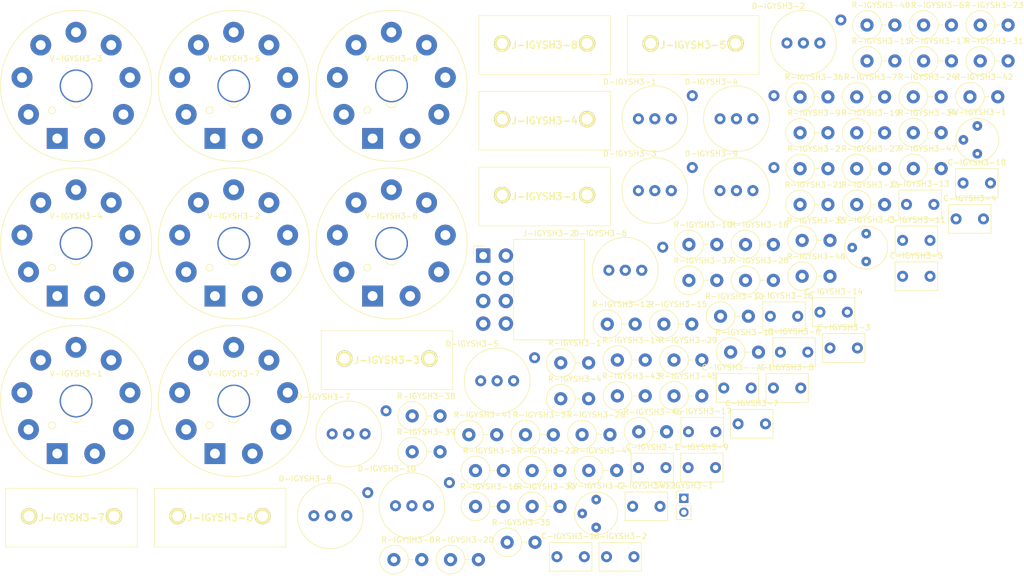
<source format=kicad_pcb>
(kicad_pcb (version 20171130) (host pcbnew "(5.1.6)-1")

  (general
    (thickness 1.6)
    (drawings 0)
    (tracks 0)
    (zones 0)
    (modules 96)
    (nets 56)
  )

  (page A4)
  (layers
    (0 F.Cu signal)
    (31 B.Cu signal)
    (32 B.Adhes user)
    (33 F.Adhes user)
    (34 B.Paste user)
    (35 F.Paste user)
    (36 B.SilkS user)
    (37 F.SilkS user)
    (38 B.Mask user)
    (39 F.Mask user)
    (40 Dwgs.User user)
    (41 Cmts.User user)
    (42 Eco1.User user)
    (43 Eco2.User user)
    (44 Edge.Cuts user)
    (45 Margin user)
    (46 B.CrtYd user)
    (47 F.CrtYd user)
    (48 B.Fab user)
    (49 F.Fab user)
  )

  (setup
    (last_trace_width 0.25)
    (trace_clearance 0.2)
    (zone_clearance 0.508)
    (zone_45_only no)
    (trace_min 0.2)
    (via_size 0.8)
    (via_drill 0.4)
    (via_min_size 0.4)
    (via_min_drill 0.3)
    (uvia_size 0.3)
    (uvia_drill 0.1)
    (uvias_allowed no)
    (uvia_min_size 0.2)
    (uvia_min_drill 0.1)
    (edge_width 0.1)
    (segment_width 0.2)
    (pcb_text_width 0.3)
    (pcb_text_size 1.5 1.5)
    (mod_edge_width 0.15)
    (mod_text_size 1 1)
    (mod_text_width 0.15)
    (pad_size 1.524 1.524)
    (pad_drill 0.762)
    (pad_to_mask_clearance 0)
    (aux_axis_origin 0 0)
    (visible_elements FFFFFF7F)
    (pcbplotparams
      (layerselection 0x010fc_ffffffff)
      (usegerberextensions false)
      (usegerberattributes true)
      (usegerberadvancedattributes true)
      (creategerberjobfile true)
      (excludeedgelayer true)
      (linewidth 0.100000)
      (plotframeref false)
      (viasonmask false)
      (mode 1)
      (useauxorigin false)
      (hpglpennumber 1)
      (hpglpenspeed 20)
      (hpglpendiameter 15.000000)
      (psnegative false)
      (psa4output false)
      (plotreference true)
      (plotvalue true)
      (plotinvisibletext false)
      (padsonsilk false)
      (subtractmaskfromsilk false)
      (outputformat 1)
      (mirror false)
      (drillshape 1)
      (scaleselection 1)
      (outputdirectory ""))
  )

  (net 0 "")
  (net 1 "Net-(C-IGYSH3-1-Pad2)")
  (net 2 "Net-(C-IGYSH3-1-Pad1)")
  (net 3 "Net-(C-IGYSH3-2-Pad2)")
  (net 4 "Net-(C-IGYSH3-2-Pad1)")
  (net 5 /GND)
  (net 6 /+200V)
  (net 7 "Net-(C-IGYSH3-4-Pad2)")
  (net 8 "Net-(C-IGYSH3-4-Pad1)")
  (net 9 /-150V)
  (net 10 /+50V)
  (net 11 "Net-(C-IGYSH3-12-Pad1)")
  (net 12 "Net-(C-IGYSH3-7-Pad1)")
  (net 13 "Net-(C-IGYSH3-8-Pad1)")
  (net 14 "Net-(C-IGYSH3-9-Pad2)")
  (net 15 "Net-(C-IGYSH3-9-Pad1)")
  (net 16 "Net-(C-IGYSH3-10-Pad2)")
  (net 17 "Net-(C-IGYSH3-10-Pad1)")
  (net 18 "Net-(C-IGYSH3-11-Pad2)")
  (net 19 "Net-(C-IGYSH3-11-Pad1)")
  (net 20 "Net-(C-IGYSH3-12-Pad2)")
  (net 21 "Net-(C-IGYSH3-13-Pad2)")
  (net 22 "Net-(C-IGYSH3-13-Pad1)")
  (net 23 "Net-(C-IGYSH3-14-Pad2)")
  (net 24 "Net-(C-IGYSH3-14-Pad1)")
  (net 25 "Net-(C-IGYSH3-15-Pad1)")
  (net 26 "Net-(C-IGYSH3-16-Pad1)")
  (net 27 "Net-(C-IGYSH3-17-Pad1)")
  (net 28 /+300V)
  (net 29 "Net-(D-IGYSH3-1-Pad4)")
  (net 30 /Heater-GND)
  (net 31 /Heater-6.3V)
  (net 32 "Net-(D-IGYSH3-5-Pad4)")
  (net 33 "Net-(D-IGYSH3-9-Pad4)")
  (net 34 "Net-(D-IGYSH3-10-Pad4)")
  (net 35 "Net-(J-IGYSH3-4-Pad1)")
  (net 36 "Net-(J-IGYSH3-5-Pad1)")
  (net 37 "Net-(J-IGYSH3-6-Pad1)")
  (net 38 "Net-(J-IGYSH3-8-Pad1)")
  (net 39 "Net-(R-IGYSH3-2-Pad2)")
  (net 40 "Net-(R-IGYSH3-7-Pad2)")
  (net 41 "Net-(R-IGYSH3-8-Pad1)")
  (net 42 "Net-(R-IGYSH3-11-Pad2)")
  (net 43 "Net-(R-IGYSH3-13-Pad1)")
  (net 44 "Net-(R-IGYSH3-16-Pad2)")
  (net 45 "Net-(R-IGYSH3-17-Pad2)")
  (net 46 "Net-(R-IGYSH3-20-Pad2)")
  (net 47 "Net-(R-IGYSH3-21-Pad1)")
  (net 48 "Net-(R-IGYSH3-26-Pad1)")
  (net 49 "Net-(R-IGYSH3-30-Pad1)")
  (net 50 "Net-(R-IGYSH3-31-Pad2)")
  (net 51 "Net-(R-IGYSH3-34-Pad1)")
  (net 52 "Net-(R-IGYSH3-38-Pad2)")
  (net 53 "Net-(R-IGYSH3-39-Pad2)")
  (net 54 "Net-(R-IGYSH3-45-Pad2)")
  (net 55 "Net-(R-IGYSH3-47-Pad1)")

  (net_class Default "This is the default net class."
    (clearance 0.2)
    (trace_width 0.25)
    (via_dia 0.8)
    (via_drill 0.4)
    (uvia_dia 0.3)
    (uvia_drill 0.1)
    (add_net /+200V)
    (add_net /+300V)
    (add_net /+50V)
    (add_net /-150V)
    (add_net /GND)
    (add_net /Heater-6.3V)
    (add_net /Heater-GND)
    (add_net "Net-(C-IGYSH3-1-Pad1)")
    (add_net "Net-(C-IGYSH3-1-Pad2)")
    (add_net "Net-(C-IGYSH3-10-Pad1)")
    (add_net "Net-(C-IGYSH3-10-Pad2)")
    (add_net "Net-(C-IGYSH3-11-Pad1)")
    (add_net "Net-(C-IGYSH3-11-Pad2)")
    (add_net "Net-(C-IGYSH3-12-Pad1)")
    (add_net "Net-(C-IGYSH3-12-Pad2)")
    (add_net "Net-(C-IGYSH3-13-Pad1)")
    (add_net "Net-(C-IGYSH3-13-Pad2)")
    (add_net "Net-(C-IGYSH3-14-Pad1)")
    (add_net "Net-(C-IGYSH3-14-Pad2)")
    (add_net "Net-(C-IGYSH3-15-Pad1)")
    (add_net "Net-(C-IGYSH3-16-Pad1)")
    (add_net "Net-(C-IGYSH3-17-Pad1)")
    (add_net "Net-(C-IGYSH3-2-Pad1)")
    (add_net "Net-(C-IGYSH3-2-Pad2)")
    (add_net "Net-(C-IGYSH3-4-Pad1)")
    (add_net "Net-(C-IGYSH3-4-Pad2)")
    (add_net "Net-(C-IGYSH3-7-Pad1)")
    (add_net "Net-(C-IGYSH3-8-Pad1)")
    (add_net "Net-(C-IGYSH3-9-Pad1)")
    (add_net "Net-(C-IGYSH3-9-Pad2)")
    (add_net "Net-(D-IGYSH3-1-Pad4)")
    (add_net "Net-(D-IGYSH3-10-Pad4)")
    (add_net "Net-(D-IGYSH3-5-Pad4)")
    (add_net "Net-(D-IGYSH3-9-Pad4)")
    (add_net "Net-(J-IGYSH3-2-Pad7)")
    (add_net "Net-(J-IGYSH3-4-Pad1)")
    (add_net "Net-(J-IGYSH3-5-Pad1)")
    (add_net "Net-(J-IGYSH3-6-Pad1)")
    (add_net "Net-(J-IGYSH3-8-Pad1)")
    (add_net "Net-(R-IGYSH3-11-Pad2)")
    (add_net "Net-(R-IGYSH3-13-Pad1)")
    (add_net "Net-(R-IGYSH3-16-Pad2)")
    (add_net "Net-(R-IGYSH3-17-Pad2)")
    (add_net "Net-(R-IGYSH3-2-Pad2)")
    (add_net "Net-(R-IGYSH3-20-Pad2)")
    (add_net "Net-(R-IGYSH3-21-Pad1)")
    (add_net "Net-(R-IGYSH3-26-Pad1)")
    (add_net "Net-(R-IGYSH3-30-Pad1)")
    (add_net "Net-(R-IGYSH3-31-Pad2)")
    (add_net "Net-(R-IGYSH3-34-Pad1)")
    (add_net "Net-(R-IGYSH3-38-Pad2)")
    (add_net "Net-(R-IGYSH3-39-Pad2)")
    (add_net "Net-(R-IGYSH3-45-Pad2)")
    (add_net "Net-(R-IGYSH3-47-Pad1)")
    (add_net "Net-(R-IGYSH3-7-Pad2)")
    (add_net "Net-(R-IGYSH3-8-Pad1)")
    (add_net "Net-(V-IGYSH3-1-Pad2)")
    (add_net "Net-(V-IGYSH3-1-Pad5)")
    (add_net "Net-(V-IGYSH3-1-Pad8)")
    (add_net "Net-(V-IGYSH3-2-Pad5)")
    (add_net "Net-(V-IGYSH3-2-Pad8)")
    (add_net "Net-(V-IGYSH3-3-Pad2)")
    (add_net "Net-(V-IGYSH3-3-Pad5)")
    (add_net "Net-(V-IGYSH3-3-Pad8)")
    (add_net "Net-(V-IGYSH3-4-Pad5)")
    (add_net "Net-(V-IGYSH3-4-Pad8)")
    (add_net "Net-(V-IGYSH3-5-Pad5)")
    (add_net "Net-(V-IGYSH3-5-Pad8)")
    (add_net "Net-(V-IGYSH3-6-Pad5)")
    (add_net "Net-(V-IGYSH3-6-Pad8)")
    (add_net "Net-(V-IGYSH3-7-Pad5)")
    (add_net "Net-(V-IGYSH3-7-Pad8)")
    (add_net "Net-(V-IGYSH3-8-Pad5)")
    (add_net "Net-(V-IGYSH3-8-Pad8)")
  )

  (module NewValves:Valve_9Loctal (layer F.Cu) (tedit 5F242B2A) (tstamp 5F567B87)
    (at 113.833316 40.536916)
    (descr "9-pin round valve")
    (tags valve)
    (path /62678D46)
    (fp_text reference V-IGYSH3-8 (at -0.0254 -5) (layer F.SilkS)
      (effects (font (size 1 1) (thickness 0.15)))
    )
    (fp_text value VR91 (at -0.0254 6.25) (layer F.Fab)
      (effects (font (size 1 1) (thickness 0.15)))
    )
    (fp_arc (start -0.0508 2.9972) (end 0.9144 2.8448) (angle 196.0976784) (layer F.SilkS) (width 0.12))
    (fp_text user %R (at -0.0254 -5) (layer F.Fab)
      (effects (font (size 1 1) (thickness 0.15)))
    )
    (fp_circle (center -0.0254 0) (end 7.9146 7.94) (layer F.Fab) (width 0.1))
    (fp_circle (center -4.4354 4.42) (end -4.8754 4.87) (layer F.SilkS) (width 0.12))
    (fp_circle (center -0.0254 0) (end -9.7754 9.75) (layer F.SilkS) (width 0.12))
    (fp_circle (center -0.0254 0) (end -10.7754 8.75) (layer F.CrtYd) (width 0.05))
    (pad 8 thru_hole circle (at 8.609454 5.2032 60) (size 3.81 3.81) (drill 1.8) (layers *.Cu *.Mask))
    (pad 7 thru_hole circle (at 9.797278 -1.533282 100) (size 3.81 3.81) (drill 1.8) (layers *.Cu *.Mask)
      (net 50 "Net-(R-IGYSH3-31-Pad2)"))
    (pad 6 thru_hole circle (at 6.377076 -7.457244 140) (size 3.81 3.81) (drill 1.8) (layers *.Cu *.Mask)
      (net 37 "Net-(J-IGYSH3-6-Pad1)"))
    (pad 5 thru_hole circle (at -0.0508 -9.7968 300) (size 3.81 3.81) (drill 1.8) (layers *.Cu *.Mask))
    (pad 4 thru_hole circle (at -6.478676 -7.457244 120) (size 3.81 3.81) (drill 1.8) (layers *.Cu *.Mask)
      (net 6 /+200V))
    (pad 3 thru_hole circle (at -9.898878 -1.533282 260) (size 3.81 3.81) (drill 1.8) (layers *.Cu *.Mask)
      (net 6 /+200V))
    (pad 2 thru_hole circle (at -8.711054 5.2032 200) (size 3.81 3.81) (drill 1.8) (layers *.Cu *.Mask)
      (net 6 /+200V))
    (pad 9 thru_hole circle (at 3.369401 9.600126 20) (size 3.81 3.81) (drill 1.8) (layers *.Cu *.Mask)
      (net 31 /Heater-6.3V))
    (pad "" thru_hole circle (at -0.0254 0) (size 6 6) (drill 5.5) (layers *.Cu *.Mask))
    (pad 1 thru_hole rect (at -3.471001 9.600126) (size 3.81 3.81) (drill 1.8) (layers *.Cu *.Mask)
      (net 30 /Heater-GND))
    (model ${KISYS3DMOD}/Valve.3dshapes/Valve_Octal.wrl
      (at (xyz 0 0 0))
      (scale (xyz 1 1 1))
      (rotate (xyz 0 0 0))
    )
    (model ${KIPRJMOD}/socket_gzc9-b.wrl
      (at (xyz 0 0 0))
      (scale (xyz 1 1 1))
      (rotate (xyz 0 0 13))
    )
  )

  (module NewValves:Valve_9Loctal (layer F.Cu) (tedit 5F242B2A) (tstamp 5F567B73)
    (at 85.063316 98.076916)
    (descr "9-pin round valve")
    (tags valve)
    (path /5F6C01F4)
    (fp_text reference V-IGYSH3-7 (at -0.0254 -5) (layer F.SilkS)
      (effects (font (size 1 1) (thickness 0.15)))
    )
    (fp_text value CV173 (at -0.0254 6.25) (layer F.Fab)
      (effects (font (size 1 1) (thickness 0.15)))
    )
    (fp_arc (start -0.0508 2.9972) (end 0.9144 2.8448) (angle 196.0976784) (layer F.SilkS) (width 0.12))
    (fp_text user %R (at -0.0254 -5) (layer F.Fab)
      (effects (font (size 1 1) (thickness 0.15)))
    )
    (fp_circle (center -0.0254 0) (end 7.9146 7.94) (layer F.Fab) (width 0.1))
    (fp_circle (center -4.4354 4.42) (end -4.8754 4.87) (layer F.SilkS) (width 0.12))
    (fp_circle (center -0.0254 0) (end -9.7754 9.75) (layer F.SilkS) (width 0.12))
    (fp_circle (center -0.0254 0) (end -10.7754 8.75) (layer F.CrtYd) (width 0.05))
    (pad 8 thru_hole circle (at 8.609454 5.2032 60) (size 3.81 3.81) (drill 1.8) (layers *.Cu *.Mask))
    (pad 7 thru_hole circle (at 9.797278 -1.533282 100) (size 3.81 3.81) (drill 1.8) (layers *.Cu *.Mask)
      (net 42 "Net-(R-IGYSH3-11-Pad2)"))
    (pad 6 thru_hole circle (at 6.377076 -7.457244 140) (size 3.81 3.81) (drill 1.8) (layers *.Cu *.Mask)
      (net 36 "Net-(J-IGYSH3-5-Pad1)"))
    (pad 5 thru_hole circle (at -0.0508 -9.7968 300) (size 3.81 3.81) (drill 1.8) (layers *.Cu *.Mask))
    (pad 4 thru_hole circle (at -6.478676 -7.457244 120) (size 3.81 3.81) (drill 1.8) (layers *.Cu *.Mask)
      (net 6 /+200V))
    (pad 3 thru_hole circle (at -9.898878 -1.533282 260) (size 3.81 3.81) (drill 1.8) (layers *.Cu *.Mask)
      (net 6 /+200V))
    (pad 2 thru_hole circle (at -8.711054 5.2032 200) (size 3.81 3.81) (drill 1.8) (layers *.Cu *.Mask)
      (net 6 /+200V))
    (pad 9 thru_hole circle (at 3.369401 9.600126 20) (size 3.81 3.81) (drill 1.8) (layers *.Cu *.Mask)
      (net 31 /Heater-6.3V))
    (pad "" thru_hole circle (at -0.0254 0) (size 6 6) (drill 5.5) (layers *.Cu *.Mask))
    (pad 1 thru_hole rect (at -3.471001 9.600126) (size 3.81 3.81) (drill 1.8) (layers *.Cu *.Mask)
      (net 30 /Heater-GND))
    (model ${KISYS3DMOD}/Valve.3dshapes/Valve_Octal.wrl
      (at (xyz 0 0 0))
      (scale (xyz 1 1 1))
      (rotate (xyz 0 0 0))
    )
    (model ${KIPRJMOD}/socket_gzc9-b.wrl
      (at (xyz 0 0 0))
      (scale (xyz 1 1 1))
      (rotate (xyz 0 0 13))
    )
  )

  (module NewValves:Valve_9Loctal (layer F.Cu) (tedit 5F242B2A) (tstamp 5F567B5F)
    (at 113.833316 69.306916)
    (descr "9-pin round valve")
    (tags valve)
    (path /60552BFB)
    (fp_text reference V-IGYSH3-6 (at -0.0254 -5) (layer F.SilkS)
      (effects (font (size 1 1) (thickness 0.15)))
    )
    (fp_text value VR91 (at -0.0254 6.25) (layer F.Fab)
      (effects (font (size 1 1) (thickness 0.15)))
    )
    (fp_arc (start -0.0508 2.9972) (end 0.9144 2.8448) (angle 196.0976784) (layer F.SilkS) (width 0.12))
    (fp_text user %R (at -0.0254 -5) (layer F.Fab)
      (effects (font (size 1 1) (thickness 0.15)))
    )
    (fp_circle (center -0.0254 0) (end 7.9146 7.94) (layer F.Fab) (width 0.1))
    (fp_circle (center -4.4354 4.42) (end -4.8754 4.87) (layer F.SilkS) (width 0.12))
    (fp_circle (center -0.0254 0) (end -9.7754 9.75) (layer F.SilkS) (width 0.12))
    (fp_circle (center -0.0254 0) (end -10.7754 8.75) (layer F.CrtYd) (width 0.05))
    (pad 8 thru_hole circle (at 8.609454 5.2032 60) (size 3.81 3.81) (drill 1.8) (layers *.Cu *.Mask))
    (pad 7 thru_hole circle (at 9.797278 -1.533282 100) (size 3.81 3.81) (drill 1.8) (layers *.Cu *.Mask)
      (net 55 "Net-(R-IGYSH3-47-Pad1)"))
    (pad 6 thru_hole circle (at 6.377076 -7.457244 140) (size 3.81 3.81) (drill 1.8) (layers *.Cu *.Mask)
      (net 38 "Net-(J-IGYSH3-8-Pad1)"))
    (pad 5 thru_hole circle (at -0.0508 -9.7968 300) (size 3.81 3.81) (drill 1.8) (layers *.Cu *.Mask))
    (pad 4 thru_hole circle (at -6.478676 -7.457244 120) (size 3.81 3.81) (drill 1.8) (layers *.Cu *.Mask)
      (net 6 /+200V))
    (pad 3 thru_hole circle (at -9.898878 -1.533282 260) (size 3.81 3.81) (drill 1.8) (layers *.Cu *.Mask)
      (net 6 /+200V))
    (pad 2 thru_hole circle (at -8.711054 5.2032 200) (size 3.81 3.81) (drill 1.8) (layers *.Cu *.Mask)
      (net 6 /+200V))
    (pad 9 thru_hole circle (at 3.369401 9.600126 20) (size 3.81 3.81) (drill 1.8) (layers *.Cu *.Mask)
      (net 31 /Heater-6.3V))
    (pad "" thru_hole circle (at -0.0254 0) (size 6 6) (drill 5.5) (layers *.Cu *.Mask))
    (pad 1 thru_hole rect (at -3.471001 9.600126) (size 3.81 3.81) (drill 1.8) (layers *.Cu *.Mask)
      (net 30 /Heater-GND))
    (model ${KISYS3DMOD}/Valve.3dshapes/Valve_Octal.wrl
      (at (xyz 0 0 0))
      (scale (xyz 1 1 1))
      (rotate (xyz 0 0 0))
    )
    (model ${KIPRJMOD}/socket_gzc9-b.wrl
      (at (xyz 0 0 0))
      (scale (xyz 1 1 1))
      (rotate (xyz 0 0 13))
    )
  )

  (module NewValves:Valve_9Loctal (layer F.Cu) (tedit 5F242B2A) (tstamp 5F567B4B)
    (at 85.063316 40.536916)
    (descr "9-pin round valve")
    (tags valve)
    (path /631D14DA)
    (fp_text reference V-IGYSH3-5 (at -0.0254 -5) (layer F.SilkS)
      (effects (font (size 1 1) (thickness 0.15)))
    )
    (fp_text value CV173 (at -0.0254 6.25) (layer F.Fab)
      (effects (font (size 1 1) (thickness 0.15)))
    )
    (fp_arc (start -0.0508 2.9972) (end 0.9144 2.8448) (angle 196.0976784) (layer F.SilkS) (width 0.12))
    (fp_text user %R (at -0.0254 -5) (layer F.Fab)
      (effects (font (size 1 1) (thickness 0.15)))
    )
    (fp_circle (center -0.0254 0) (end 7.9146 7.94) (layer F.Fab) (width 0.1))
    (fp_circle (center -4.4354 4.42) (end -4.8754 4.87) (layer F.SilkS) (width 0.12))
    (fp_circle (center -0.0254 0) (end -9.7754 9.75) (layer F.SilkS) (width 0.12))
    (fp_circle (center -0.0254 0) (end -10.7754 8.75) (layer F.CrtYd) (width 0.05))
    (pad 8 thru_hole circle (at 8.609454 5.2032 60) (size 3.81 3.81) (drill 1.8) (layers *.Cu *.Mask))
    (pad 7 thru_hole circle (at 9.797278 -1.533282 100) (size 3.81 3.81) (drill 1.8) (layers *.Cu *.Mask)
      (net 40 "Net-(R-IGYSH3-7-Pad2)"))
    (pad 6 thru_hole circle (at 6.377076 -7.457244 140) (size 3.81 3.81) (drill 1.8) (layers *.Cu *.Mask)
      (net 35 "Net-(J-IGYSH3-4-Pad1)"))
    (pad 5 thru_hole circle (at -0.0508 -9.7968 300) (size 3.81 3.81) (drill 1.8) (layers *.Cu *.Mask))
    (pad 4 thru_hole circle (at -6.478676 -7.457244 120) (size 3.81 3.81) (drill 1.8) (layers *.Cu *.Mask)
      (net 6 /+200V))
    (pad 3 thru_hole circle (at -9.898878 -1.533282 260) (size 3.81 3.81) (drill 1.8) (layers *.Cu *.Mask)
      (net 6 /+200V))
    (pad 2 thru_hole circle (at -8.711054 5.2032 200) (size 3.81 3.81) (drill 1.8) (layers *.Cu *.Mask)
      (net 6 /+200V))
    (pad 9 thru_hole circle (at 3.369401 9.600126 20) (size 3.81 3.81) (drill 1.8) (layers *.Cu *.Mask)
      (net 31 /Heater-6.3V))
    (pad "" thru_hole circle (at -0.0254 0) (size 6 6) (drill 5.5) (layers *.Cu *.Mask))
    (pad 1 thru_hole rect (at -3.471001 9.600126) (size 3.81 3.81) (drill 1.8) (layers *.Cu *.Mask)
      (net 30 /Heater-GND))
    (model ${KISYS3DMOD}/Valve.3dshapes/Valve_Octal.wrl
      (at (xyz 0 0 0))
      (scale (xyz 1 1 1))
      (rotate (xyz 0 0 0))
    )
    (model ${KIPRJMOD}/socket_gzc9-b.wrl
      (at (xyz 0 0 0))
      (scale (xyz 1 1 1))
      (rotate (xyz 0 0 13))
    )
  )

  (module NewValves:Valve_9Loctal (layer F.Cu) (tedit 5F242B2A) (tstamp 5F567B37)
    (at 56.293316 69.306916)
    (descr "9-pin round valve")
    (tags valve)
    (path /631D14DB)
    (fp_text reference V-IGYSH3-4 (at -0.0254 -5) (layer F.SilkS)
      (effects (font (size 1 1) (thickness 0.15)))
    )
    (fp_text value VR91 (at -0.0254 6.25) (layer F.Fab)
      (effects (font (size 1 1) (thickness 0.15)))
    )
    (fp_arc (start -0.0508 2.9972) (end 0.9144 2.8448) (angle 196.0976784) (layer F.SilkS) (width 0.12))
    (fp_text user %R (at -0.0254 -5) (layer F.Fab)
      (effects (font (size 1 1) (thickness 0.15)))
    )
    (fp_circle (center -0.0254 0) (end 7.9146 7.94) (layer F.Fab) (width 0.1))
    (fp_circle (center -4.4354 4.42) (end -4.8754 4.87) (layer F.SilkS) (width 0.12))
    (fp_circle (center -0.0254 0) (end -9.7754 9.75) (layer F.SilkS) (width 0.12))
    (fp_circle (center -0.0254 0) (end -10.7754 8.75) (layer F.CrtYd) (width 0.05))
    (pad 8 thru_hole circle (at 8.609454 5.2032 60) (size 3.81 3.81) (drill 1.8) (layers *.Cu *.Mask))
    (pad 7 thru_hole circle (at 9.797278 -1.533282 100) (size 3.81 3.81) (drill 1.8) (layers *.Cu *.Mask)
      (net 53 "Net-(R-IGYSH3-39-Pad2)"))
    (pad 6 thru_hole circle (at 6.377076 -7.457244 140) (size 3.81 3.81) (drill 1.8) (layers *.Cu *.Mask)
      (net 5 /GND))
    (pad 5 thru_hole circle (at -0.0508 -9.7968 300) (size 3.81 3.81) (drill 1.8) (layers *.Cu *.Mask))
    (pad 4 thru_hole circle (at -6.478676 -7.457244 120) (size 3.81 3.81) (drill 1.8) (layers *.Cu *.Mask)
      (net 51 "Net-(R-IGYSH3-34-Pad1)"))
    (pad 3 thru_hole circle (at -9.898878 -1.533282 260) (size 3.81 3.81) (drill 1.8) (layers *.Cu *.Mask)
      (net 18 "Net-(C-IGYSH3-11-Pad2)"))
    (pad 2 thru_hole circle (at -8.711054 5.2032 200) (size 3.81 3.81) (drill 1.8) (layers *.Cu *.Mask)
      (net 52 "Net-(R-IGYSH3-38-Pad2)"))
    (pad 9 thru_hole circle (at 3.369401 9.600126 20) (size 3.81 3.81) (drill 1.8) (layers *.Cu *.Mask)
      (net 31 /Heater-6.3V))
    (pad "" thru_hole circle (at -0.0254 0) (size 6 6) (drill 5.5) (layers *.Cu *.Mask))
    (pad 1 thru_hole rect (at -3.471001 9.600126) (size 3.81 3.81) (drill 1.8) (layers *.Cu *.Mask)
      (net 30 /Heater-GND))
    (model ${KISYS3DMOD}/Valve.3dshapes/Valve_Octal.wrl
      (at (xyz 0 0 0))
      (scale (xyz 1 1 1))
      (rotate (xyz 0 0 0))
    )
    (model ${KIPRJMOD}/socket_gzc9-b.wrl
      (at (xyz 0 0 0))
      (scale (xyz 1 1 1))
      (rotate (xyz 0 0 13))
    )
  )

  (module NewValves:Valve_9Loctal (layer F.Cu) (tedit 5F242B2A) (tstamp 5F567B23)
    (at 56.293316 40.536916)
    (descr "9-pin round valve")
    (tags valve)
    (path /5F60D295)
    (fp_text reference V-IGYSH3-3 (at -0.0254 -5) (layer F.SilkS)
      (effects (font (size 1 1) (thickness 0.15)))
    )
    (fp_text value VR91 (at -0.0254 6.25) (layer F.Fab)
      (effects (font (size 1 1) (thickness 0.15)))
    )
    (fp_arc (start -0.0508 2.9972) (end 0.9144 2.8448) (angle 196.0976784) (layer F.SilkS) (width 0.12))
    (fp_text user %R (at -0.0254 -5) (layer F.Fab)
      (effects (font (size 1 1) (thickness 0.15)))
    )
    (fp_circle (center -0.0254 0) (end 7.9146 7.94) (layer F.Fab) (width 0.1))
    (fp_circle (center -4.4354 4.42) (end -4.8754 4.87) (layer F.SilkS) (width 0.12))
    (fp_circle (center -0.0254 0) (end -9.7754 9.75) (layer F.SilkS) (width 0.12))
    (fp_circle (center -0.0254 0) (end -10.7754 8.75) (layer F.CrtYd) (width 0.05))
    (pad 8 thru_hole circle (at 8.609454 5.2032 60) (size 3.81 3.81) (drill 1.8) (layers *.Cu *.Mask))
    (pad 7 thru_hole circle (at 9.797278 -1.533282 100) (size 3.81 3.81) (drill 1.8) (layers *.Cu *.Mask)
      (net 46 "Net-(R-IGYSH3-20-Pad2)"))
    (pad 6 thru_hole circle (at 6.377076 -7.457244 140) (size 3.81 3.81) (drill 1.8) (layers *.Cu *.Mask)
      (net 5 /GND))
    (pad 5 thru_hole circle (at -0.0508 -9.7968 300) (size 3.81 3.81) (drill 1.8) (layers *.Cu *.Mask))
    (pad 4 thru_hole circle (at -6.478676 -7.457244 120) (size 3.81 3.81) (drill 1.8) (layers *.Cu *.Mask)
      (net 48 "Net-(R-IGYSH3-26-Pad1)"))
    (pad 3 thru_hole circle (at -9.898878 -1.533282 260) (size 3.81 3.81) (drill 1.8) (layers *.Cu *.Mask)
      (net 14 "Net-(C-IGYSH3-9-Pad2)"))
    (pad 2 thru_hole circle (at -8.711054 5.2032 200) (size 3.81 3.81) (drill 1.8) (layers *.Cu *.Mask))
    (pad 9 thru_hole circle (at 3.369401 9.600126 20) (size 3.81 3.81) (drill 1.8) (layers *.Cu *.Mask)
      (net 31 /Heater-6.3V))
    (pad "" thru_hole circle (at -0.0254 0) (size 6 6) (drill 5.5) (layers *.Cu *.Mask))
    (pad 1 thru_hole rect (at -3.471001 9.600126) (size 3.81 3.81) (drill 1.8) (layers *.Cu *.Mask)
      (net 30 /Heater-GND))
    (model ${KISYS3DMOD}/Valve.3dshapes/Valve_Octal.wrl
      (at (xyz 0 0 0))
      (scale (xyz 1 1 1))
      (rotate (xyz 0 0 0))
    )
    (model ${KIPRJMOD}/socket_gzc9-b.wrl
      (at (xyz 0 0 0))
      (scale (xyz 1 1 1))
      (rotate (xyz 0 0 13))
    )
  )

  (module NewValves:Valve_9Loctal (layer F.Cu) (tedit 5F242B2A) (tstamp 5F567B0F)
    (at 85.063316 69.306916)
    (descr "9-pin round valve")
    (tags valve)
    (path /5F60D280)
    (fp_text reference V-IGYSH3-2 (at -0.0254 -5) (layer F.SilkS)
      (effects (font (size 1 1) (thickness 0.15)))
    )
    (fp_text value VR91 (at -0.0254 6.25) (layer F.Fab)
      (effects (font (size 1 1) (thickness 0.15)))
    )
    (fp_arc (start -0.0508 2.9972) (end 0.9144 2.8448) (angle 196.0976784) (layer F.SilkS) (width 0.12))
    (fp_text user %R (at -0.0254 -5) (layer F.Fab)
      (effects (font (size 1 1) (thickness 0.15)))
    )
    (fp_circle (center -0.0254 0) (end 7.9146 7.94) (layer F.Fab) (width 0.1))
    (fp_circle (center -4.4354 4.42) (end -4.8754 4.87) (layer F.SilkS) (width 0.12))
    (fp_circle (center -0.0254 0) (end -9.7754 9.75) (layer F.SilkS) (width 0.12))
    (fp_circle (center -0.0254 0) (end -10.7754 8.75) (layer F.CrtYd) (width 0.05))
    (pad 8 thru_hole circle (at 8.609454 5.2032 60) (size 3.81 3.81) (drill 1.8) (layers *.Cu *.Mask))
    (pad 7 thru_hole circle (at 9.797278 -1.533282 100) (size 3.81 3.81) (drill 1.8) (layers *.Cu *.Mask)
      (net 45 "Net-(R-IGYSH3-17-Pad2)"))
    (pad 6 thru_hole circle (at 6.377076 -7.457244 140) (size 3.81 3.81) (drill 1.8) (layers *.Cu *.Mask)
      (net 5 /GND))
    (pad 5 thru_hole circle (at -0.0508 -9.7968 300) (size 3.81 3.81) (drill 1.8) (layers *.Cu *.Mask))
    (pad 4 thru_hole circle (at -6.478676 -7.457244 120) (size 3.81 3.81) (drill 1.8) (layers *.Cu *.Mask)
      (net 43 "Net-(R-IGYSH3-13-Pad1)"))
    (pad 3 thru_hole circle (at -9.898878 -1.533282 260) (size 3.81 3.81) (drill 1.8) (layers *.Cu *.Mask)
      (net 7 "Net-(C-IGYSH3-4-Pad2)"))
    (pad 2 thru_hole circle (at -8.711054 5.2032 200) (size 3.81 3.81) (drill 1.8) (layers *.Cu *.Mask)
      (net 44 "Net-(R-IGYSH3-16-Pad2)"))
    (pad 9 thru_hole circle (at 3.369401 9.600126 20) (size 3.81 3.81) (drill 1.8) (layers *.Cu *.Mask)
      (net 31 /Heater-6.3V))
    (pad "" thru_hole circle (at -0.0254 0) (size 6 6) (drill 5.5) (layers *.Cu *.Mask))
    (pad 1 thru_hole rect (at -3.471001 9.600126) (size 3.81 3.81) (drill 1.8) (layers *.Cu *.Mask)
      (net 30 /Heater-GND))
    (model ${KISYS3DMOD}/Valve.3dshapes/Valve_Octal.wrl
      (at (xyz 0 0 0))
      (scale (xyz 1 1 1))
      (rotate (xyz 0 0 0))
    )
    (model ${KIPRJMOD}/socket_gzc9-b.wrl
      (at (xyz 0 0 0))
      (scale (xyz 1 1 1))
      (rotate (xyz 0 0 13))
    )
  )

  (module NewValves:Valve_9Loctal (layer F.Cu) (tedit 5F242B2A) (tstamp 5F567AFB)
    (at 56.293316 98.076916)
    (descr "9-pin round valve")
    (tags valve)
    (path /5F5BFDD5)
    (fp_text reference V-IGYSH3-1 (at -0.0254 -5) (layer F.SilkS)
      (effects (font (size 1 1) (thickness 0.15)))
    )
    (fp_text value VR91 (at -0.0254 6.25) (layer F.Fab)
      (effects (font (size 1 1) (thickness 0.15)))
    )
    (fp_arc (start -0.0508 2.9972) (end 0.9144 2.8448) (angle 196.0976784) (layer F.SilkS) (width 0.12))
    (fp_text user %R (at -0.0254 -5) (layer F.Fab)
      (effects (font (size 1 1) (thickness 0.15)))
    )
    (fp_circle (center -0.0254 0) (end 7.9146 7.94) (layer F.Fab) (width 0.1))
    (fp_circle (center -4.4354 4.42) (end -4.8754 4.87) (layer F.SilkS) (width 0.12))
    (fp_circle (center -0.0254 0) (end -9.7754 9.75) (layer F.SilkS) (width 0.12))
    (fp_circle (center -0.0254 0) (end -10.7754 8.75) (layer F.CrtYd) (width 0.05))
    (pad 8 thru_hole circle (at 8.609454 5.2032 60) (size 3.81 3.81) (drill 1.8) (layers *.Cu *.Mask))
    (pad 7 thru_hole circle (at 9.797278 -1.533282 100) (size 3.81 3.81) (drill 1.8) (layers *.Cu *.Mask)
      (net 39 "Net-(R-IGYSH3-2-Pad2)"))
    (pad 6 thru_hole circle (at 6.377076 -7.457244 140) (size 3.81 3.81) (drill 1.8) (layers *.Cu *.Mask)
      (net 5 /GND))
    (pad 5 thru_hole circle (at -0.0508 -9.7968 300) (size 3.81 3.81) (drill 1.8) (layers *.Cu *.Mask))
    (pad 4 thru_hole circle (at -6.478676 -7.457244 120) (size 3.81 3.81) (drill 1.8) (layers *.Cu *.Mask)
      (net 41 "Net-(R-IGYSH3-8-Pad1)"))
    (pad 3 thru_hole circle (at -9.898878 -1.533282 260) (size 3.81 3.81) (drill 1.8) (layers *.Cu *.Mask)
      (net 3 "Net-(C-IGYSH3-2-Pad2)"))
    (pad 2 thru_hole circle (at -8.711054 5.2032 200) (size 3.81 3.81) (drill 1.8) (layers *.Cu *.Mask))
    (pad 9 thru_hole circle (at 3.369401 9.600126 20) (size 3.81 3.81) (drill 1.8) (layers *.Cu *.Mask)
      (net 31 /Heater-6.3V))
    (pad "" thru_hole circle (at -0.0254 0) (size 6 6) (drill 5.5) (layers *.Cu *.Mask))
    (pad 1 thru_hole rect (at -3.471001 9.600126) (size 3.81 3.81) (drill 1.8) (layers *.Cu *.Mask)
      (net 30 /Heater-GND))
    (model ${KISYS3DMOD}/Valve.3dshapes/Valve_Octal.wrl
      (at (xyz 0 0 0))
      (scale (xyz 1 1 1))
      (rotate (xyz 0 0 0))
    )
    (model ${KIPRJMOD}/socket_gzc9-b.wrl
      (at (xyz 0 0 0))
      (scale (xyz 1 1 1))
      (rotate (xyz 0 0 13))
    )
  )

  (module Connector_PinHeader_2.54mm:PinHeader_1x02_P2.54mm_Vertical (layer F.Cu) (tedit 59FED5CC) (tstamp 5F567AE7)
    (at 167.147 115.836)
    (descr "Through hole straight pin header, 1x02, 2.54mm pitch, single row")
    (tags "Through hole pin header THT 1x02 2.54mm single row")
    (path /60C41ECB)
    (fp_text reference SW-IGYSH3-1 (at 0 -2.33) (layer F.SilkS)
      (effects (font (size 1 1) (thickness 0.15)))
    )
    (fp_text value SW_SPST (at 0 4.87) (layer F.Fab)
      (effects (font (size 1 1) (thickness 0.15)))
    )
    (fp_text user %R (at 0 1.27 90) (layer F.Fab)
      (effects (font (size 1 1) (thickness 0.15)))
    )
    (fp_line (start -0.635 -1.27) (end 1.27 -1.27) (layer F.Fab) (width 0.1))
    (fp_line (start 1.27 -1.27) (end 1.27 3.81) (layer F.Fab) (width 0.1))
    (fp_line (start 1.27 3.81) (end -1.27 3.81) (layer F.Fab) (width 0.1))
    (fp_line (start -1.27 3.81) (end -1.27 -0.635) (layer F.Fab) (width 0.1))
    (fp_line (start -1.27 -0.635) (end -0.635 -1.27) (layer F.Fab) (width 0.1))
    (fp_line (start -1.33 3.87) (end 1.33 3.87) (layer F.SilkS) (width 0.12))
    (fp_line (start -1.33 1.27) (end -1.33 3.87) (layer F.SilkS) (width 0.12))
    (fp_line (start 1.33 1.27) (end 1.33 3.87) (layer F.SilkS) (width 0.12))
    (fp_line (start -1.33 1.27) (end 1.33 1.27) (layer F.SilkS) (width 0.12))
    (fp_line (start -1.33 0) (end -1.33 -1.33) (layer F.SilkS) (width 0.12))
    (fp_line (start -1.33 -1.33) (end 0 -1.33) (layer F.SilkS) (width 0.12))
    (fp_line (start -1.8 -1.8) (end -1.8 4.35) (layer F.CrtYd) (width 0.05))
    (fp_line (start -1.8 4.35) (end 1.8 4.35) (layer F.CrtYd) (width 0.05))
    (fp_line (start 1.8 4.35) (end 1.8 -1.8) (layer F.CrtYd) (width 0.05))
    (fp_line (start 1.8 -1.8) (end -1.8 -1.8) (layer F.CrtYd) (width 0.05))
    (pad 2 thru_hole oval (at 0 2.54) (size 1.7 1.7) (drill 1) (layers *.Cu *.Mask)
      (net 54 "Net-(R-IGYSH3-45-Pad2)"))
    (pad 1 thru_hole rect (at 0 0) (size 1.7 1.7) (drill 1) (layers *.Cu *.Mask)
      (net 25 "Net-(C-IGYSH3-15-Pad1)"))
    (model ${KISYS3DMOD}/Connector_PinHeader_2.54mm.3dshapes/PinHeader_1x02_P2.54mm_Vertical.wrl
      (at (xyz 0 0 0))
      (scale (xyz 1 1 1))
      (rotate (xyz 0 0 0))
    )
  )

  (module Potentiometer_THT:Potentiometer_Bourns_3339P_Vertical_HandSoldering (layer F.Cu) (tedit 5BCDF3D1) (tstamp 5F567AD1)
    (at 200.407 72.596)
    (descr "Potentiometer, vertical, Bourns 3339P, hand-soldering, http://www.bourns.com/docs/Product-Datasheets/3339.pdf")
    (tags "Potentiometer vertical Bourns 3339P hand-soldering")
    (path /60CFB933)
    (fp_text reference RV-IGYSH3-3 (at 0 -7.6) (layer F.SilkS)
      (effects (font (size 1 1) (thickness 0.15)))
    )
    (fp_text value 300K (at 0 2.52) (layer F.Fab)
      (effects (font (size 1 1) (thickness 0.15)))
    )
    (fp_text user %R (at -3.018 -2.54 90) (layer F.Fab)
      (effects (font (size 0.66 0.66) (thickness 0.15)))
    )
    (fp_circle (center 0 -2.54) (end 3.81 -2.54) (layer F.Fab) (width 0.1))
    (fp_circle (center 0 -2.54) (end 2.5 -2.54) (layer F.Fab) (width 0.1))
    (fp_circle (center 0 -2.54) (end 3.93 -2.54) (layer F.SilkS) (width 0.12))
    (fp_line (start 0 -0.064) (end 0.001 -5.014) (layer F.Fab) (width 0.1))
    (fp_line (start 0 -0.064) (end 0.001 -5.014) (layer F.Fab) (width 0.1))
    (fp_line (start -4.1 -6.6) (end -4.1 1.55) (layer F.CrtYd) (width 0.05))
    (fp_line (start -4.1 1.55) (end 4.1 1.55) (layer F.CrtYd) (width 0.05))
    (fp_line (start 4.1 1.55) (end 4.1 -6.6) (layer F.CrtYd) (width 0.05))
    (fp_line (start 4.1 -6.6) (end -4.1 -6.6) (layer F.CrtYd) (width 0.05))
    (pad 1 thru_hole circle (at 0 0) (size 1.75 1.75) (drill 0.7) (layers *.Cu *.Mask)
      (net 28 /+300V))
    (pad 2 thru_hole circle (at -2.54 -2.54) (size 1.75 1.75) (drill 0.7) (layers *.Cu *.Mask)
      (net 26 "Net-(C-IGYSH3-16-Pad1)"))
    (pad 3 thru_hole circle (at 0 -5.08) (size 1.75 1.75) (drill 0.7) (layers *.Cu *.Mask)
      (net 5 /GND))
    (model ${KISYS3DMOD}/Potentiometer_THT.3dshapes/Potentiometer_Bourns_3339P_Vertical.wrl
      (at (xyz 0 0 0))
      (scale (xyz 1 1 1))
      (rotate (xyz 0 0 0))
    )
  )

  (module Potentiometer_THT:Potentiometer_Bourns_3339P_Vertical_HandSoldering (layer F.Cu) (tedit 5BCDF3D1) (tstamp 5F567AC0)
    (at 151.147 121.156)
    (descr "Potentiometer, vertical, Bourns 3339P, hand-soldering, http://www.bourns.com/docs/Product-Datasheets/3339.pdf")
    (tags "Potentiometer vertical Bourns 3339P hand-soldering")
    (path /623AF7F8)
    (fp_text reference RV-IGYSH3-2 (at 0 -7.6) (layer F.SilkS)
      (effects (font (size 1 1) (thickness 0.15)))
    )
    (fp_text value 150K (at 0 2.52) (layer F.Fab)
      (effects (font (size 1 1) (thickness 0.15)))
    )
    (fp_text user %R (at -3.018 -2.54 90) (layer F.Fab)
      (effects (font (size 0.66 0.66) (thickness 0.15)))
    )
    (fp_circle (center 0 -2.54) (end 3.81 -2.54) (layer F.Fab) (width 0.1))
    (fp_circle (center 0 -2.54) (end 2.5 -2.54) (layer F.Fab) (width 0.1))
    (fp_circle (center 0 -2.54) (end 3.93 -2.54) (layer F.SilkS) (width 0.12))
    (fp_line (start 0 -0.064) (end 0.001 -5.014) (layer F.Fab) (width 0.1))
    (fp_line (start 0 -0.064) (end 0.001 -5.014) (layer F.Fab) (width 0.1))
    (fp_line (start -4.1 -6.6) (end -4.1 1.55) (layer F.CrtYd) (width 0.05))
    (fp_line (start -4.1 1.55) (end 4.1 1.55) (layer F.CrtYd) (width 0.05))
    (fp_line (start 4.1 1.55) (end 4.1 -6.6) (layer F.CrtYd) (width 0.05))
    (fp_line (start 4.1 -6.6) (end -4.1 -6.6) (layer F.CrtYd) (width 0.05))
    (pad 1 thru_hole circle (at 0 0) (size 1.75 1.75) (drill 0.7) (layers *.Cu *.Mask)
      (net 5 /GND))
    (pad 2 thru_hole circle (at -2.54 -2.54) (size 1.75 1.75) (drill 0.7) (layers *.Cu *.Mask)
      (net 49 "Net-(R-IGYSH3-30-Pad1)"))
    (pad 3 thru_hole circle (at 0 -5.08) (size 1.75 1.75) (drill 0.7) (layers *.Cu *.Mask)
      (net 9 /-150V))
    (model ${KISYS3DMOD}/Potentiometer_THT.3dshapes/Potentiometer_Bourns_3339P_Vertical.wrl
      (at (xyz 0 0 0))
      (scale (xyz 1 1 1))
      (rotate (xyz 0 0 0))
    )
  )

  (module Potentiometer_THT:Potentiometer_Bourns_3339P_Vertical_HandSoldering (layer F.Cu) (tedit 5BCDF3D1) (tstamp 5F567AAF)
    (at 220.687 52.926)
    (descr "Potentiometer, vertical, Bourns 3339P, hand-soldering, http://www.bourns.com/docs/Product-Datasheets/3339.pdf")
    (tags "Potentiometer vertical Bourns 3339P hand-soldering")
    (path /61C08B6A)
    (fp_text reference RV-IGYSH3-1 (at 0 -7.6) (layer F.SilkS)
      (effects (font (size 1 1) (thickness 0.15)))
    )
    (fp_text value 10K (at 0 2.52) (layer F.Fab)
      (effects (font (size 1 1) (thickness 0.15)))
    )
    (fp_text user %R (at -3.018 -2.54 90) (layer F.Fab)
      (effects (font (size 0.66 0.66) (thickness 0.15)))
    )
    (fp_circle (center 0 -2.54) (end 3.81 -2.54) (layer F.Fab) (width 0.1))
    (fp_circle (center 0 -2.54) (end 2.5 -2.54) (layer F.Fab) (width 0.1))
    (fp_circle (center 0 -2.54) (end 3.93 -2.54) (layer F.SilkS) (width 0.12))
    (fp_line (start 0 -0.064) (end 0.001 -5.014) (layer F.Fab) (width 0.1))
    (fp_line (start 0 -0.064) (end 0.001 -5.014) (layer F.Fab) (width 0.1))
    (fp_line (start -4.1 -6.6) (end -4.1 1.55) (layer F.CrtYd) (width 0.05))
    (fp_line (start -4.1 1.55) (end 4.1 1.55) (layer F.CrtYd) (width 0.05))
    (fp_line (start 4.1 1.55) (end 4.1 -6.6) (layer F.CrtYd) (width 0.05))
    (fp_line (start 4.1 -6.6) (end -4.1 -6.6) (layer F.CrtYd) (width 0.05))
    (pad 1 thru_hole circle (at 0 0) (size 1.75 1.75) (drill 0.7) (layers *.Cu *.Mask)
      (net 6 /+200V))
    (pad 2 thru_hole circle (at -2.54 -2.54) (size 1.75 1.75) (drill 0.7) (layers *.Cu *.Mask)
      (net 32 "Net-(D-IGYSH3-5-Pad4)"))
    (pad 3 thru_hole circle (at 0 -5.08) (size 1.75 1.75) (drill 0.7) (layers *.Cu *.Mask)
      (net 47 "Net-(R-IGYSH3-21-Pad1)"))
    (model ${KISYS3DMOD}/Potentiometer_THT.3dshapes/Potentiometer_Bourns_3339P_Vertical.wrl
      (at (xyz 0 0 0))
      (scale (xyz 1 1 1))
      (rotate (xyz 0 0 0))
    )
  )

  (module Resistor_THT:R_Axial_DIN0516_L15.5mm_D5.0mm_P5.08mm_Vertical (layer F.Cu) (tedit 5AE5139B) (tstamp 5F567A9E)
    (at 188.727 75.296)
    (descr "Resistor, Axial_DIN0516 series, Axial, Vertical, pin pitch=5.08mm, 2W, length*diameter=15.5*5mm^2, http://cdn-reichelt.de/documents/datenblatt/B400/1_4W%23YAG.pdf")
    (tags "Resistor Axial_DIN0516 series Axial Vertical pin pitch 5.08mm 2W length 15.5mm diameter 5mm")
    (path /607F5C60)
    (fp_text reference R-IGYSH3-48 (at 2.54 -3.62) (layer F.SilkS)
      (effects (font (size 1 1) (thickness 0.15)))
    )
    (fp_text value 10K (at 2.54 3.62) (layer F.Fab)
      (effects (font (size 1 1) (thickness 0.15)))
    )
    (fp_text user %R (at 2.54 -3.62) (layer F.Fab)
      (effects (font (size 1 1) (thickness 0.15)))
    )
    (fp_circle (center 0 0) (end 2.5 0) (layer F.Fab) (width 0.1))
    (fp_circle (center 0 0) (end 2.62 0) (layer F.SilkS) (width 0.12))
    (fp_line (start 0 0) (end 5.08 0) (layer F.Fab) (width 0.1))
    (fp_line (start 2.62 0) (end 3.58 0) (layer F.SilkS) (width 0.12))
    (fp_line (start -2.75 -2.75) (end -2.75 2.75) (layer F.CrtYd) (width 0.05))
    (fp_line (start -2.75 2.75) (end 6.53 2.75) (layer F.CrtYd) (width 0.05))
    (fp_line (start 6.53 2.75) (end 6.53 -2.75) (layer F.CrtYd) (width 0.05))
    (fp_line (start 6.53 -2.75) (end -2.75 -2.75) (layer F.CrtYd) (width 0.05))
    (pad 2 thru_hole oval (at 5.08 0) (size 2.4 2.4) (drill 1.2) (layers *.Cu *.Mask)
      (net 38 "Net-(J-IGYSH3-8-Pad1)"))
    (pad 1 thru_hole circle (at 0 0) (size 2.4 2.4) (drill 1.2) (layers *.Cu *.Mask)
      (net 9 /-150V))
    (model ${KISYS3DMOD}/Resistor_THT.3dshapes/R_Axial_DIN0516_L15.5mm_D5.0mm_P5.08mm_Vertical.wrl
      (at (xyz 0 0 0))
      (scale (xyz 1 1 1))
      (rotate (xyz 0 0 0))
    )
  )

  (module Resistor_THT:R_Axial_DIN0516_L15.5mm_D5.0mm_P5.08mm_Vertical (layer F.Cu) (tedit 5AE5139B) (tstamp 5F567A8F)
    (at 209.007 55.626)
    (descr "Resistor, Axial_DIN0516 series, Axial, Vertical, pin pitch=5.08mm, 2W, length*diameter=15.5*5mm^2, http://cdn-reichelt.de/documents/datenblatt/B400/1_4W%23YAG.pdf")
    (tags "Resistor Axial_DIN0516 series Axial Vertical pin pitch 5.08mm 2W length 15.5mm diameter 5mm")
    (path /605B6AE9)
    (fp_text reference R-IGYSH3-47 (at 2.54 -3.62) (layer F.SilkS)
      (effects (font (size 1 1) (thickness 0.15)))
    )
    (fp_text value 470 (at 2.54 3.62) (layer F.Fab)
      (effects (font (size 1 1) (thickness 0.15)))
    )
    (fp_text user %R (at 2.54 -3.62) (layer F.Fab)
      (effects (font (size 1 1) (thickness 0.15)))
    )
    (fp_circle (center 0 0) (end 2.5 0) (layer F.Fab) (width 0.1))
    (fp_circle (center 0 0) (end 2.62 0) (layer F.SilkS) (width 0.12))
    (fp_line (start 0 0) (end 5.08 0) (layer F.Fab) (width 0.1))
    (fp_line (start 2.62 0) (end 3.58 0) (layer F.SilkS) (width 0.12))
    (fp_line (start -2.75 -2.75) (end -2.75 2.75) (layer F.CrtYd) (width 0.05))
    (fp_line (start -2.75 2.75) (end 6.53 2.75) (layer F.CrtYd) (width 0.05))
    (fp_line (start 6.53 2.75) (end 6.53 -2.75) (layer F.CrtYd) (width 0.05))
    (fp_line (start 6.53 -2.75) (end -2.75 -2.75) (layer F.CrtYd) (width 0.05))
    (pad 2 thru_hole oval (at 5.08 0) (size 2.4 2.4) (drill 1.2) (layers *.Cu *.Mask)
      (net 29 "Net-(D-IGYSH3-1-Pad4)"))
    (pad 1 thru_hole circle (at 0 0) (size 2.4 2.4) (drill 1.2) (layers *.Cu *.Mask)
      (net 55 "Net-(R-IGYSH3-47-Pad1)"))
    (model ${KISYS3DMOD}/Resistor_THT.3dshapes/R_Axial_DIN0516_L15.5mm_D5.0mm_P5.08mm_Vertical.wrl
      (at (xyz 0 0 0))
      (scale (xyz 1 1 1))
      (rotate (xyz 0 0 0))
    )
  )

  (module Resistor_THT:R_Axial_DIN0516_L15.5mm_D5.0mm_P5.08mm_Vertical (layer F.Cu) (tedit 5AE5139B) (tstamp 5F567A80)
    (at 158.907 103.686)
    (descr "Resistor, Axial_DIN0516 series, Axial, Vertical, pin pitch=5.08mm, 2W, length*diameter=15.5*5mm^2, http://cdn-reichelt.de/documents/datenblatt/B400/1_4W%23YAG.pdf")
    (tags "Resistor Axial_DIN0516 series Axial Vertical pin pitch 5.08mm 2W length 15.5mm diameter 5mm")
    (path /60A0C80E)
    (fp_text reference R-IGYSH3-46 (at 2.54 -3.62) (layer F.SilkS)
      (effects (font (size 1 1) (thickness 0.15)))
    )
    (fp_text value "82K 1W" (at 2.54 3.62) (layer F.Fab)
      (effects (font (size 1 1) (thickness 0.15)))
    )
    (fp_text user %R (at 2.54 -3.62) (layer F.Fab)
      (effects (font (size 1 1) (thickness 0.15)))
    )
    (fp_circle (center 0 0) (end 2.5 0) (layer F.Fab) (width 0.1))
    (fp_circle (center 0 0) (end 2.62 0) (layer F.SilkS) (width 0.12))
    (fp_line (start 0 0) (end 5.08 0) (layer F.Fab) (width 0.1))
    (fp_line (start 2.62 0) (end 3.58 0) (layer F.SilkS) (width 0.12))
    (fp_line (start -2.75 -2.75) (end -2.75 2.75) (layer F.CrtYd) (width 0.05))
    (fp_line (start -2.75 2.75) (end 6.53 2.75) (layer F.CrtYd) (width 0.05))
    (fp_line (start 6.53 2.75) (end 6.53 -2.75) (layer F.CrtYd) (width 0.05))
    (fp_line (start 6.53 -2.75) (end -2.75 -2.75) (layer F.CrtYd) (width 0.05))
    (pad 2 thru_hole oval (at 5.08 0) (size 2.4 2.4) (drill 1.2) (layers *.Cu *.Mask)
      (net 27 "Net-(C-IGYSH3-17-Pad1)"))
    (pad 1 thru_hole circle (at 0 0) (size 2.4 2.4) (drill 1.2) (layers *.Cu *.Mask)
      (net 28 /+300V))
    (model ${KISYS3DMOD}/Resistor_THT.3dshapes/R_Axial_DIN0516_L15.5mm_D5.0mm_P5.08mm_Vertical.wrl
      (at (xyz 0 0 0))
      (scale (xyz 1 1 1))
      (rotate (xyz 0 0 0))
    )
  )

  (module Resistor_THT:R_Axial_DIN0516_L15.5mm_D5.0mm_P5.08mm_Vertical (layer F.Cu) (tedit 5AE5139B) (tstamp 5F567A71)
    (at 165.347 97.136)
    (descr "Resistor, Axial_DIN0516 series, Axial, Vertical, pin pitch=5.08mm, 2W, length*diameter=15.5*5mm^2, http://cdn-reichelt.de/documents/datenblatt/B400/1_4W%23YAG.pdf")
    (tags "Resistor Axial_DIN0516 series Axial Vertical pin pitch 5.08mm 2W length 15.5mm diameter 5mm")
    (path /60C7BE5F)
    (fp_text reference R-IGYSH3-45 (at 2.54 -3.62) (layer F.SilkS)
      (effects (font (size 1 1) (thickness 0.15)))
    )
    (fp_text value 100K (at 2.54 3.62) (layer F.Fab)
      (effects (font (size 1 1) (thickness 0.15)))
    )
    (fp_text user %R (at 2.54 -3.62) (layer F.Fab)
      (effects (font (size 1 1) (thickness 0.15)))
    )
    (fp_circle (center 0 0) (end 2.5 0) (layer F.Fab) (width 0.1))
    (fp_circle (center 0 0) (end 2.62 0) (layer F.SilkS) (width 0.12))
    (fp_line (start 0 0) (end 5.08 0) (layer F.Fab) (width 0.1))
    (fp_line (start 2.62 0) (end 3.58 0) (layer F.SilkS) (width 0.12))
    (fp_line (start -2.75 -2.75) (end -2.75 2.75) (layer F.CrtYd) (width 0.05))
    (fp_line (start -2.75 2.75) (end 6.53 2.75) (layer F.CrtYd) (width 0.05))
    (fp_line (start 6.53 2.75) (end 6.53 -2.75) (layer F.CrtYd) (width 0.05))
    (fp_line (start 6.53 -2.75) (end -2.75 -2.75) (layer F.CrtYd) (width 0.05))
    (pad 2 thru_hole oval (at 5.08 0) (size 2.4 2.4) (drill 1.2) (layers *.Cu *.Mask)
      (net 54 "Net-(R-IGYSH3-45-Pad2)"))
    (pad 1 thru_hole circle (at 0 0) (size 2.4 2.4) (drill 1.2) (layers *.Cu *.Mask)
      (net 28 /+300V))
    (model ${KISYS3DMOD}/Resistor_THT.3dshapes/R_Axial_DIN0516_L15.5mm_D5.0mm_P5.08mm_Vertical.wrl
      (at (xyz 0 0 0))
      (scale (xyz 1 1 1))
      (rotate (xyz 0 0 0))
    )
  )

  (module Resistor_THT:R_Axial_DIN0516_L15.5mm_D5.0mm_P5.08mm_Vertical (layer F.Cu) (tedit 5AE5139B) (tstamp 5F567A62)
    (at 149.797 110.756)
    (descr "Resistor, Axial_DIN0516 series, Axial, Vertical, pin pitch=5.08mm, 2W, length*diameter=15.5*5mm^2, http://cdn-reichelt.de/documents/datenblatt/B400/1_4W%23YAG.pdf")
    (tags "Resistor Axial_DIN0516 series Axial Vertical pin pitch 5.08mm 2W length 15.5mm diameter 5mm")
    (path /60A0C188)
    (fp_text reference R-IGYSH3-44 (at 2.54 -3.62) (layer F.SilkS)
      (effects (font (size 1 1) (thickness 0.15)))
    )
    (fp_text value 1.2K (at 2.54 3.62) (layer F.Fab)
      (effects (font (size 1 1) (thickness 0.15)))
    )
    (fp_text user %R (at 2.54 -3.62) (layer F.Fab)
      (effects (font (size 1 1) (thickness 0.15)))
    )
    (fp_circle (center 0 0) (end 2.5 0) (layer F.Fab) (width 0.1))
    (fp_circle (center 0 0) (end 2.62 0) (layer F.SilkS) (width 0.12))
    (fp_line (start 0 0) (end 5.08 0) (layer F.Fab) (width 0.1))
    (fp_line (start 2.62 0) (end 3.58 0) (layer F.SilkS) (width 0.12))
    (fp_line (start -2.75 -2.75) (end -2.75 2.75) (layer F.CrtYd) (width 0.05))
    (fp_line (start -2.75 2.75) (end 6.53 2.75) (layer F.CrtYd) (width 0.05))
    (fp_line (start 6.53 2.75) (end 6.53 -2.75) (layer F.CrtYd) (width 0.05))
    (fp_line (start 6.53 -2.75) (end -2.75 -2.75) (layer F.CrtYd) (width 0.05))
    (pad 2 thru_hole oval (at 5.08 0) (size 2.4 2.4) (drill 1.2) (layers *.Cu *.Mask)
      (net 5 /GND))
    (pad 1 thru_hole circle (at 0 0) (size 2.4 2.4) (drill 1.2) (layers *.Cu *.Mask)
      (net 27 "Net-(C-IGYSH3-17-Pad1)"))
    (model ${KISYS3DMOD}/Resistor_THT.3dshapes/R_Axial_DIN0516_L15.5mm_D5.0mm_P5.08mm_Vertical.wrl
      (at (xyz 0 0 0))
      (scale (xyz 1 1 1))
      (rotate (xyz 0 0 0))
    )
  )

  (module Resistor_THT:R_Axial_DIN0516_L15.5mm_D5.0mm_P5.08mm_Vertical (layer F.Cu) (tedit 5AE5139B) (tstamp 5F567A53)
    (at 155.017 97.136)
    (descr "Resistor, Axial_DIN0516 series, Axial, Vertical, pin pitch=5.08mm, 2W, length*diameter=15.5*5mm^2, http://cdn-reichelt.de/documents/datenblatt/B400/1_4W%23YAG.pdf")
    (tags "Resistor Axial_DIN0516 series Axial Vertical pin pitch 5.08mm 2W length 15.5mm diameter 5mm")
    (path /6085FB1E)
    (fp_text reference R-IGYSH3-43 (at 2.54 -3.62) (layer F.SilkS)
      (effects (font (size 1 1) (thickness 0.15)))
    )
    (fp_text value 47K (at 2.54 3.62) (layer F.Fab)
      (effects (font (size 1 1) (thickness 0.15)))
    )
    (fp_text user %R (at 2.54 -3.62) (layer F.Fab)
      (effects (font (size 1 1) (thickness 0.15)))
    )
    (fp_circle (center 0 0) (end 2.5 0) (layer F.Fab) (width 0.1))
    (fp_circle (center 0 0) (end 2.62 0) (layer F.SilkS) (width 0.12))
    (fp_line (start 0 0) (end 5.08 0) (layer F.Fab) (width 0.1))
    (fp_line (start 2.62 0) (end 3.58 0) (layer F.SilkS) (width 0.12))
    (fp_line (start -2.75 -2.75) (end -2.75 2.75) (layer F.CrtYd) (width 0.05))
    (fp_line (start -2.75 2.75) (end 6.53 2.75) (layer F.CrtYd) (width 0.05))
    (fp_line (start 6.53 2.75) (end 6.53 -2.75) (layer F.CrtYd) (width 0.05))
    (fp_line (start 6.53 -2.75) (end -2.75 -2.75) (layer F.CrtYd) (width 0.05))
    (pad 2 thru_hole oval (at 5.08 0) (size 2.4 2.4) (drill 1.2) (layers *.Cu *.Mask)
      (net 24 "Net-(C-IGYSH3-14-Pad1)"))
    (pad 1 thru_hole circle (at 0 0) (size 2.4 2.4) (drill 1.2) (layers *.Cu *.Mask)
      (net 27 "Net-(C-IGYSH3-17-Pad1)"))
    (model ${KISYS3DMOD}/Resistor_THT.3dshapes/R_Axial_DIN0516_L15.5mm_D5.0mm_P5.08mm_Vertical.wrl
      (at (xyz 0 0 0))
      (scale (xyz 1 1 1))
      (rotate (xyz 0 0 0))
    )
  )

  (module Resistor_THT:R_Axial_DIN0516_L15.5mm_D5.0mm_P5.08mm_Vertical (layer F.Cu) (tedit 5AE5139B) (tstamp 5F567A44)
    (at 219.337 42.526)
    (descr "Resistor, Axial_DIN0516 series, Axial, Vertical, pin pitch=5.08mm, 2W, length*diameter=15.5*5mm^2, http://cdn-reichelt.de/documents/datenblatt/B400/1_4W%23YAG.pdf")
    (tags "Resistor Axial_DIN0516 series Axial Vertical pin pitch 5.08mm 2W length 15.5mm diameter 5mm")
    (path /60B95980)
    (fp_text reference R-IGYSH3-42 (at 2.54 -3.62) (layer F.SilkS)
      (effects (font (size 1 1) (thickness 0.15)))
    )
    (fp_text value 1.2K (at 2.54 3.62) (layer F.Fab)
      (effects (font (size 1 1) (thickness 0.15)))
    )
    (fp_text user %R (at 2.54 -3.62) (layer F.Fab)
      (effects (font (size 1 1) (thickness 0.15)))
    )
    (fp_circle (center 0 0) (end 2.5 0) (layer F.Fab) (width 0.1))
    (fp_circle (center 0 0) (end 2.62 0) (layer F.SilkS) (width 0.12))
    (fp_line (start 0 0) (end 5.08 0) (layer F.Fab) (width 0.1))
    (fp_line (start 2.62 0) (end 3.58 0) (layer F.SilkS) (width 0.12))
    (fp_line (start -2.75 -2.75) (end -2.75 2.75) (layer F.CrtYd) (width 0.05))
    (fp_line (start -2.75 2.75) (end 6.53 2.75) (layer F.CrtYd) (width 0.05))
    (fp_line (start 6.53 2.75) (end 6.53 -2.75) (layer F.CrtYd) (width 0.05))
    (fp_line (start 6.53 -2.75) (end -2.75 -2.75) (layer F.CrtYd) (width 0.05))
    (pad 2 thru_hole oval (at 5.08 0) (size 2.4 2.4) (drill 1.2) (layers *.Cu *.Mask)
      (net 24 "Net-(C-IGYSH3-14-Pad1)"))
    (pad 1 thru_hole circle (at 0 0) (size 2.4 2.4) (drill 1.2) (layers *.Cu *.Mask)
      (net 25 "Net-(C-IGYSH3-15-Pad1)"))
    (model ${KISYS3DMOD}/Resistor_THT.3dshapes/R_Axial_DIN0516_L15.5mm_D5.0mm_P5.08mm_Vertical.wrl
      (at (xyz 0 0 0))
      (scale (xyz 1 1 1))
      (rotate (xyz 0 0 0))
    )
  )

  (module Resistor_THT:R_Axial_DIN0516_L15.5mm_D5.0mm_P5.08mm_Vertical (layer F.Cu) (tedit 5AE5139B) (tstamp 5F567A35)
    (at 127.917 104.226)
    (descr "Resistor, Axial_DIN0516 series, Axial, Vertical, pin pitch=5.08mm, 2W, length*diameter=15.5*5mm^2, http://cdn-reichelt.de/documents/datenblatt/B400/1_4W%23YAG.pdf")
    (tags "Resistor Axial_DIN0516 series Axial Vertical pin pitch 5.08mm 2W length 15.5mm diameter 5mm")
    (path /6085F35A)
    (fp_text reference R-IGYSH3-41 (at 2.54 -3.62) (layer F.SilkS)
      (effects (font (size 1 1) (thickness 0.15)))
    )
    (fp_text value 47K (at 2.54 3.62) (layer F.Fab)
      (effects (font (size 1 1) (thickness 0.15)))
    )
    (fp_text user %R (at 2.54 -3.62) (layer F.Fab)
      (effects (font (size 1 1) (thickness 0.15)))
    )
    (fp_circle (center 0 0) (end 2.5 0) (layer F.Fab) (width 0.1))
    (fp_circle (center 0 0) (end 2.62 0) (layer F.SilkS) (width 0.12))
    (fp_line (start 0 0) (end 5.08 0) (layer F.Fab) (width 0.1))
    (fp_line (start 2.62 0) (end 3.58 0) (layer F.SilkS) (width 0.12))
    (fp_line (start -2.75 -2.75) (end -2.75 2.75) (layer F.CrtYd) (width 0.05))
    (fp_line (start -2.75 2.75) (end 6.53 2.75) (layer F.CrtYd) (width 0.05))
    (fp_line (start 6.53 2.75) (end 6.53 -2.75) (layer F.CrtYd) (width 0.05))
    (fp_line (start 6.53 -2.75) (end -2.75 -2.75) (layer F.CrtYd) (width 0.05))
    (pad 2 thru_hole oval (at 5.08 0) (size 2.4 2.4) (drill 1.2) (layers *.Cu *.Mask)
      (net 22 "Net-(C-IGYSH3-13-Pad1)"))
    (pad 1 thru_hole circle (at 0 0) (size 2.4 2.4) (drill 1.2) (layers *.Cu *.Mask)
      (net 27 "Net-(C-IGYSH3-17-Pad1)"))
    (model ${KISYS3DMOD}/Resistor_THT.3dshapes/R_Axial_DIN0516_L15.5mm_D5.0mm_P5.08mm_Vertical.wrl
      (at (xyz 0 0 0))
      (scale (xyz 1 1 1))
      (rotate (xyz 0 0 0))
    )
  )

  (module Resistor_THT:R_Axial_DIN0516_L15.5mm_D5.0mm_P5.08mm_Vertical (layer F.Cu) (tedit 5AE5139B) (tstamp 5F567A26)
    (at 200.557 29.426)
    (descr "Resistor, Axial_DIN0516 series, Axial, Vertical, pin pitch=5.08mm, 2W, length*diameter=15.5*5mm^2, http://cdn-reichelt.de/documents/datenblatt/B400/1_4W%23YAG.pdf")
    (tags "Resistor Axial_DIN0516 series Axial Vertical pin pitch 5.08mm 2W length 15.5mm diameter 5mm")
    (path /5FE6F960)
    (fp_text reference R-IGYSH3-40 (at 2.54 -3.62) (layer F.SilkS)
      (effects (font (size 1 1) (thickness 0.15)))
    )
    (fp_text value 1.2M (at 2.54 3.62) (layer F.Fab)
      (effects (font (size 1 1) (thickness 0.15)))
    )
    (fp_text user %R (at 2.54 -3.62) (layer F.Fab)
      (effects (font (size 1 1) (thickness 0.15)))
    )
    (fp_circle (center 0 0) (end 2.5 0) (layer F.Fab) (width 0.1))
    (fp_circle (center 0 0) (end 2.62 0) (layer F.SilkS) (width 0.12))
    (fp_line (start 0 0) (end 5.08 0) (layer F.Fab) (width 0.1))
    (fp_line (start 2.62 0) (end 3.58 0) (layer F.SilkS) (width 0.12))
    (fp_line (start -2.75 -2.75) (end -2.75 2.75) (layer F.CrtYd) (width 0.05))
    (fp_line (start -2.75 2.75) (end 6.53 2.75) (layer F.CrtYd) (width 0.05))
    (fp_line (start 6.53 2.75) (end 6.53 -2.75) (layer F.CrtYd) (width 0.05))
    (fp_line (start 6.53 -2.75) (end -2.75 -2.75) (layer F.CrtYd) (width 0.05))
    (pad 2 thru_hole oval (at 5.08 0) (size 2.4 2.4) (drill 1.2) (layers *.Cu *.Mask)
      (net 20 "Net-(C-IGYSH3-12-Pad2)"))
    (pad 1 thru_hole circle (at 0 0) (size 2.4 2.4) (drill 1.2) (layers *.Cu *.Mask)
      (net 28 /+300V))
    (model ${KISYS3DMOD}/Resistor_THT.3dshapes/R_Axial_DIN0516_L15.5mm_D5.0mm_P5.08mm_Vertical.wrl
      (at (xyz 0 0 0))
      (scale (xyz 1 1 1))
      (rotate (xyz 0 0 0))
    )
  )

  (module Resistor_THT:R_Axial_DIN0516_L15.5mm_D5.0mm_P5.08mm_Vertical (layer F.Cu) (tedit 5AE5139B) (tstamp 5F567A17)
    (at 117.587 107.346)
    (descr "Resistor, Axial_DIN0516 series, Axial, Vertical, pin pitch=5.08mm, 2W, length*diameter=15.5*5mm^2, http://cdn-reichelt.de/documents/datenblatt/B400/1_4W%23YAG.pdf")
    (tags "Resistor Axial_DIN0516 series Axial Vertical pin pitch 5.08mm 2W length 15.5mm diameter 5mm")
    (path /5FE6F931)
    (fp_text reference R-IGYSH3-39 (at 2.54 -3.62) (layer F.SilkS)
      (effects (font (size 1 1) (thickness 0.15)))
    )
    (fp_text value 470 (at 2.54 3.62) (layer F.Fab)
      (effects (font (size 1 1) (thickness 0.15)))
    )
    (fp_text user %R (at 2.54 -3.62) (layer F.Fab)
      (effects (font (size 1 1) (thickness 0.15)))
    )
    (fp_circle (center 0 0) (end 2.5 0) (layer F.Fab) (width 0.1))
    (fp_circle (center 0 0) (end 2.62 0) (layer F.SilkS) (width 0.12))
    (fp_line (start 0 0) (end 5.08 0) (layer F.Fab) (width 0.1))
    (fp_line (start 2.62 0) (end 3.58 0) (layer F.SilkS) (width 0.12))
    (fp_line (start -2.75 -2.75) (end -2.75 2.75) (layer F.CrtYd) (width 0.05))
    (fp_line (start -2.75 2.75) (end 6.53 2.75) (layer F.CrtYd) (width 0.05))
    (fp_line (start 6.53 2.75) (end 6.53 -2.75) (layer F.CrtYd) (width 0.05))
    (fp_line (start 6.53 -2.75) (end -2.75 -2.75) (layer F.CrtYd) (width 0.05))
    (pad 2 thru_hole oval (at 5.08 0) (size 2.4 2.4) (drill 1.2) (layers *.Cu *.Mask)
      (net 53 "Net-(R-IGYSH3-39-Pad2)"))
    (pad 1 thru_hole circle (at 0 0) (size 2.4 2.4) (drill 1.2) (layers *.Cu *.Mask)
      (net 20 "Net-(C-IGYSH3-12-Pad2)"))
    (model ${KISYS3DMOD}/Resistor_THT.3dshapes/R_Axial_DIN0516_L15.5mm_D5.0mm_P5.08mm_Vertical.wrl
      (at (xyz 0 0 0))
      (scale (xyz 1 1 1))
      (rotate (xyz 0 0 0))
    )
  )

  (module Resistor_THT:R_Axial_DIN0516_L15.5mm_D5.0mm_P5.08mm_Vertical (layer F.Cu) (tedit 5AE5139B) (tstamp 5F567A08)
    (at 117.587 100.796)
    (descr "Resistor, Axial_DIN0516 series, Axial, Vertical, pin pitch=5.08mm, 2W, length*diameter=15.5*5mm^2, http://cdn-reichelt.de/documents/datenblatt/B400/1_4W%23YAG.pdf")
    (tags "Resistor Axial_DIN0516 series Axial Vertical pin pitch 5.08mm 2W length 15.5mm diameter 5mm")
    (path /5FE6F927)
    (fp_text reference R-IGYSH3-38 (at 2.54 -3.62) (layer F.SilkS)
      (effects (font (size 1 1) (thickness 0.15)))
    )
    (fp_text value 12K (at 2.54 3.62) (layer F.Fab)
      (effects (font (size 1 1) (thickness 0.15)))
    )
    (fp_text user %R (at 2.54 -3.62) (layer F.Fab)
      (effects (font (size 1 1) (thickness 0.15)))
    )
    (fp_circle (center 0 0) (end 2.5 0) (layer F.Fab) (width 0.1))
    (fp_circle (center 0 0) (end 2.62 0) (layer F.SilkS) (width 0.12))
    (fp_line (start 0 0) (end 5.08 0) (layer F.Fab) (width 0.1))
    (fp_line (start 2.62 0) (end 3.58 0) (layer F.SilkS) (width 0.12))
    (fp_line (start -2.75 -2.75) (end -2.75 2.75) (layer F.CrtYd) (width 0.05))
    (fp_line (start -2.75 2.75) (end 6.53 2.75) (layer F.CrtYd) (width 0.05))
    (fp_line (start 6.53 2.75) (end 6.53 -2.75) (layer F.CrtYd) (width 0.05))
    (fp_line (start 6.53 -2.75) (end -2.75 -2.75) (layer F.CrtYd) (width 0.05))
    (pad 2 thru_hole oval (at 5.08 0) (size 2.4 2.4) (drill 1.2) (layers *.Cu *.Mask)
      (net 52 "Net-(R-IGYSH3-38-Pad2)"))
    (pad 1 thru_hole circle (at 0 0) (size 2.4 2.4) (drill 1.2) (layers *.Cu *.Mask)
      (net 28 /+300V))
    (model ${KISYS3DMOD}/Resistor_THT.3dshapes/R_Axial_DIN0516_L15.5mm_D5.0mm_P5.08mm_Vertical.wrl
      (at (xyz 0 0 0))
      (scale (xyz 1 1 1))
      (rotate (xyz 0 0 0))
    )
  )

  (module Resistor_THT:R_Axial_DIN0516_L15.5mm_D5.0mm_P5.08mm_Vertical (layer F.Cu) (tedit 5AE5139B) (tstamp 5F5679F9)
    (at 168.067 76.046)
    (descr "Resistor, Axial_DIN0516 series, Axial, Vertical, pin pitch=5.08mm, 2W, length*diameter=15.5*5mm^2, http://cdn-reichelt.de/documents/datenblatt/B400/1_4W%23YAG.pdf")
    (tags "Resistor Axial_DIN0516 series Axial Vertical pin pitch 5.08mm 2W length 15.5mm diameter 5mm")
    (path /5FE6F90A)
    (fp_text reference R-IGYSH3-37 (at 2.54 -3.62) (layer F.SilkS)
      (effects (font (size 1 1) (thickness 0.15)))
    )
    (fp_text value 56K (at 2.54 3.62) (layer F.Fab)
      (effects (font (size 1 1) (thickness 0.15)))
    )
    (fp_text user %R (at 2.54 -3.62) (layer F.Fab)
      (effects (font (size 1 1) (thickness 0.15)))
    )
    (fp_circle (center 0 0) (end 2.5 0) (layer F.Fab) (width 0.1))
    (fp_circle (center 0 0) (end 2.62 0) (layer F.SilkS) (width 0.12))
    (fp_line (start 0 0) (end 5.08 0) (layer F.Fab) (width 0.1))
    (fp_line (start 2.62 0) (end 3.58 0) (layer F.SilkS) (width 0.12))
    (fp_line (start -2.75 -2.75) (end -2.75 2.75) (layer F.CrtYd) (width 0.05))
    (fp_line (start -2.75 2.75) (end 6.53 2.75) (layer F.CrtYd) (width 0.05))
    (fp_line (start 6.53 2.75) (end 6.53 -2.75) (layer F.CrtYd) (width 0.05))
    (fp_line (start 6.53 -2.75) (end -2.75 -2.75) (layer F.CrtYd) (width 0.05))
    (pad 2 thru_hole oval (at 5.08 0) (size 2.4 2.4) (drill 1.2) (layers *.Cu *.Mask)
      (net 18 "Net-(C-IGYSH3-11-Pad2)"))
    (pad 1 thru_hole circle (at 0 0) (size 2.4 2.4) (drill 1.2) (layers *.Cu *.Mask)
      (net 23 "Net-(C-IGYSH3-14-Pad2)"))
    (model ${KISYS3DMOD}/Resistor_THT.3dshapes/R_Axial_DIN0516_L15.5mm_D5.0mm_P5.08mm_Vertical.wrl
      (at (xyz 0 0 0))
      (scale (xyz 1 1 1))
      (rotate (xyz 0 0 0))
    )
  )

  (module Resistor_THT:R_Axial_DIN0516_L15.5mm_D5.0mm_P5.08mm_Vertical (layer F.Cu) (tedit 5AE5139B) (tstamp 5F5679EA)
    (at 188.347 42.546)
    (descr "Resistor, Axial_DIN0516 series, Axial, Vertical, pin pitch=5.08mm, 2W, length*diameter=15.5*5mm^2, http://cdn-reichelt.de/documents/datenblatt/B400/1_4W%23YAG.pdf")
    (tags "Resistor Axial_DIN0516 series Axial Vertical pin pitch 5.08mm 2W length 15.5mm diameter 5mm")
    (path /6038FC08)
    (fp_text reference R-IGYSH3-36 (at 2.54 -3.62) (layer F.SilkS)
      (effects (font (size 1 1) (thickness 0.15)))
    )
    (fp_text value 10K (at 2.54 3.62) (layer F.Fab)
      (effects (font (size 1 1) (thickness 0.15)))
    )
    (fp_text user %R (at 2.54 -3.62) (layer F.Fab)
      (effects (font (size 1 1) (thickness 0.15)))
    )
    (fp_circle (center 0 0) (end 2.5 0) (layer F.Fab) (width 0.1))
    (fp_circle (center 0 0) (end 2.62 0) (layer F.SilkS) (width 0.12))
    (fp_line (start 0 0) (end 5.08 0) (layer F.Fab) (width 0.1))
    (fp_line (start 2.62 0) (end 3.58 0) (layer F.SilkS) (width 0.12))
    (fp_line (start -2.75 -2.75) (end -2.75 2.75) (layer F.CrtYd) (width 0.05))
    (fp_line (start -2.75 2.75) (end 6.53 2.75) (layer F.CrtYd) (width 0.05))
    (fp_line (start 6.53 2.75) (end 6.53 -2.75) (layer F.CrtYd) (width 0.05))
    (fp_line (start 6.53 -2.75) (end -2.75 -2.75) (layer F.CrtYd) (width 0.05))
    (pad 2 thru_hole oval (at 5.08 0) (size 2.4 2.4) (drill 1.2) (layers *.Cu *.Mask)
      (net 23 "Net-(C-IGYSH3-14-Pad2)"))
    (pad 1 thru_hole circle (at 0 0) (size 2.4 2.4) (drill 1.2) (layers *.Cu *.Mask)
      (net 28 /+300V))
    (model ${KISYS3DMOD}/Resistor_THT.3dshapes/R_Axial_DIN0516_L15.5mm_D5.0mm_P5.08mm_Vertical.wrl
      (at (xyz 0 0 0))
      (scale (xyz 1 1 1))
      (rotate (xyz 0 0 0))
    )
  )

  (module Resistor_THT:R_Axial_DIN0516_L15.5mm_D5.0mm_P5.08mm_Vertical (layer F.Cu) (tedit 5AE5139B) (tstamp 5F5679DB)
    (at 134.907 123.876)
    (descr "Resistor, Axial_DIN0516 series, Axial, Vertical, pin pitch=5.08mm, 2W, length*diameter=15.5*5mm^2, http://cdn-reichelt.de/documents/datenblatt/B400/1_4W%23YAG.pdf")
    (tags "Resistor Axial_DIN0516 series Axial Vertical pin pitch 5.08mm 2W length 15.5mm diameter 5mm")
    (path /5FE6F8F6)
    (fp_text reference R-IGYSH3-35 (at 2.54 -3.62) (layer F.SilkS)
      (effects (font (size 1 1) (thickness 0.15)))
    )
    (fp_text value 470K (at 2.54 3.62) (layer F.Fab)
      (effects (font (size 1 1) (thickness 0.15)))
    )
    (fp_text user %R (at 2.54 -3.62) (layer F.Fab)
      (effects (font (size 1 1) (thickness 0.15)))
    )
    (fp_circle (center 0 0) (end 2.5 0) (layer F.Fab) (width 0.1))
    (fp_circle (center 0 0) (end 2.62 0) (layer F.SilkS) (width 0.12))
    (fp_line (start 0 0) (end 5.08 0) (layer F.Fab) (width 0.1))
    (fp_line (start 2.62 0) (end 3.58 0) (layer F.SilkS) (width 0.12))
    (fp_line (start -2.75 -2.75) (end -2.75 2.75) (layer F.CrtYd) (width 0.05))
    (fp_line (start -2.75 2.75) (end 6.53 2.75) (layer F.CrtYd) (width 0.05))
    (fp_line (start 6.53 2.75) (end 6.53 -2.75) (layer F.CrtYd) (width 0.05))
    (fp_line (start 6.53 -2.75) (end -2.75 -2.75) (layer F.CrtYd) (width 0.05))
    (pad 2 thru_hole oval (at 5.08 0) (size 2.4 2.4) (drill 1.2) (layers *.Cu *.Mask)
      (net 19 "Net-(C-IGYSH3-11-Pad1)"))
    (pad 1 thru_hole circle (at 0 0) (size 2.4 2.4) (drill 1.2) (layers *.Cu *.Mask)
      (net 18 "Net-(C-IGYSH3-11-Pad2)"))
    (model ${KISYS3DMOD}/Resistor_THT.3dshapes/R_Axial_DIN0516_L15.5mm_D5.0mm_P5.08mm_Vertical.wrl
      (at (xyz 0 0 0))
      (scale (xyz 1 1 1))
      (rotate (xyz 0 0 0))
    )
  )

  (module Resistor_THT:R_Axial_DIN0516_L15.5mm_D5.0mm_P5.08mm_Vertical (layer F.Cu) (tedit 5AE5139B) (tstamp 5F5679CC)
    (at 209.007 49.076)
    (descr "Resistor, Axial_DIN0516 series, Axial, Vertical, pin pitch=5.08mm, 2W, length*diameter=15.5*5mm^2, http://cdn-reichelt.de/documents/datenblatt/B400/1_4W%23YAG.pdf")
    (tags "Resistor Axial_DIN0516 series Axial Vertical pin pitch 5.08mm 2W length 15.5mm diameter 5mm")
    (path /5FE6F8DC)
    (fp_text reference R-IGYSH3-34 (at 2.54 -3.62) (layer F.SilkS)
      (effects (font (size 1 1) (thickness 0.15)))
    )
    (fp_text value 470 (at 2.54 3.62) (layer F.Fab)
      (effects (font (size 1 1) (thickness 0.15)))
    )
    (fp_text user %R (at 2.54 -3.62) (layer F.Fab)
      (effects (font (size 1 1) (thickness 0.15)))
    )
    (fp_circle (center 0 0) (end 2.5 0) (layer F.Fab) (width 0.1))
    (fp_circle (center 0 0) (end 2.62 0) (layer F.SilkS) (width 0.12))
    (fp_line (start 0 0) (end 5.08 0) (layer F.Fab) (width 0.1))
    (fp_line (start 2.62 0) (end 3.58 0) (layer F.SilkS) (width 0.12))
    (fp_line (start -2.75 -2.75) (end -2.75 2.75) (layer F.CrtYd) (width 0.05))
    (fp_line (start -2.75 2.75) (end 6.53 2.75) (layer F.CrtYd) (width 0.05))
    (fp_line (start 6.53 2.75) (end 6.53 -2.75) (layer F.CrtYd) (width 0.05))
    (fp_line (start 6.53 -2.75) (end -2.75 -2.75) (layer F.CrtYd) (width 0.05))
    (pad 2 thru_hole oval (at 5.08 0) (size 2.4 2.4) (drill 1.2) (layers *.Cu *.Mask)
      (net 15 "Net-(C-IGYSH3-9-Pad1)"))
    (pad 1 thru_hole circle (at 0 0) (size 2.4 2.4) (drill 1.2) (layers *.Cu *.Mask)
      (net 51 "Net-(R-IGYSH3-34-Pad1)"))
    (model ${KISYS3DMOD}/Resistor_THT.3dshapes/R_Axial_DIN0516_L15.5mm_D5.0mm_P5.08mm_Vertical.wrl
      (at (xyz 0 0 0))
      (scale (xyz 1 1 1))
      (rotate (xyz 0 0 0))
    )
  )

  (module Resistor_THT:R_Axial_DIN0516_L15.5mm_D5.0mm_P5.08mm_Vertical (layer F.Cu) (tedit 5AE5139B) (tstamp 5F5679BD)
    (at 188.727 68.746)
    (descr "Resistor, Axial_DIN0516 series, Axial, Vertical, pin pitch=5.08mm, 2W, length*diameter=15.5*5mm^2, http://cdn-reichelt.de/documents/datenblatt/B400/1_4W%23YAG.pdf")
    (tags "Resistor Axial_DIN0516 series Axial Vertical pin pitch 5.08mm 2W length 15.5mm diameter 5mm")
    (path /6285CF2A)
    (fp_text reference R-IGYSH3-33 (at 2.54 -3.62) (layer F.SilkS)
      (effects (font (size 1 1) (thickness 0.15)))
    )
    (fp_text value "15K 6W" (at 2.54 3.62) (layer F.Fab)
      (effects (font (size 1 1) (thickness 0.15)))
    )
    (fp_text user %R (at 2.54 -3.62) (layer F.Fab)
      (effects (font (size 1 1) (thickness 0.15)))
    )
    (fp_circle (center 0 0) (end 2.5 0) (layer F.Fab) (width 0.1))
    (fp_circle (center 0 0) (end 2.62 0) (layer F.SilkS) (width 0.12))
    (fp_line (start 0 0) (end 5.08 0) (layer F.Fab) (width 0.1))
    (fp_line (start 2.62 0) (end 3.58 0) (layer F.SilkS) (width 0.12))
    (fp_line (start -2.75 -2.75) (end -2.75 2.75) (layer F.CrtYd) (width 0.05))
    (fp_line (start -2.75 2.75) (end 6.53 2.75) (layer F.CrtYd) (width 0.05))
    (fp_line (start 6.53 2.75) (end 6.53 -2.75) (layer F.CrtYd) (width 0.05))
    (fp_line (start 6.53 -2.75) (end -2.75 -2.75) (layer F.CrtYd) (width 0.05))
    (pad 2 thru_hole oval (at 5.08 0) (size 2.4 2.4) (drill 1.2) (layers *.Cu *.Mask)
      (net 37 "Net-(J-IGYSH3-6-Pad1)"))
    (pad 1 thru_hole circle (at 0 0) (size 2.4 2.4) (drill 1.2) (layers *.Cu *.Mask)
      (net 9 /-150V))
    (model ${KISYS3DMOD}/Resistor_THT.3dshapes/R_Axial_DIN0516_L15.5mm_D5.0mm_P5.08mm_Vertical.wrl
      (at (xyz 0 0 0))
      (scale (xyz 1 1 1))
      (rotate (xyz 0 0 0))
    )
  )

  (module Resistor_THT:R_Axial_DIN0516_L15.5mm_D5.0mm_P5.08mm_Vertical (layer F.Cu) (tedit 5AE5139B) (tstamp 5F5679AE)
    (at 139.467 117.326)
    (descr "Resistor, Axial_DIN0516 series, Axial, Vertical, pin pitch=5.08mm, 2W, length*diameter=15.5*5mm^2, http://cdn-reichelt.de/documents/datenblatt/B400/1_4W%23YAG.pdf")
    (tags "Resistor Axial_DIN0516 series Axial Vertical pin pitch 5.08mm 2W length 15.5mm diameter 5mm")
    (path /5FE6F8EB)
    (fp_text reference R-IGYSH3-32 (at 2.54 -3.62) (layer F.SilkS)
      (effects (font (size 1 1) (thickness 0.15)))
    )
    (fp_text value 330K (at 2.54 3.62) (layer F.Fab)
      (effects (font (size 1 1) (thickness 0.15)))
    )
    (fp_text user %R (at 2.54 -3.62) (layer F.Fab)
      (effects (font (size 1 1) (thickness 0.15)))
    )
    (fp_circle (center 0 0) (end 2.5 0) (layer F.Fab) (width 0.1))
    (fp_circle (center 0 0) (end 2.62 0) (layer F.SilkS) (width 0.12))
    (fp_line (start 0 0) (end 5.08 0) (layer F.Fab) (width 0.1))
    (fp_line (start 2.62 0) (end 3.58 0) (layer F.SilkS) (width 0.12))
    (fp_line (start -2.75 -2.75) (end -2.75 2.75) (layer F.CrtYd) (width 0.05))
    (fp_line (start -2.75 2.75) (end 6.53 2.75) (layer F.CrtYd) (width 0.05))
    (fp_line (start 6.53 2.75) (end 6.53 -2.75) (layer F.CrtYd) (width 0.05))
    (fp_line (start 6.53 -2.75) (end -2.75 -2.75) (layer F.CrtYd) (width 0.05))
    (pad 2 thru_hole oval (at 5.08 0) (size 2.4 2.4) (drill 1.2) (layers *.Cu *.Mask)
      (net 9 /-150V))
    (pad 1 thru_hole circle (at 0 0) (size 2.4 2.4) (drill 1.2) (layers *.Cu *.Mask)
      (net 15 "Net-(C-IGYSH3-9-Pad1)"))
    (model ${KISYS3DMOD}/Resistor_THT.3dshapes/R_Axial_DIN0516_L15.5mm_D5.0mm_P5.08mm_Vertical.wrl
      (at (xyz 0 0 0))
      (scale (xyz 1 1 1))
      (rotate (xyz 0 0 0))
    )
  )

  (module Resistor_THT:R_Axial_DIN0516_L15.5mm_D5.0mm_P5.08mm_Vertical (layer F.Cu) (tedit 5AE5139B) (tstamp 5F56799F)
    (at 221.217 35.976)
    (descr "Resistor, Axial_DIN0516 series, Axial, Vertical, pin pitch=5.08mm, 2W, length*diameter=15.5*5mm^2, http://cdn-reichelt.de/documents/datenblatt/B400/1_4W%23YAG.pdf")
    (tags "Resistor Axial_DIN0516 series Axial Vertical pin pitch 5.08mm 2W length 15.5mm diameter 5mm")
    (path /62675732)
    (fp_text reference R-IGYSH3-31 (at 2.54 -3.62) (layer F.SilkS)
      (effects (font (size 1 1) (thickness 0.15)))
    )
    (fp_text value 470 (at 2.54 3.62) (layer F.Fab)
      (effects (font (size 1 1) (thickness 0.15)))
    )
    (fp_text user %R (at 2.54 -3.62) (layer F.Fab)
      (effects (font (size 1 1) (thickness 0.15)))
    )
    (fp_circle (center 0 0) (end 2.5 0) (layer F.Fab) (width 0.1))
    (fp_circle (center 0 0) (end 2.62 0) (layer F.SilkS) (width 0.12))
    (fp_line (start 0 0) (end 5.08 0) (layer F.Fab) (width 0.1))
    (fp_line (start 2.62 0) (end 3.58 0) (layer F.SilkS) (width 0.12))
    (fp_line (start -2.75 -2.75) (end -2.75 2.75) (layer F.CrtYd) (width 0.05))
    (fp_line (start -2.75 2.75) (end 6.53 2.75) (layer F.CrtYd) (width 0.05))
    (fp_line (start 6.53 2.75) (end 6.53 -2.75) (layer F.CrtYd) (width 0.05))
    (fp_line (start 6.53 -2.75) (end -2.75 -2.75) (layer F.CrtYd) (width 0.05))
    (pad 2 thru_hole oval (at 5.08 0) (size 2.4 2.4) (drill 1.2) (layers *.Cu *.Mask)
      (net 50 "Net-(R-IGYSH3-31-Pad2)"))
    (pad 1 thru_hole circle (at 0 0) (size 2.4 2.4) (drill 1.2) (layers *.Cu *.Mask)
      (net 16 "Net-(C-IGYSH3-10-Pad2)"))
    (model ${KISYS3DMOD}/Resistor_THT.3dshapes/R_Axial_DIN0516_L15.5mm_D5.0mm_P5.08mm_Vertical.wrl
      (at (xyz 0 0 0))
      (scale (xyz 1 1 1))
      (rotate (xyz 0 0 0))
    )
  )

  (module Resistor_THT:R_Axial_DIN0516_L15.5mm_D5.0mm_P5.08mm_Vertical (layer F.Cu) (tedit 5AE5139B) (tstamp 5F567990)
    (at 173.837 82.596)
    (descr "Resistor, Axial_DIN0516 series, Axial, Vertical, pin pitch=5.08mm, 2W, length*diameter=15.5*5mm^2, http://cdn-reichelt.de/documents/datenblatt/B400/1_4W%23YAG.pdf")
    (tags "Resistor Axial_DIN0516 series Axial Vertical pin pitch 5.08mm 2W length 15.5mm diameter 5mm")
    (path /6236087F)
    (fp_text reference R-IGYSH3-30 (at 2.54 -3.62) (layer F.SilkS)
      (effects (font (size 1 1) (thickness 0.15)))
    )
    (fp_text value 1M (at 2.54 3.62) (layer F.Fab)
      (effects (font (size 1 1) (thickness 0.15)))
    )
    (fp_text user %R (at 2.54 -3.62) (layer F.Fab)
      (effects (font (size 1 1) (thickness 0.15)))
    )
    (fp_circle (center 0 0) (end 2.5 0) (layer F.Fab) (width 0.1))
    (fp_circle (center 0 0) (end 2.62 0) (layer F.SilkS) (width 0.12))
    (fp_line (start 0 0) (end 5.08 0) (layer F.Fab) (width 0.1))
    (fp_line (start 2.62 0) (end 3.58 0) (layer F.SilkS) (width 0.12))
    (fp_line (start -2.75 -2.75) (end -2.75 2.75) (layer F.CrtYd) (width 0.05))
    (fp_line (start -2.75 2.75) (end 6.53 2.75) (layer F.CrtYd) (width 0.05))
    (fp_line (start 6.53 2.75) (end 6.53 -2.75) (layer F.CrtYd) (width 0.05))
    (fp_line (start 6.53 -2.75) (end -2.75 -2.75) (layer F.CrtYd) (width 0.05))
    (pad 2 thru_hole oval (at 5.08 0) (size 2.4 2.4) (drill 1.2) (layers *.Cu *.Mask)
      (net 16 "Net-(C-IGYSH3-10-Pad2)"))
    (pad 1 thru_hole circle (at 0 0) (size 2.4 2.4) (drill 1.2) (layers *.Cu *.Mask)
      (net 49 "Net-(R-IGYSH3-30-Pad1)"))
    (model ${KISYS3DMOD}/Resistor_THT.3dshapes/R_Axial_DIN0516_L15.5mm_D5.0mm_P5.08mm_Vertical.wrl
      (at (xyz 0 0 0))
      (scale (xyz 1 1 1))
      (rotate (xyz 0 0 0))
    )
  )

  (module Resistor_THT:R_Axial_DIN0516_L15.5mm_D5.0mm_P5.08mm_Vertical (layer F.Cu) (tedit 5AE5139B) (tstamp 5F567981)
    (at 165.347 90.586)
    (descr "Resistor, Axial_DIN0516 series, Axial, Vertical, pin pitch=5.08mm, 2W, length*diameter=15.5*5mm^2, http://cdn-reichelt.de/documents/datenblatt/B400/1_4W%23YAG.pdf")
    (tags "Resistor Axial_DIN0516 series Axial Vertical pin pitch 5.08mm 2W length 15.5mm diameter 5mm")
    (path /621DF59E)
    (fp_text reference R-IGYSH3-29 (at 2.54 -3.62) (layer F.SilkS)
      (effects (font (size 1 1) (thickness 0.15)))
    )
    (fp_text value 820K (at 2.54 3.62) (layer F.Fab)
      (effects (font (size 1 1) (thickness 0.15)))
    )
    (fp_text user %R (at 2.54 -3.62) (layer F.Fab)
      (effects (font (size 1 1) (thickness 0.15)))
    )
    (fp_circle (center 0 0) (end 2.5 0) (layer F.Fab) (width 0.1))
    (fp_circle (center 0 0) (end 2.62 0) (layer F.SilkS) (width 0.12))
    (fp_line (start 0 0) (end 5.08 0) (layer F.Fab) (width 0.1))
    (fp_line (start 2.62 0) (end 3.58 0) (layer F.SilkS) (width 0.12))
    (fp_line (start -2.75 -2.75) (end -2.75 2.75) (layer F.CrtYd) (width 0.05))
    (fp_line (start -2.75 2.75) (end 6.53 2.75) (layer F.CrtYd) (width 0.05))
    (fp_line (start 6.53 2.75) (end 6.53 -2.75) (layer F.CrtYd) (width 0.05))
    (fp_line (start 6.53 -2.75) (end -2.75 -2.75) (layer F.CrtYd) (width 0.05))
    (pad 2 thru_hole oval (at 5.08 0) (size 2.4 2.4) (drill 1.2) (layers *.Cu *.Mask)
      (net 17 "Net-(C-IGYSH3-10-Pad1)"))
    (pad 1 thru_hole circle (at 0 0) (size 2.4 2.4) (drill 1.2) (layers *.Cu *.Mask)
      (net 16 "Net-(C-IGYSH3-10-Pad2)"))
    (model ${KISYS3DMOD}/Resistor_THT.3dshapes/R_Axial_DIN0516_L15.5mm_D5.0mm_P5.08mm_Vertical.wrl
      (at (xyz 0 0 0))
      (scale (xyz 1 1 1))
      (rotate (xyz 0 0 0))
    )
  )

  (module Resistor_THT:R_Axial_DIN0516_L15.5mm_D5.0mm_P5.08mm_Vertical (layer F.Cu) (tedit 5AE5139B) (tstamp 5F567972)
    (at 178.397 76.046)
    (descr "Resistor, Axial_DIN0516 series, Axial, Vertical, pin pitch=5.08mm, 2W, length*diameter=15.5*5mm^2, http://cdn-reichelt.de/documents/datenblatt/B400/1_4W%23YAG.pdf")
    (tags "Resistor Axial_DIN0516 series Axial Vertical pin pitch 5.08mm 2W length 15.5mm diameter 5mm")
    (path /621E03E0)
    (fp_text reference R-IGYSH3-28 (at 2.54 -3.62) (layer F.SilkS)
      (effects (font (size 1 1) (thickness 0.15)))
    )
    (fp_text value 150K (at 2.54 3.62) (layer F.Fab)
      (effects (font (size 1 1) (thickness 0.15)))
    )
    (fp_text user %R (at 2.54 -3.62) (layer F.Fab)
      (effects (font (size 1 1) (thickness 0.15)))
    )
    (fp_circle (center 0 0) (end 2.5 0) (layer F.Fab) (width 0.1))
    (fp_circle (center 0 0) (end 2.62 0) (layer F.SilkS) (width 0.12))
    (fp_line (start 0 0) (end 5.08 0) (layer F.Fab) (width 0.1))
    (fp_line (start 2.62 0) (end 3.58 0) (layer F.SilkS) (width 0.12))
    (fp_line (start -2.75 -2.75) (end -2.75 2.75) (layer F.CrtYd) (width 0.05))
    (fp_line (start -2.75 2.75) (end 6.53 2.75) (layer F.CrtYd) (width 0.05))
    (fp_line (start 6.53 2.75) (end 6.53 -2.75) (layer F.CrtYd) (width 0.05))
    (fp_line (start 6.53 -2.75) (end -2.75 -2.75) (layer F.CrtYd) (width 0.05))
    (pad 2 thru_hole oval (at 5.08 0) (size 2.4 2.4) (drill 1.2) (layers *.Cu *.Mask)
      (net 14 "Net-(C-IGYSH3-9-Pad2)"))
    (pad 1 thru_hole circle (at 0 0) (size 2.4 2.4) (drill 1.2) (layers *.Cu *.Mask)
      (net 17 "Net-(C-IGYSH3-10-Pad1)"))
    (model ${KISYS3DMOD}/Resistor_THT.3dshapes/R_Axial_DIN0516_L15.5mm_D5.0mm_P5.08mm_Vertical.wrl
      (at (xyz 0 0 0))
      (scale (xyz 1 1 1))
      (rotate (xyz 0 0 0))
    )
  )

  (module Resistor_THT:R_Axial_DIN0516_L15.5mm_D5.0mm_P5.08mm_Vertical (layer F.Cu) (tedit 5AE5139B) (tstamp 5F567963)
    (at 198.677 55.646)
    (descr "Resistor, Axial_DIN0516 series, Axial, Vertical, pin pitch=5.08mm, 2W, length*diameter=15.5*5mm^2, http://cdn-reichelt.de/documents/datenblatt/B400/1_4W%23YAG.pdf")
    (tags "Resistor Axial_DIN0516 series Axial Vertical pin pitch 5.08mm 2W length 15.5mm diameter 5mm")
    (path /5FE6F882)
    (fp_text reference R-IGYSH3-27 (at 2.54 -3.62) (layer F.SilkS)
      (effects (font (size 1 1) (thickness 0.15)))
    )
    (fp_text value 330K (at 2.54 3.62) (layer F.Fab)
      (effects (font (size 1 1) (thickness 0.15)))
    )
    (fp_text user %R (at 2.54 -3.62) (layer F.Fab)
      (effects (font (size 1 1) (thickness 0.15)))
    )
    (fp_circle (center 0 0) (end 2.5 0) (layer F.Fab) (width 0.1))
    (fp_circle (center 0 0) (end 2.62 0) (layer F.SilkS) (width 0.12))
    (fp_line (start 0 0) (end 5.08 0) (layer F.Fab) (width 0.1))
    (fp_line (start 2.62 0) (end 3.58 0) (layer F.SilkS) (width 0.12))
    (fp_line (start -2.75 -2.75) (end -2.75 2.75) (layer F.CrtYd) (width 0.05))
    (fp_line (start -2.75 2.75) (end 6.53 2.75) (layer F.CrtYd) (width 0.05))
    (fp_line (start 6.53 2.75) (end 6.53 -2.75) (layer F.CrtYd) (width 0.05))
    (fp_line (start 6.53 -2.75) (end -2.75 -2.75) (layer F.CrtYd) (width 0.05))
    (pad 2 thru_hole oval (at 5.08 0) (size 2.4 2.4) (drill 1.2) (layers *.Cu *.Mask)
      (net 9 /-150V))
    (pad 1 thru_hole circle (at 0 0) (size 2.4 2.4) (drill 1.2) (layers *.Cu *.Mask)
      (net 19 "Net-(C-IGYSH3-11-Pad1)"))
    (model ${KISYS3DMOD}/Resistor_THT.3dshapes/R_Axial_DIN0516_L15.5mm_D5.0mm_P5.08mm_Vertical.wrl
      (at (xyz 0 0 0))
      (scale (xyz 1 1 1))
      (rotate (xyz 0 0 0))
    )
  )

  (module Resistor_THT:R_Axial_DIN0516_L15.5mm_D5.0mm_P5.08mm_Vertical (layer F.Cu) (tedit 5AE5139B) (tstamp 5F567954)
    (at 148.577 104.206)
    (descr "Resistor, Axial_DIN0516 series, Axial, Vertical, pin pitch=5.08mm, 2W, length*diameter=15.5*5mm^2, http://cdn-reichelt.de/documents/datenblatt/B400/1_4W%23YAG.pdf")
    (tags "Resistor Axial_DIN0516 series Axial Vertical pin pitch 5.08mm 2W length 15.5mm diameter 5mm")
    (path /5FE6F873)
    (fp_text reference R-IGYSH3-26 (at 2.54 -3.62) (layer F.SilkS)
      (effects (font (size 1 1) (thickness 0.15)))
    )
    (fp_text value 470 (at 2.54 3.62) (layer F.Fab)
      (effects (font (size 1 1) (thickness 0.15)))
    )
    (fp_text user %R (at 2.54 -3.62) (layer F.Fab)
      (effects (font (size 1 1) (thickness 0.15)))
    )
    (fp_circle (center 0 0) (end 2.5 0) (layer F.Fab) (width 0.1))
    (fp_circle (center 0 0) (end 2.62 0) (layer F.SilkS) (width 0.12))
    (fp_line (start 0 0) (end 5.08 0) (layer F.Fab) (width 0.1))
    (fp_line (start 2.62 0) (end 3.58 0) (layer F.SilkS) (width 0.12))
    (fp_line (start -2.75 -2.75) (end -2.75 2.75) (layer F.CrtYd) (width 0.05))
    (fp_line (start -2.75 2.75) (end 6.53 2.75) (layer F.CrtYd) (width 0.05))
    (fp_line (start 6.53 2.75) (end 6.53 -2.75) (layer F.CrtYd) (width 0.05))
    (fp_line (start 6.53 -2.75) (end -2.75 -2.75) (layer F.CrtYd) (width 0.05))
    (pad 2 thru_hole oval (at 5.08 0) (size 2.4 2.4) (drill 1.2) (layers *.Cu *.Mask)
      (net 19 "Net-(C-IGYSH3-11-Pad1)"))
    (pad 1 thru_hole circle (at 0 0) (size 2.4 2.4) (drill 1.2) (layers *.Cu *.Mask)
      (net 48 "Net-(R-IGYSH3-26-Pad1)"))
    (model ${KISYS3DMOD}/Resistor_THT.3dshapes/R_Axial_DIN0516_L15.5mm_D5.0mm_P5.08mm_Vertical.wrl
      (at (xyz 0 0 0))
      (scale (xyz 1 1 1))
      (rotate (xyz 0 0 0))
    )
  )

  (module Resistor_THT:R_Axial_DIN0516_L15.5mm_D5.0mm_P5.08mm_Vertical (layer F.Cu) (tedit 5AE5139B) (tstamp 5F567945)
    (at 198.677 62.196)
    (descr "Resistor, Axial_DIN0516 series, Axial, Vertical, pin pitch=5.08mm, 2W, length*diameter=15.5*5mm^2, http://cdn-reichelt.de/documents/datenblatt/B400/1_4W%23YAG.pdf")
    (tags "Resistor Axial_DIN0516 series Axial Vertical pin pitch 5.08mm 2W length 15.5mm diameter 5mm")
    (path /620B05EA)
    (fp_text reference R-IGYSH3-25 (at 2.54 -3.62) (layer F.SilkS)
      (effects (font (size 1 1) (thickness 0.15)))
    )
    (fp_text value 470K (at 2.54 3.62) (layer F.Fab)
      (effects (font (size 1 1) (thickness 0.15)))
    )
    (fp_text user %R (at 2.54 -3.62) (layer F.Fab)
      (effects (font (size 1 1) (thickness 0.15)))
    )
    (fp_circle (center 0 0) (end 2.5 0) (layer F.Fab) (width 0.1))
    (fp_circle (center 0 0) (end 2.62 0) (layer F.SilkS) (width 0.12))
    (fp_line (start 0 0) (end 5.08 0) (layer F.Fab) (width 0.1))
    (fp_line (start 2.62 0) (end 3.58 0) (layer F.SilkS) (width 0.12))
    (fp_line (start -2.75 -2.75) (end -2.75 2.75) (layer F.CrtYd) (width 0.05))
    (fp_line (start -2.75 2.75) (end 6.53 2.75) (layer F.CrtYd) (width 0.05))
    (fp_line (start 6.53 2.75) (end 6.53 -2.75) (layer F.CrtYd) (width 0.05))
    (fp_line (start 6.53 -2.75) (end -2.75 -2.75) (layer F.CrtYd) (width 0.05))
    (pad 2 thru_hole oval (at 5.08 0) (size 2.4 2.4) (drill 1.2) (layers *.Cu *.Mask)
      (net 28 /+300V))
    (pad 1 thru_hole circle (at 0 0) (size 2.4 2.4) (drill 1.2) (layers *.Cu *.Mask)
      (net 17 "Net-(C-IGYSH3-10-Pad1)"))
    (model ${KISYS3DMOD}/Resistor_THT.3dshapes/R_Axial_DIN0516_L15.5mm_D5.0mm_P5.08mm_Vertical.wrl
      (at (xyz 0 0 0))
      (scale (xyz 1 1 1))
      (rotate (xyz 0 0 0))
    )
  )

  (module Resistor_THT:R_Axial_DIN0516_L15.5mm_D5.0mm_P5.08mm_Vertical (layer F.Cu) (tedit 5AE5139B) (tstamp 5F567936)
    (at 209.007 42.526)
    (descr "Resistor, Axial_DIN0516 series, Axial, Vertical, pin pitch=5.08mm, 2W, length*diameter=15.5*5mm^2, http://cdn-reichelt.de/documents/datenblatt/B400/1_4W%23YAG.pdf")
    (tags "Resistor Axial_DIN0516 series Axial Vertical pin pitch 5.08mm 2W length 15.5mm diameter 5mm")
    (path /5FE6F88E)
    (fp_text reference R-IGYSH3-24 (at 2.54 -3.62) (layer F.SilkS)
      (effects (font (size 1 1) (thickness 0.15)))
    )
    (fp_text value 470K (at 2.54 3.62) (layer F.Fab)
      (effects (font (size 1 1) (thickness 0.15)))
    )
    (fp_text user %R (at 2.54 -3.62) (layer F.Fab)
      (effects (font (size 1 1) (thickness 0.15)))
    )
    (fp_circle (center 0 0) (end 2.5 0) (layer F.Fab) (width 0.1))
    (fp_circle (center 0 0) (end 2.62 0) (layer F.SilkS) (width 0.12))
    (fp_line (start 0 0) (end 5.08 0) (layer F.Fab) (width 0.1))
    (fp_line (start 2.62 0) (end 3.58 0) (layer F.SilkS) (width 0.12))
    (fp_line (start -2.75 -2.75) (end -2.75 2.75) (layer F.CrtYd) (width 0.05))
    (fp_line (start -2.75 2.75) (end 6.53 2.75) (layer F.CrtYd) (width 0.05))
    (fp_line (start 6.53 2.75) (end 6.53 -2.75) (layer F.CrtYd) (width 0.05))
    (fp_line (start 6.53 -2.75) (end -2.75 -2.75) (layer F.CrtYd) (width 0.05))
    (pad 2 thru_hole oval (at 5.08 0) (size 2.4 2.4) (drill 1.2) (layers *.Cu *.Mask)
      (net 15 "Net-(C-IGYSH3-9-Pad1)"))
    (pad 1 thru_hole circle (at 0 0) (size 2.4 2.4) (drill 1.2) (layers *.Cu *.Mask)
      (net 14 "Net-(C-IGYSH3-9-Pad2)"))
    (model ${KISYS3DMOD}/Resistor_THT.3dshapes/R_Axial_DIN0516_L15.5mm_D5.0mm_P5.08mm_Vertical.wrl
      (at (xyz 0 0 0))
      (scale (xyz 1 1 1))
      (rotate (xyz 0 0 0))
    )
  )

  (module Resistor_THT:R_Axial_DIN0516_L15.5mm_D5.0mm_P5.08mm_Vertical (layer F.Cu) (tedit 5AE5139B) (tstamp 5F567927)
    (at 221.217 29.426)
    (descr "Resistor, Axial_DIN0516 series, Axial, Vertical, pin pitch=5.08mm, 2W, length*diameter=15.5*5mm^2, http://cdn-reichelt.de/documents/datenblatt/B400/1_4W%23YAG.pdf")
    (tags "Resistor Axial_DIN0516 series Axial Vertical pin pitch 5.08mm 2W length 15.5mm diameter 5mm")
    (path /5FE6F8A2)
    (fp_text reference R-IGYSH3-23 (at 2.54 -3.62) (layer F.SilkS)
      (effects (font (size 1 1) (thickness 0.15)))
    )
    (fp_text value 56K (at 2.54 3.62) (layer F.Fab)
      (effects (font (size 1 1) (thickness 0.15)))
    )
    (fp_text user %R (at 2.54 -3.62) (layer F.Fab)
      (effects (font (size 1 1) (thickness 0.15)))
    )
    (fp_circle (center 0 0) (end 2.5 0) (layer F.Fab) (width 0.1))
    (fp_circle (center 0 0) (end 2.62 0) (layer F.SilkS) (width 0.12))
    (fp_line (start 0 0) (end 5.08 0) (layer F.Fab) (width 0.1))
    (fp_line (start 2.62 0) (end 3.58 0) (layer F.SilkS) (width 0.12))
    (fp_line (start -2.75 -2.75) (end -2.75 2.75) (layer F.CrtYd) (width 0.05))
    (fp_line (start -2.75 2.75) (end 6.53 2.75) (layer F.CrtYd) (width 0.05))
    (fp_line (start 6.53 2.75) (end 6.53 -2.75) (layer F.CrtYd) (width 0.05))
    (fp_line (start 6.53 -2.75) (end -2.75 -2.75) (layer F.CrtYd) (width 0.05))
    (pad 2 thru_hole oval (at 5.08 0) (size 2.4 2.4) (drill 1.2) (layers *.Cu *.Mask)
      (net 14 "Net-(C-IGYSH3-9-Pad2)"))
    (pad 1 thru_hole circle (at 0 0) (size 2.4 2.4) (drill 1.2) (layers *.Cu *.Mask)
      (net 21 "Net-(C-IGYSH3-13-Pad2)"))
    (model ${KISYS3DMOD}/Resistor_THT.3dshapes/R_Axial_DIN0516_L15.5mm_D5.0mm_P5.08mm_Vertical.wrl
      (at (xyz 0 0 0))
      (scale (xyz 1 1 1))
      (rotate (xyz 0 0 0))
    )
  )

  (module Resistor_THT:R_Axial_DIN0516_L15.5mm_D5.0mm_P5.08mm_Vertical (layer F.Cu) (tedit 5AE5139B) (tstamp 5F567918)
    (at 139.467 110.776)
    (descr "Resistor, Axial_DIN0516 series, Axial, Vertical, pin pitch=5.08mm, 2W, length*diameter=15.5*5mm^2, http://cdn-reichelt.de/documents/datenblatt/B400/1_4W%23YAG.pdf")
    (tags "Resistor Axial_DIN0516 series Axial Vertical pin pitch 5.08mm 2W length 15.5mm diameter 5mm")
    (path /600EDD1D)
    (fp_text reference R-IGYSH3-22 (at 2.54 -3.62) (layer F.SilkS)
      (effects (font (size 1 1) (thickness 0.15)))
    )
    (fp_text value 10K (at 2.54 3.62) (layer F.Fab)
      (effects (font (size 1 1) (thickness 0.15)))
    )
    (fp_text user %R (at 2.54 -3.62) (layer F.Fab)
      (effects (font (size 1 1) (thickness 0.15)))
    )
    (fp_circle (center 0 0) (end 2.5 0) (layer F.Fab) (width 0.1))
    (fp_circle (center 0 0) (end 2.62 0) (layer F.SilkS) (width 0.12))
    (fp_line (start 0 0) (end 5.08 0) (layer F.Fab) (width 0.1))
    (fp_line (start 2.62 0) (end 3.58 0) (layer F.SilkS) (width 0.12))
    (fp_line (start -2.75 -2.75) (end -2.75 2.75) (layer F.CrtYd) (width 0.05))
    (fp_line (start -2.75 2.75) (end 6.53 2.75) (layer F.CrtYd) (width 0.05))
    (fp_line (start 6.53 2.75) (end 6.53 -2.75) (layer F.CrtYd) (width 0.05))
    (fp_line (start 6.53 -2.75) (end -2.75 -2.75) (layer F.CrtYd) (width 0.05))
    (pad 2 thru_hole oval (at 5.08 0) (size 2.4 2.4) (drill 1.2) (layers *.Cu *.Mask)
      (net 21 "Net-(C-IGYSH3-13-Pad2)"))
    (pad 1 thru_hole circle (at 0 0) (size 2.4 2.4) (drill 1.2) (layers *.Cu *.Mask)
      (net 28 /+300V))
    (model ${KISYS3DMOD}/Resistor_THT.3dshapes/R_Axial_DIN0516_L15.5mm_D5.0mm_P5.08mm_Vertical.wrl
      (at (xyz 0 0 0))
      (scale (xyz 1 1 1))
      (rotate (xyz 0 0 0))
    )
  )

  (module Resistor_THT:R_Axial_DIN0516_L15.5mm_D5.0mm_P5.08mm_Vertical (layer F.Cu) (tedit 5AE5139B) (tstamp 5F567909)
    (at 188.347 62.196)
    (descr "Resistor, Axial_DIN0516 series, Axial, Vertical, pin pitch=5.08mm, 2W, length*diameter=15.5*5mm^2, http://cdn-reichelt.de/documents/datenblatt/B400/1_4W%23YAG.pdf")
    (tags "Resistor Axial_DIN0516 series Axial Vertical pin pitch 5.08mm 2W length 15.5mm diameter 5mm")
    (path /61C5DADD)
    (fp_text reference R-IGYSH3-21 (at 2.54 -3.62) (layer F.SilkS)
      (effects (font (size 1 1) (thickness 0.15)))
    )
    (fp_text value 80K (at 2.54 3.62) (layer F.Fab)
      (effects (font (size 1 1) (thickness 0.15)))
    )
    (fp_text user %R (at 2.54 -3.62) (layer F.Fab)
      (effects (font (size 1 1) (thickness 0.15)))
    )
    (fp_circle (center 0 0) (end 2.5 0) (layer F.Fab) (width 0.1))
    (fp_circle (center 0 0) (end 2.62 0) (layer F.SilkS) (width 0.12))
    (fp_line (start 0 0) (end 5.08 0) (layer F.Fab) (width 0.1))
    (fp_line (start 2.62 0) (end 3.58 0) (layer F.SilkS) (width 0.12))
    (fp_line (start -2.75 -2.75) (end -2.75 2.75) (layer F.CrtYd) (width 0.05))
    (fp_line (start -2.75 2.75) (end 6.53 2.75) (layer F.CrtYd) (width 0.05))
    (fp_line (start 6.53 2.75) (end 6.53 -2.75) (layer F.CrtYd) (width 0.05))
    (fp_line (start 6.53 -2.75) (end -2.75 -2.75) (layer F.CrtYd) (width 0.05))
    (pad 2 thru_hole oval (at 5.08 0) (size 2.4 2.4) (drill 1.2) (layers *.Cu *.Mask)
      (net 5 /GND))
    (pad 1 thru_hole circle (at 0 0) (size 2.4 2.4) (drill 1.2) (layers *.Cu *.Mask)
      (net 47 "Net-(R-IGYSH3-21-Pad1)"))
    (model ${KISYS3DMOD}/Resistor_THT.3dshapes/R_Axial_DIN0516_L15.5mm_D5.0mm_P5.08mm_Vertical.wrl
      (at (xyz 0 0 0))
      (scale (xyz 1 1 1))
      (rotate (xyz 0 0 0))
    )
  )

  (module Resistor_THT:R_Axial_DIN0516_L15.5mm_D5.0mm_P5.08mm_Vertical (layer F.Cu) (tedit 5AE5139B) (tstamp 5F5678FA)
    (at 124.577 127.036)
    (descr "Resistor, Axial_DIN0516 series, Axial, Vertical, pin pitch=5.08mm, 2W, length*diameter=15.5*5mm^2, http://cdn-reichelt.de/documents/datenblatt/B400/1_4W%23YAG.pdf")
    (tags "Resistor Axial_DIN0516 series Axial Vertical pin pitch 5.08mm 2W length 15.5mm diameter 5mm")
    (path /5FE6F850)
    (fp_text reference R-IGYSH3-20 (at 2.54 -3.62) (layer F.SilkS)
      (effects (font (size 1 1) (thickness 0.15)))
    )
    (fp_text value 470 (at 2.54 3.62) (layer F.Fab)
      (effects (font (size 1 1) (thickness 0.15)))
    )
    (fp_text user %R (at 2.54 -3.62) (layer F.Fab)
      (effects (font (size 1 1) (thickness 0.15)))
    )
    (fp_circle (center 0 0) (end 2.5 0) (layer F.Fab) (width 0.1))
    (fp_circle (center 0 0) (end 2.62 0) (layer F.SilkS) (width 0.12))
    (fp_line (start 0 0) (end 5.08 0) (layer F.Fab) (width 0.1))
    (fp_line (start 2.62 0) (end 3.58 0) (layer F.SilkS) (width 0.12))
    (fp_line (start -2.75 -2.75) (end -2.75 2.75) (layer F.CrtYd) (width 0.05))
    (fp_line (start -2.75 2.75) (end 6.53 2.75) (layer F.CrtYd) (width 0.05))
    (fp_line (start 6.53 2.75) (end 6.53 -2.75) (layer F.CrtYd) (width 0.05))
    (fp_line (start 6.53 -2.75) (end -2.75 -2.75) (layer F.CrtYd) (width 0.05))
    (pad 2 thru_hole oval (at 5.08 0) (size 2.4 2.4) (drill 1.2) (layers *.Cu *.Mask)
      (net 46 "Net-(R-IGYSH3-20-Pad2)"))
    (pad 1 thru_hole circle (at 0 0) (size 2.4 2.4) (drill 1.2) (layers *.Cu *.Mask)
      (net 13 "Net-(C-IGYSH3-8-Pad1)"))
    (model ${KISYS3DMOD}/Resistor_THT.3dshapes/R_Axial_DIN0516_L15.5mm_D5.0mm_P5.08mm_Vertical.wrl
      (at (xyz 0 0 0))
      (scale (xyz 1 1 1))
      (rotate (xyz 0 0 0))
    )
  )

  (module Resistor_THT:R_Axial_DIN0516_L15.5mm_D5.0mm_P5.08mm_Vertical (layer F.Cu) (tedit 5AE5139B) (tstamp 5F5678EB)
    (at 198.677 49.096)
    (descr "Resistor, Axial_DIN0516 series, Axial, Vertical, pin pitch=5.08mm, 2W, length*diameter=15.5*5mm^2, http://cdn-reichelt.de/documents/datenblatt/B400/1_4W%23YAG.pdf")
    (tags "Resistor Axial_DIN0516 series Axial Vertical pin pitch 5.08mm 2W length 15.5mm diameter 5mm")
    (path /5FE6F8B5)
    (fp_text reference R-IGYSH3-19 (at 2.54 -3.62) (layer F.SilkS)
      (effects (font (size 1 1) (thickness 0.15)))
    )
    (fp_text value 1M (at 2.54 3.62) (layer F.Fab)
      (effects (font (size 1 1) (thickness 0.15)))
    )
    (fp_text user %R (at 2.54 -3.62) (layer F.Fab)
      (effects (font (size 1 1) (thickness 0.15)))
    )
    (fp_circle (center 0 0) (end 2.5 0) (layer F.Fab) (width 0.1))
    (fp_circle (center 0 0) (end 2.62 0) (layer F.SilkS) (width 0.12))
    (fp_line (start 0 0) (end 5.08 0) (layer F.Fab) (width 0.1))
    (fp_line (start 2.62 0) (end 3.58 0) (layer F.SilkS) (width 0.12))
    (fp_line (start -2.75 -2.75) (end -2.75 2.75) (layer F.CrtYd) (width 0.05))
    (fp_line (start -2.75 2.75) (end 6.53 2.75) (layer F.CrtYd) (width 0.05))
    (fp_line (start 6.53 2.75) (end 6.53 -2.75) (layer F.CrtYd) (width 0.05))
    (fp_line (start 6.53 -2.75) (end -2.75 -2.75) (layer F.CrtYd) (width 0.05))
    (pad 2 thru_hole oval (at 5.08 0) (size 2.4 2.4) (drill 1.2) (layers *.Cu *.Mask)
      (net 28 /+300V))
    (pad 1 thru_hole circle (at 0 0) (size 2.4 2.4) (drill 1.2) (layers *.Cu *.Mask)
      (net 13 "Net-(C-IGYSH3-8-Pad1)"))
    (model ${KISYS3DMOD}/Resistor_THT.3dshapes/R_Axial_DIN0516_L15.5mm_D5.0mm_P5.08mm_Vertical.wrl
      (at (xyz 0 0 0))
      (scale (xyz 1 1 1))
      (rotate (xyz 0 0 0))
    )
  )

  (module Resistor_THT:R_Axial_DIN0516_L15.5mm_D5.0mm_P5.08mm_Vertical (layer F.Cu) (tedit 5AE5139B) (tstamp 5F5678DC)
    (at 178.397 69.496)
    (descr "Resistor, Axial_DIN0516 series, Axial, Vertical, pin pitch=5.08mm, 2W, length*diameter=15.5*5mm^2, http://cdn-reichelt.de/documents/datenblatt/B400/1_4W%23YAG.pdf")
    (tags "Resistor Axial_DIN0516 series Axial Vertical pin pitch 5.08mm 2W length 15.5mm diameter 5mm")
    (path /5FA76DFC)
    (fp_text reference R-IGYSH3-18 (at 2.54 -3.62) (layer F.SilkS)
      (effects (font (size 1 1) (thickness 0.15)))
    )
    (fp_text value 1.2M (at 2.54 3.62) (layer F.Fab)
      (effects (font (size 1 1) (thickness 0.15)))
    )
    (fp_text user %R (at 2.54 -3.62) (layer F.Fab)
      (effects (font (size 1 1) (thickness 0.15)))
    )
    (fp_circle (center 0 0) (end 2.5 0) (layer F.Fab) (width 0.1))
    (fp_circle (center 0 0) (end 2.62 0) (layer F.SilkS) (width 0.12))
    (fp_line (start 0 0) (end 5.08 0) (layer F.Fab) (width 0.1))
    (fp_line (start 2.62 0) (end 3.58 0) (layer F.SilkS) (width 0.12))
    (fp_line (start -2.75 -2.75) (end -2.75 2.75) (layer F.CrtYd) (width 0.05))
    (fp_line (start -2.75 2.75) (end 6.53 2.75) (layer F.CrtYd) (width 0.05))
    (fp_line (start 6.53 2.75) (end 6.53 -2.75) (layer F.CrtYd) (width 0.05))
    (fp_line (start 6.53 -2.75) (end -2.75 -2.75) (layer F.CrtYd) (width 0.05))
    (pad 2 thru_hole oval (at 5.08 0) (size 2.4 2.4) (drill 1.2) (layers *.Cu *.Mask)
      (net 11 "Net-(C-IGYSH3-12-Pad1)"))
    (pad 1 thru_hole circle (at 0 0) (size 2.4 2.4) (drill 1.2) (layers *.Cu *.Mask)
      (net 28 /+300V))
    (model ${KISYS3DMOD}/Resistor_THT.3dshapes/R_Axial_DIN0516_L15.5mm_D5.0mm_P5.08mm_Vertical.wrl
      (at (xyz 0 0 0))
      (scale (xyz 1 1 1))
      (rotate (xyz 0 0 0))
    )
  )

  (module Resistor_THT:R_Axial_DIN0516_L15.5mm_D5.0mm_P5.08mm_Vertical (layer F.Cu) (tedit 5AE5139B) (tstamp 5F5678CD)
    (at 210.887 35.976)
    (descr "Resistor, Axial_DIN0516 series, Axial, Vertical, pin pitch=5.08mm, 2W, length*diameter=15.5*5mm^2, http://cdn-reichelt.de/documents/datenblatt/B400/1_4W%23YAG.pdf")
    (tags "Resistor Axial_DIN0516 series Axial Vertical pin pitch 5.08mm 2W length 15.5mm diameter 5mm")
    (path /5F5FB332)
    (fp_text reference R-IGYSH3-17 (at 2.54 -3.62) (layer F.SilkS)
      (effects (font (size 1 1) (thickness 0.15)))
    )
    (fp_text value 470 (at 2.54 3.62) (layer F.Fab)
      (effects (font (size 1 1) (thickness 0.15)))
    )
    (fp_text user %R (at 2.54 -3.62) (layer F.Fab)
      (effects (font (size 1 1) (thickness 0.15)))
    )
    (fp_circle (center 0 0) (end 2.5 0) (layer F.Fab) (width 0.1))
    (fp_circle (center 0 0) (end 2.62 0) (layer F.SilkS) (width 0.12))
    (fp_line (start 0 0) (end 5.08 0) (layer F.Fab) (width 0.1))
    (fp_line (start 2.62 0) (end 3.58 0) (layer F.SilkS) (width 0.12))
    (fp_line (start -2.75 -2.75) (end -2.75 2.75) (layer F.CrtYd) (width 0.05))
    (fp_line (start -2.75 2.75) (end 6.53 2.75) (layer F.CrtYd) (width 0.05))
    (fp_line (start 6.53 2.75) (end 6.53 -2.75) (layer F.CrtYd) (width 0.05))
    (fp_line (start 6.53 -2.75) (end -2.75 -2.75) (layer F.CrtYd) (width 0.05))
    (pad 2 thru_hole oval (at 5.08 0) (size 2.4 2.4) (drill 1.2) (layers *.Cu *.Mask)
      (net 45 "Net-(R-IGYSH3-17-Pad2)"))
    (pad 1 thru_hole circle (at 0 0) (size 2.4 2.4) (drill 1.2) (layers *.Cu *.Mask)
      (net 11 "Net-(C-IGYSH3-12-Pad1)"))
    (model ${KISYS3DMOD}/Resistor_THT.3dshapes/R_Axial_DIN0516_L15.5mm_D5.0mm_P5.08mm_Vertical.wrl
      (at (xyz 0 0 0))
      (scale (xyz 1 1 1))
      (rotate (xyz 0 0 0))
    )
  )

  (module Resistor_THT:R_Axial_DIN0516_L15.5mm_D5.0mm_P5.08mm_Vertical (layer F.Cu) (tedit 5AE5139B) (tstamp 5F5678BE)
    (at 129.137 117.326)
    (descr "Resistor, Axial_DIN0516 series, Axial, Vertical, pin pitch=5.08mm, 2W, length*diameter=15.5*5mm^2, http://cdn-reichelt.de/documents/datenblatt/B400/1_4W%23YAG.pdf")
    (tags "Resistor Axial_DIN0516 series Axial Vertical pin pitch 5.08mm 2W length 15.5mm diameter 5mm")
    (path /5F5FB321)
    (fp_text reference R-IGYSH3-16 (at 2.54 -3.62) (layer F.SilkS)
      (effects (font (size 1 1) (thickness 0.15)))
    )
    (fp_text value 12K (at 2.54 3.62) (layer F.Fab)
      (effects (font (size 1 1) (thickness 0.15)))
    )
    (fp_text user %R (at 2.54 -3.62) (layer F.Fab)
      (effects (font (size 1 1) (thickness 0.15)))
    )
    (fp_circle (center 0 0) (end 2.5 0) (layer F.Fab) (width 0.1))
    (fp_circle (center 0 0) (end 2.62 0) (layer F.SilkS) (width 0.12))
    (fp_line (start 0 0) (end 5.08 0) (layer F.Fab) (width 0.1))
    (fp_line (start 2.62 0) (end 3.58 0) (layer F.SilkS) (width 0.12))
    (fp_line (start -2.75 -2.75) (end -2.75 2.75) (layer F.CrtYd) (width 0.05))
    (fp_line (start -2.75 2.75) (end 6.53 2.75) (layer F.CrtYd) (width 0.05))
    (fp_line (start 6.53 2.75) (end 6.53 -2.75) (layer F.CrtYd) (width 0.05))
    (fp_line (start 6.53 -2.75) (end -2.75 -2.75) (layer F.CrtYd) (width 0.05))
    (pad 2 thru_hole oval (at 5.08 0) (size 2.4 2.4) (drill 1.2) (layers *.Cu *.Mask)
      (net 44 "Net-(R-IGYSH3-16-Pad2)"))
    (pad 1 thru_hole circle (at 0 0) (size 2.4 2.4) (drill 1.2) (layers *.Cu *.Mask)
      (net 28 /+300V))
    (model ${KISYS3DMOD}/Resistor_THT.3dshapes/R_Axial_DIN0516_L15.5mm_D5.0mm_P5.08mm_Vertical.wrl
      (at (xyz 0 0 0))
      (scale (xyz 1 1 1))
      (rotate (xyz 0 0 0))
    )
  )

  (module Resistor_THT:R_Axial_DIN0516_L15.5mm_D5.0mm_P5.08mm_Vertical (layer F.Cu) (tedit 5AE5139B) (tstamp 5F5678AF)
    (at 163.507 84.036)
    (descr "Resistor, Axial_DIN0516 series, Axial, Vertical, pin pitch=5.08mm, 2W, length*diameter=15.5*5mm^2, http://cdn-reichelt.de/documents/datenblatt/B400/1_4W%23YAG.pdf")
    (tags "Resistor Axial_DIN0516 series Axial Vertical pin pitch 5.08mm 2W length 15.5mm diameter 5mm")
    (path /5F5FB2FB)
    (fp_text reference R-IGYSH3-15 (at 2.54 -3.62) (layer F.SilkS)
      (effects (font (size 1 1) (thickness 0.15)))
    )
    (fp_text value 56K (at 2.54 3.62) (layer F.Fab)
      (effects (font (size 1 1) (thickness 0.15)))
    )
    (fp_text user %R (at 2.54 -3.62) (layer F.Fab)
      (effects (font (size 1 1) (thickness 0.15)))
    )
    (fp_circle (center 0 0) (end 2.5 0) (layer F.Fab) (width 0.1))
    (fp_circle (center 0 0) (end 2.62 0) (layer F.SilkS) (width 0.12))
    (fp_line (start 0 0) (end 5.08 0) (layer F.Fab) (width 0.1))
    (fp_line (start 2.62 0) (end 3.58 0) (layer F.SilkS) (width 0.12))
    (fp_line (start -2.75 -2.75) (end -2.75 2.75) (layer F.CrtYd) (width 0.05))
    (fp_line (start -2.75 2.75) (end 6.53 2.75) (layer F.CrtYd) (width 0.05))
    (fp_line (start 6.53 2.75) (end 6.53 -2.75) (layer F.CrtYd) (width 0.05))
    (fp_line (start 6.53 -2.75) (end -2.75 -2.75) (layer F.CrtYd) (width 0.05))
    (pad 2 thru_hole oval (at 5.08 0) (size 2.4 2.4) (drill 1.2) (layers *.Cu *.Mask)
      (net 7 "Net-(C-IGYSH3-4-Pad2)"))
    (pad 1 thru_hole circle (at 0 0) (size 2.4 2.4) (drill 1.2) (layers *.Cu *.Mask)
      (net 28 /+300V))
    (model ${KISYS3DMOD}/Resistor_THT.3dshapes/R_Axial_DIN0516_L15.5mm_D5.0mm_P5.08mm_Vertical.wrl
      (at (xyz 0 0 0))
      (scale (xyz 1 1 1))
      (rotate (xyz 0 0 0))
    )
  )

  (module Resistor_THT:R_Axial_DIN0516_L15.5mm_D5.0mm_P5.08mm_Vertical (layer F.Cu) (tedit 5AE5139B) (tstamp 5F5678A0)
    (at 155.017 90.586)
    (descr "Resistor, Axial_DIN0516 series, Axial, Vertical, pin pitch=5.08mm, 2W, length*diameter=15.5*5mm^2, http://cdn-reichelt.de/documents/datenblatt/B400/1_4W%23YAG.pdf")
    (tags "Resistor Axial_DIN0516 series Axial Vertical pin pitch 5.08mm 2W length 15.5mm diameter 5mm")
    (path /5F5FB2E7)
    (fp_text reference R-IGYSH3-14 (at 2.54 -3.62) (layer F.SilkS)
      (effects (font (size 1 1) (thickness 0.15)))
    )
    (fp_text value 470K (at 2.54 3.62) (layer F.Fab)
      (effects (font (size 1 1) (thickness 0.15)))
    )
    (fp_text user %R (at 2.54 -3.62) (layer F.Fab)
      (effects (font (size 1 1) (thickness 0.15)))
    )
    (fp_circle (center 0 0) (end 2.5 0) (layer F.Fab) (width 0.1))
    (fp_circle (center 0 0) (end 2.62 0) (layer F.SilkS) (width 0.12))
    (fp_line (start 0 0) (end 5.08 0) (layer F.Fab) (width 0.1))
    (fp_line (start 2.62 0) (end 3.58 0) (layer F.SilkS) (width 0.12))
    (fp_line (start -2.75 -2.75) (end -2.75 2.75) (layer F.CrtYd) (width 0.05))
    (fp_line (start -2.75 2.75) (end 6.53 2.75) (layer F.CrtYd) (width 0.05))
    (fp_line (start 6.53 2.75) (end 6.53 -2.75) (layer F.CrtYd) (width 0.05))
    (fp_line (start 6.53 -2.75) (end -2.75 -2.75) (layer F.CrtYd) (width 0.05))
    (pad 2 thru_hole oval (at 5.08 0) (size 2.4 2.4) (drill 1.2) (layers *.Cu *.Mask)
      (net 8 "Net-(C-IGYSH3-4-Pad1)"))
    (pad 1 thru_hole circle (at 0 0) (size 2.4 2.4) (drill 1.2) (layers *.Cu *.Mask)
      (net 7 "Net-(C-IGYSH3-4-Pad2)"))
    (model ${KISYS3DMOD}/Resistor_THT.3dshapes/R_Axial_DIN0516_L15.5mm_D5.0mm_P5.08mm_Vertical.wrl
      (at (xyz 0 0 0))
      (scale (xyz 1 1 1))
      (rotate (xyz 0 0 0))
    )
  )

  (module Resistor_THT:R_Axial_DIN0516_L15.5mm_D5.0mm_P5.08mm_Vertical (layer F.Cu) (tedit 5AE5139B) (tstamp 5F567891)
    (at 175.677 89.146)
    (descr "Resistor, Axial_DIN0516 series, Axial, Vertical, pin pitch=5.08mm, 2W, length*diameter=15.5*5mm^2, http://cdn-reichelt.de/documents/datenblatt/B400/1_4W%23YAG.pdf")
    (tags "Resistor Axial_DIN0516 series Axial Vertical pin pitch 5.08mm 2W length 15.5mm diameter 5mm")
    (path /5F5FB2C9)
    (fp_text reference R-IGYSH3-13 (at 2.54 -3.62) (layer F.SilkS)
      (effects (font (size 1 1) (thickness 0.15)))
    )
    (fp_text value 470 (at 2.54 3.62) (layer F.Fab)
      (effects (font (size 1 1) (thickness 0.15)))
    )
    (fp_text user %R (at 2.54 -3.62) (layer F.Fab)
      (effects (font (size 1 1) (thickness 0.15)))
    )
    (fp_circle (center 0 0) (end 2.5 0) (layer F.Fab) (width 0.1))
    (fp_circle (center 0 0) (end 2.62 0) (layer F.SilkS) (width 0.12))
    (fp_line (start 0 0) (end 5.08 0) (layer F.Fab) (width 0.1))
    (fp_line (start 2.62 0) (end 3.58 0) (layer F.SilkS) (width 0.12))
    (fp_line (start -2.75 -2.75) (end -2.75 2.75) (layer F.CrtYd) (width 0.05))
    (fp_line (start -2.75 2.75) (end 6.53 2.75) (layer F.CrtYd) (width 0.05))
    (fp_line (start 6.53 2.75) (end 6.53 -2.75) (layer F.CrtYd) (width 0.05))
    (fp_line (start 6.53 -2.75) (end -2.75 -2.75) (layer F.CrtYd) (width 0.05))
    (pad 2 thru_hole oval (at 5.08 0) (size 2.4 2.4) (drill 1.2) (layers *.Cu *.Mask)
      (net 4 "Net-(C-IGYSH3-2-Pad1)"))
    (pad 1 thru_hole circle (at 0 0) (size 2.4 2.4) (drill 1.2) (layers *.Cu *.Mask)
      (net 43 "Net-(R-IGYSH3-13-Pad1)"))
    (model ${KISYS3DMOD}/Resistor_THT.3dshapes/R_Axial_DIN0516_L15.5mm_D5.0mm_P5.08mm_Vertical.wrl
      (at (xyz 0 0 0))
      (scale (xyz 1 1 1))
      (rotate (xyz 0 0 0))
    )
  )

  (module Resistor_THT:R_Axial_DIN0516_L15.5mm_D5.0mm_P5.08mm_Vertical (layer F.Cu) (tedit 5AE5139B) (tstamp 5F567882)
    (at 153.177 84.036)
    (descr "Resistor, Axial_DIN0516 series, Axial, Vertical, pin pitch=5.08mm, 2W, length*diameter=15.5*5mm^2, http://cdn-reichelt.de/documents/datenblatt/B400/1_4W%23YAG.pdf")
    (tags "Resistor Axial_DIN0516 series Axial Vertical pin pitch 5.08mm 2W length 15.5mm diameter 5mm")
    (path /60EACEDB)
    (fp_text reference R-IGYSH3-12 (at 2.54 -3.62) (layer F.SilkS)
      (effects (font (size 1 1) (thickness 0.15)))
    )
    (fp_text value "15K 6W" (at 2.54 3.62) (layer F.Fab)
      (effects (font (size 1 1) (thickness 0.15)))
    )
    (fp_text user %R (at 2.54 -3.62) (layer F.Fab)
      (effects (font (size 1 1) (thickness 0.15)))
    )
    (fp_circle (center 0 0) (end 2.5 0) (layer F.Fab) (width 0.1))
    (fp_circle (center 0 0) (end 2.62 0) (layer F.SilkS) (width 0.12))
    (fp_line (start 0 0) (end 5.08 0) (layer F.Fab) (width 0.1))
    (fp_line (start 2.62 0) (end 3.58 0) (layer F.SilkS) (width 0.12))
    (fp_line (start -2.75 -2.75) (end -2.75 2.75) (layer F.CrtYd) (width 0.05))
    (fp_line (start -2.75 2.75) (end 6.53 2.75) (layer F.CrtYd) (width 0.05))
    (fp_line (start 6.53 2.75) (end 6.53 -2.75) (layer F.CrtYd) (width 0.05))
    (fp_line (start 6.53 -2.75) (end -2.75 -2.75) (layer F.CrtYd) (width 0.05))
    (pad 2 thru_hole oval (at 5.08 0) (size 2.4 2.4) (drill 1.2) (layers *.Cu *.Mask)
      (net 9 /-150V))
    (pad 1 thru_hole circle (at 0 0) (size 2.4 2.4) (drill 1.2) (layers *.Cu *.Mask)
      (net 36 "Net-(J-IGYSH3-5-Pad1)"))
    (model ${KISYS3DMOD}/Resistor_THT.3dshapes/R_Axial_DIN0516_L15.5mm_D5.0mm_P5.08mm_Vertical.wrl
      (at (xyz 0 0 0))
      (scale (xyz 1 1 1))
      (rotate (xyz 0 0 0))
    )
  )

  (module Resistor_THT:R_Axial_DIN0516_L15.5mm_D5.0mm_P5.08mm_Vertical (layer F.Cu) (tedit 5AE5139B) (tstamp 5F567873)
    (at 200.557 35.976)
    (descr "Resistor, Axial_DIN0516 series, Axial, Vertical, pin pitch=5.08mm, 2W, length*diameter=15.5*5mm^2, http://cdn-reichelt.de/documents/datenblatt/B400/1_4W%23YAG.pdf")
    (tags "Resistor Axial_DIN0516 series Axial Vertical pin pitch 5.08mm 2W length 15.5mm diameter 5mm")
    (path /60EACECA)
    (fp_text reference R-IGYSH3-11 (at 2.54 -3.62) (layer F.SilkS)
      (effects (font (size 1 1) (thickness 0.15)))
    )
    (fp_text value 470 (at 2.54 3.62) (layer F.Fab)
      (effects (font (size 1 1) (thickness 0.15)))
    )
    (fp_text user %R (at 2.54 -3.62) (layer F.Fab)
      (effects (font (size 1 1) (thickness 0.15)))
    )
    (fp_circle (center 0 0) (end 2.5 0) (layer F.Fab) (width 0.1))
    (fp_circle (center 0 0) (end 2.62 0) (layer F.SilkS) (width 0.12))
    (fp_line (start 0 0) (end 5.08 0) (layer F.Fab) (width 0.1))
    (fp_line (start 2.62 0) (end 3.58 0) (layer F.SilkS) (width 0.12))
    (fp_line (start -2.75 -2.75) (end -2.75 2.75) (layer F.CrtYd) (width 0.05))
    (fp_line (start -2.75 2.75) (end 6.53 2.75) (layer F.CrtYd) (width 0.05))
    (fp_line (start 6.53 2.75) (end 6.53 -2.75) (layer F.CrtYd) (width 0.05))
    (fp_line (start 6.53 -2.75) (end -2.75 -2.75) (layer F.CrtYd) (width 0.05))
    (pad 2 thru_hole oval (at 5.08 0) (size 2.4 2.4) (drill 1.2) (layers *.Cu *.Mask)
      (net 42 "Net-(R-IGYSH3-11-Pad2)"))
    (pad 1 thru_hole circle (at 0 0) (size 2.4 2.4) (drill 1.2) (layers *.Cu *.Mask)
      (net 19 "Net-(C-IGYSH3-11-Pad1)"))
    (model ${KISYS3DMOD}/Resistor_THT.3dshapes/R_Axial_DIN0516_L15.5mm_D5.0mm_P5.08mm_Vertical.wrl
      (at (xyz 0 0 0))
      (scale (xyz 1 1 1))
      (rotate (xyz 0 0 0))
    )
  )

  (module Resistor_THT:R_Axial_DIN0516_L15.5mm_D5.0mm_P5.08mm_Vertical (layer F.Cu) (tedit 5AE5139B) (tstamp 5F567864)
    (at 168.067 69.496)
    (descr "Resistor, Axial_DIN0516 series, Axial, Vertical, pin pitch=5.08mm, 2W, length*diameter=15.5*5mm^2, http://cdn-reichelt.de/documents/datenblatt/B400/1_4W%23YAG.pdf")
    (tags "Resistor Axial_DIN0516 series Axial Vertical pin pitch 5.08mm 2W length 15.5mm diameter 5mm")
    (path /5F5FB2D8)
    (fp_text reference R-IGYSH3-10 (at 2.54 -3.62) (layer F.SilkS)
      (effects (font (size 1 1) (thickness 0.15)))
    )
    (fp_text value 330K (at 2.54 3.62) (layer F.Fab)
      (effects (font (size 1 1) (thickness 0.15)))
    )
    (fp_text user %R (at 2.54 -3.62) (layer F.Fab)
      (effects (font (size 1 1) (thickness 0.15)))
    )
    (fp_circle (center 0 0) (end 2.5 0) (layer F.Fab) (width 0.1))
    (fp_circle (center 0 0) (end 2.62 0) (layer F.SilkS) (width 0.12))
    (fp_line (start 0 0) (end 5.08 0) (layer F.Fab) (width 0.1))
    (fp_line (start 2.62 0) (end 3.58 0) (layer F.SilkS) (width 0.12))
    (fp_line (start -2.75 -2.75) (end -2.75 2.75) (layer F.CrtYd) (width 0.05))
    (fp_line (start -2.75 2.75) (end 6.53 2.75) (layer F.CrtYd) (width 0.05))
    (fp_line (start 6.53 2.75) (end 6.53 -2.75) (layer F.CrtYd) (width 0.05))
    (fp_line (start 6.53 -2.75) (end -2.75 -2.75) (layer F.CrtYd) (width 0.05))
    (pad 2 thru_hole oval (at 5.08 0) (size 2.4 2.4) (drill 1.2) (layers *.Cu *.Mask)
      (net 9 /-150V))
    (pad 1 thru_hole circle (at 0 0) (size 2.4 2.4) (drill 1.2) (layers *.Cu *.Mask)
      (net 4 "Net-(C-IGYSH3-2-Pad1)"))
    (model ${KISYS3DMOD}/Resistor_THT.3dshapes/R_Axial_DIN0516_L15.5mm_D5.0mm_P5.08mm_Vertical.wrl
      (at (xyz 0 0 0))
      (scale (xyz 1 1 1))
      (rotate (xyz 0 0 0))
    )
  )

  (module Resistor_THT:R_Axial_DIN0516_L15.5mm_D5.0mm_P5.08mm_Vertical (layer F.Cu) (tedit 5AE5139B) (tstamp 5F567855)
    (at 188.347 49.096)
    (descr "Resistor, Axial_DIN0516 series, Axial, Vertical, pin pitch=5.08mm, 2W, length*diameter=15.5*5mm^2, http://cdn-reichelt.de/documents/datenblatt/B400/1_4W%23YAG.pdf")
    (tags "Resistor Axial_DIN0516 series Axial Vertical pin pitch 5.08mm 2W length 15.5mm diameter 5mm")
    (path /5F5FB267)
    (fp_text reference R-IGYSH3-9 (at 2.54 -3.62) (layer F.SilkS)
      (effects (font (size 1 1) (thickness 0.15)))
    )
    (fp_text value 330K (at 2.54 3.62) (layer F.Fab)
      (effects (font (size 1 1) (thickness 0.15)))
    )
    (fp_text user %R (at 2.54 -3.62) (layer F.Fab)
      (effects (font (size 1 1) (thickness 0.15)))
    )
    (fp_circle (center 0 0) (end 2.5 0) (layer F.Fab) (width 0.1))
    (fp_circle (center 0 0) (end 2.62 0) (layer F.SilkS) (width 0.12))
    (fp_line (start 0 0) (end 5.08 0) (layer F.Fab) (width 0.1))
    (fp_line (start 2.62 0) (end 3.58 0) (layer F.SilkS) (width 0.12))
    (fp_line (start -2.75 -2.75) (end -2.75 2.75) (layer F.CrtYd) (width 0.05))
    (fp_line (start -2.75 2.75) (end 6.53 2.75) (layer F.CrtYd) (width 0.05))
    (fp_line (start 6.53 2.75) (end 6.53 -2.75) (layer F.CrtYd) (width 0.05))
    (fp_line (start 6.53 -2.75) (end -2.75 -2.75) (layer F.CrtYd) (width 0.05))
    (pad 2 thru_hole oval (at 5.08 0) (size 2.4 2.4) (drill 1.2) (layers *.Cu *.Mask)
      (net 9 /-150V))
    (pad 1 thru_hole circle (at 0 0) (size 2.4 2.4) (drill 1.2) (layers *.Cu *.Mask)
      (net 8 "Net-(C-IGYSH3-4-Pad1)"))
    (model ${KISYS3DMOD}/Resistor_THT.3dshapes/R_Axial_DIN0516_L15.5mm_D5.0mm_P5.08mm_Vertical.wrl
      (at (xyz 0 0 0))
      (scale (xyz 1 1 1))
      (rotate (xyz 0 0 0))
    )
  )

  (module Resistor_THT:R_Axial_DIN0516_L15.5mm_D5.0mm_P5.08mm_Vertical (layer F.Cu) (tedit 5AE5139B) (tstamp 5F567846)
    (at 114.247 127.036)
    (descr "Resistor, Axial_DIN0516 series, Axial, Vertical, pin pitch=5.08mm, 2W, length*diameter=15.5*5mm^2, http://cdn-reichelt.de/documents/datenblatt/B400/1_4W%23YAG.pdf")
    (tags "Resistor Axial_DIN0516 series Axial Vertical pin pitch 5.08mm 2W length 15.5mm diameter 5mm")
    (path /5F5FB258)
    (fp_text reference R-IGYSH3-8 (at 2.54 -3.62) (layer F.SilkS)
      (effects (font (size 1 1) (thickness 0.15)))
    )
    (fp_text value 470 (at 2.54 3.62) (layer F.Fab)
      (effects (font (size 1 1) (thickness 0.15)))
    )
    (fp_text user %R (at 2.54 -3.62) (layer F.Fab)
      (effects (font (size 1 1) (thickness 0.15)))
    )
    (fp_circle (center 0 0) (end 2.5 0) (layer F.Fab) (width 0.1))
    (fp_circle (center 0 0) (end 2.62 0) (layer F.SilkS) (width 0.12))
    (fp_line (start 0 0) (end 5.08 0) (layer F.Fab) (width 0.1))
    (fp_line (start 2.62 0) (end 3.58 0) (layer F.SilkS) (width 0.12))
    (fp_line (start -2.75 -2.75) (end -2.75 2.75) (layer F.CrtYd) (width 0.05))
    (fp_line (start -2.75 2.75) (end 6.53 2.75) (layer F.CrtYd) (width 0.05))
    (fp_line (start 6.53 2.75) (end 6.53 -2.75) (layer F.CrtYd) (width 0.05))
    (fp_line (start 6.53 -2.75) (end -2.75 -2.75) (layer F.CrtYd) (width 0.05))
    (pad 2 thru_hole oval (at 5.08 0) (size 2.4 2.4) (drill 1.2) (layers *.Cu *.Mask)
      (net 8 "Net-(C-IGYSH3-4-Pad1)"))
    (pad 1 thru_hole circle (at 0 0) (size 2.4 2.4) (drill 1.2) (layers *.Cu *.Mask)
      (net 41 "Net-(R-IGYSH3-8-Pad1)"))
    (model ${KISYS3DMOD}/Resistor_THT.3dshapes/R_Axial_DIN0516_L15.5mm_D5.0mm_P5.08mm_Vertical.wrl
      (at (xyz 0 0 0))
      (scale (xyz 1 1 1))
      (rotate (xyz 0 0 0))
    )
  )

  (module Resistor_THT:R_Axial_DIN0516_L15.5mm_D5.0mm_P5.08mm_Vertical (layer F.Cu) (tedit 5AE5139B) (tstamp 5F567837)
    (at 198.677 42.546)
    (descr "Resistor, Axial_DIN0516 series, Axial, Vertical, pin pitch=5.08mm, 2W, length*diameter=15.5*5mm^2, http://cdn-reichelt.de/documents/datenblatt/B400/1_4W%23YAG.pdf")
    (tags "Resistor Axial_DIN0516 series Axial Vertical pin pitch 5.08mm 2W length 15.5mm diameter 5mm")
    (path /60EACE91)
    (fp_text reference R-IGYSH3-7 (at 2.54 -3.62) (layer F.SilkS)
      (effects (font (size 1 1) (thickness 0.15)))
    )
    (fp_text value 470 (at 2.54 3.62) (layer F.Fab)
      (effects (font (size 1 1) (thickness 0.15)))
    )
    (fp_text user %R (at 2.54 -3.62) (layer F.Fab)
      (effects (font (size 1 1) (thickness 0.15)))
    )
    (fp_circle (center 0 0) (end 2.5 0) (layer F.Fab) (width 0.1))
    (fp_circle (center 0 0) (end 2.62 0) (layer F.SilkS) (width 0.12))
    (fp_line (start 0 0) (end 5.08 0) (layer F.Fab) (width 0.1))
    (fp_line (start 2.62 0) (end 3.58 0) (layer F.SilkS) (width 0.12))
    (fp_line (start -2.75 -2.75) (end -2.75 2.75) (layer F.CrtYd) (width 0.05))
    (fp_line (start -2.75 2.75) (end 6.53 2.75) (layer F.CrtYd) (width 0.05))
    (fp_line (start 6.53 2.75) (end 6.53 -2.75) (layer F.CrtYd) (width 0.05))
    (fp_line (start 6.53 -2.75) (end -2.75 -2.75) (layer F.CrtYd) (width 0.05))
    (pad 2 thru_hole oval (at 5.08 0) (size 2.4 2.4) (drill 1.2) (layers *.Cu *.Mask)
      (net 40 "Net-(R-IGYSH3-7-Pad2)"))
    (pad 1 thru_hole circle (at 0 0) (size 2.4 2.4) (drill 1.2) (layers *.Cu *.Mask)
      (net 34 "Net-(D-IGYSH3-10-Pad4)"))
    (model ${KISYS3DMOD}/Resistor_THT.3dshapes/R_Axial_DIN0516_L15.5mm_D5.0mm_P5.08mm_Vertical.wrl
      (at (xyz 0 0 0))
      (scale (xyz 1 1 1))
      (rotate (xyz 0 0 0))
    )
  )

  (module Resistor_THT:R_Axial_DIN0516_L15.5mm_D5.0mm_P5.08mm_Vertical (layer F.Cu) (tedit 5AE5139B) (tstamp 5F567828)
    (at 210.887 29.426)
    (descr "Resistor, Axial_DIN0516 series, Axial, Vertical, pin pitch=5.08mm, 2W, length*diameter=15.5*5mm^2, http://cdn-reichelt.de/documents/datenblatt/B400/1_4W%23YAG.pdf")
    (tags "Resistor Axial_DIN0516 series Axial Vertical pin pitch 5.08mm 2W length 15.5mm diameter 5mm")
    (path /60EACEA2)
    (fp_text reference R-IGYSH3-6 (at 2.54 -3.62) (layer F.SilkS)
      (effects (font (size 1 1) (thickness 0.15)))
    )
    (fp_text value "15K 6W" (at 2.54 3.62) (layer F.Fab)
      (effects (font (size 1 1) (thickness 0.15)))
    )
    (fp_text user %R (at 2.54 -3.62) (layer F.Fab)
      (effects (font (size 1 1) (thickness 0.15)))
    )
    (fp_circle (center 0 0) (end 2.5 0) (layer F.Fab) (width 0.1))
    (fp_circle (center 0 0) (end 2.62 0) (layer F.SilkS) (width 0.12))
    (fp_line (start 0 0) (end 5.08 0) (layer F.Fab) (width 0.1))
    (fp_line (start 2.62 0) (end 3.58 0) (layer F.SilkS) (width 0.12))
    (fp_line (start -2.75 -2.75) (end -2.75 2.75) (layer F.CrtYd) (width 0.05))
    (fp_line (start -2.75 2.75) (end 6.53 2.75) (layer F.CrtYd) (width 0.05))
    (fp_line (start 6.53 2.75) (end 6.53 -2.75) (layer F.CrtYd) (width 0.05))
    (fp_line (start 6.53 -2.75) (end -2.75 -2.75) (layer F.CrtYd) (width 0.05))
    (pad 2 thru_hole oval (at 5.08 0) (size 2.4 2.4) (drill 1.2) (layers *.Cu *.Mask)
      (net 9 /-150V))
    (pad 1 thru_hole circle (at 0 0) (size 2.4 2.4) (drill 1.2) (layers *.Cu *.Mask)
      (net 35 "Net-(J-IGYSH3-4-Pad1)"))
    (model ${KISYS3DMOD}/Resistor_THT.3dshapes/R_Axial_DIN0516_L15.5mm_D5.0mm_P5.08mm_Vertical.wrl
      (at (xyz 0 0 0))
      (scale (xyz 1 1 1))
      (rotate (xyz 0 0 0))
    )
  )

  (module Resistor_THT:R_Axial_DIN0516_L15.5mm_D5.0mm_P5.08mm_Vertical (layer F.Cu) (tedit 5AE5139B) (tstamp 5F567819)
    (at 129.137 110.776)
    (descr "Resistor, Axial_DIN0516 series, Axial, Vertical, pin pitch=5.08mm, 2W, length*diameter=15.5*5mm^2, http://cdn-reichelt.de/documents/datenblatt/B400/1_4W%23YAG.pdf")
    (tags "Resistor Axial_DIN0516 series Axial Vertical pin pitch 5.08mm 2W length 15.5mm diameter 5mm")
    (path /5F5FB276)
    (fp_text reference R-IGYSH3-5 (at 2.54 -3.62) (layer F.SilkS)
      (effects (font (size 1 1) (thickness 0.15)))
    )
    (fp_text value 470K (at 2.54 3.62) (layer F.Fab)
      (effects (font (size 1 1) (thickness 0.15)))
    )
    (fp_text user %R (at 2.54 -3.62) (layer F.Fab)
      (effects (font (size 1 1) (thickness 0.15)))
    )
    (fp_circle (center 0 0) (end 2.5 0) (layer F.Fab) (width 0.1))
    (fp_circle (center 0 0) (end 2.62 0) (layer F.SilkS) (width 0.12))
    (fp_line (start 0 0) (end 5.08 0) (layer F.Fab) (width 0.1))
    (fp_line (start 2.62 0) (end 3.58 0) (layer F.SilkS) (width 0.12))
    (fp_line (start -2.75 -2.75) (end -2.75 2.75) (layer F.CrtYd) (width 0.05))
    (fp_line (start -2.75 2.75) (end 6.53 2.75) (layer F.CrtYd) (width 0.05))
    (fp_line (start 6.53 2.75) (end 6.53 -2.75) (layer F.CrtYd) (width 0.05))
    (fp_line (start 6.53 -2.75) (end -2.75 -2.75) (layer F.CrtYd) (width 0.05))
    (pad 2 thru_hole oval (at 5.08 0) (size 2.4 2.4) (drill 1.2) (layers *.Cu *.Mask)
      (net 4 "Net-(C-IGYSH3-2-Pad1)"))
    (pad 1 thru_hole circle (at 0 0) (size 2.4 2.4) (drill 1.2) (layers *.Cu *.Mask)
      (net 3 "Net-(C-IGYSH3-2-Pad2)"))
    (model ${KISYS3DMOD}/Resistor_THT.3dshapes/R_Axial_DIN0516_L15.5mm_D5.0mm_P5.08mm_Vertical.wrl
      (at (xyz 0 0 0))
      (scale (xyz 1 1 1))
      (rotate (xyz 0 0 0))
    )
  )

  (module Resistor_THT:R_Axial_DIN0516_L15.5mm_D5.0mm_P5.08mm_Vertical (layer F.Cu) (tedit 5AE5139B) (tstamp 5F56780A)
    (at 144.687 97.656)
    (descr "Resistor, Axial_DIN0516 series, Axial, Vertical, pin pitch=5.08mm, 2W, length*diameter=15.5*5mm^2, http://cdn-reichelt.de/documents/datenblatt/B400/1_4W%23YAG.pdf")
    (tags "Resistor Axial_DIN0516 series Axial Vertical pin pitch 5.08mm 2W length 15.5mm diameter 5mm")
    (path /616095FF)
    (fp_text reference R-IGYSH3-4 (at 2.54 -3.62) (layer F.SilkS)
      (effects (font (size 1 1) (thickness 0.15)))
    )
    (fp_text value 5M6 (at 2.54 3.62) (layer F.Fab)
      (effects (font (size 1 1) (thickness 0.15)))
    )
    (fp_text user %R (at 2.54 -3.62) (layer F.Fab)
      (effects (font (size 1 1) (thickness 0.15)))
    )
    (fp_circle (center 0 0) (end 2.5 0) (layer F.Fab) (width 0.1))
    (fp_circle (center 0 0) (end 2.62 0) (layer F.SilkS) (width 0.12))
    (fp_line (start 0 0) (end 5.08 0) (layer F.Fab) (width 0.1))
    (fp_line (start 2.62 0) (end 3.58 0) (layer F.SilkS) (width 0.12))
    (fp_line (start -2.75 -2.75) (end -2.75 2.75) (layer F.CrtYd) (width 0.05))
    (fp_line (start -2.75 2.75) (end 6.53 2.75) (layer F.CrtYd) (width 0.05))
    (fp_line (start 6.53 2.75) (end 6.53 -2.75) (layer F.CrtYd) (width 0.05))
    (fp_line (start 6.53 -2.75) (end -2.75 -2.75) (layer F.CrtYd) (width 0.05))
    (pad 2 thru_hole oval (at 5.08 0) (size 2.4 2.4) (drill 1.2) (layers *.Cu *.Mask)
      (net 28 /+300V))
    (pad 1 thru_hole circle (at 0 0) (size 2.4 2.4) (drill 1.2) (layers *.Cu *.Mask)
      (net 33 "Net-(D-IGYSH3-9-Pad4)"))
    (model ${KISYS3DMOD}/Resistor_THT.3dshapes/R_Axial_DIN0516_L15.5mm_D5.0mm_P5.08mm_Vertical.wrl
      (at (xyz 0 0 0))
      (scale (xyz 1 1 1))
      (rotate (xyz 0 0 0))
    )
  )

  (module Resistor_THT:R_Axial_DIN0516_L15.5mm_D5.0mm_P5.08mm_Vertical (layer F.Cu) (tedit 5AE5139B) (tstamp 5F5677FB)
    (at 138.247 104.226)
    (descr "Resistor, Axial_DIN0516 series, Axial, Vertical, pin pitch=5.08mm, 2W, length*diameter=15.5*5mm^2, http://cdn-reichelt.de/documents/datenblatt/B400/1_4W%23YAG.pdf")
    (tags "Resistor Axial_DIN0516 series Axial Vertical pin pitch 5.08mm 2W length 15.5mm diameter 5mm")
    (path /5F5FB28A)
    (fp_text reference R-IGYSH3-3 (at 2.54 -3.62) (layer F.SilkS)
      (effects (font (size 1 1) (thickness 0.15)))
    )
    (fp_text value 56K (at 2.54 3.62) (layer F.Fab)
      (effects (font (size 1 1) (thickness 0.15)))
    )
    (fp_text user %R (at 2.54 -3.62) (layer F.Fab)
      (effects (font (size 1 1) (thickness 0.15)))
    )
    (fp_circle (center 0 0) (end 2.5 0) (layer F.Fab) (width 0.1))
    (fp_circle (center 0 0) (end 2.62 0) (layer F.SilkS) (width 0.12))
    (fp_line (start 0 0) (end 5.08 0) (layer F.Fab) (width 0.1))
    (fp_line (start 2.62 0) (end 3.58 0) (layer F.SilkS) (width 0.12))
    (fp_line (start -2.75 -2.75) (end -2.75 2.75) (layer F.CrtYd) (width 0.05))
    (fp_line (start -2.75 2.75) (end 6.53 2.75) (layer F.CrtYd) (width 0.05))
    (fp_line (start 6.53 2.75) (end 6.53 -2.75) (layer F.CrtYd) (width 0.05))
    (fp_line (start 6.53 -2.75) (end -2.75 -2.75) (layer F.CrtYd) (width 0.05))
    (pad 2 thru_hole oval (at 5.08 0) (size 2.4 2.4) (drill 1.2) (layers *.Cu *.Mask)
      (net 3 "Net-(C-IGYSH3-2-Pad2)"))
    (pad 1 thru_hole circle (at 0 0) (size 2.4 2.4) (drill 1.2) (layers *.Cu *.Mask)
      (net 28 /+300V))
    (model ${KISYS3DMOD}/Resistor_THT.3dshapes/R_Axial_DIN0516_L15.5mm_D5.0mm_P5.08mm_Vertical.wrl
      (at (xyz 0 0 0))
      (scale (xyz 1 1 1))
      (rotate (xyz 0 0 0))
    )
  )

  (module Resistor_THT:R_Axial_DIN0516_L15.5mm_D5.0mm_P5.08mm_Vertical (layer F.Cu) (tedit 5AE5139B) (tstamp 5F5677EC)
    (at 188.347 55.646)
    (descr "Resistor, Axial_DIN0516 series, Axial, Vertical, pin pitch=5.08mm, 2W, length*diameter=15.5*5mm^2, http://cdn-reichelt.de/documents/datenblatt/B400/1_4W%23YAG.pdf")
    (tags "Resistor Axial_DIN0516 series Axial Vertical pin pitch 5.08mm 2W length 15.5mm diameter 5mm")
    (path /5F5FB235)
    (fp_text reference R-IGYSH3-2 (at 2.54 -3.62) (layer F.SilkS)
      (effects (font (size 1 1) (thickness 0.15)))
    )
    (fp_text value 10K (at 2.54 3.62) (layer F.Fab)
      (effects (font (size 1 1) (thickness 0.15)))
    )
    (fp_text user %R (at 2.54 -3.62) (layer F.Fab)
      (effects (font (size 1 1) (thickness 0.15)))
    )
    (fp_circle (center 0 0) (end 2.5 0) (layer F.Fab) (width 0.1))
    (fp_circle (center 0 0) (end 2.62 0) (layer F.SilkS) (width 0.12))
    (fp_line (start 0 0) (end 5.08 0) (layer F.Fab) (width 0.1))
    (fp_line (start 2.62 0) (end 3.58 0) (layer F.SilkS) (width 0.12))
    (fp_line (start -2.75 -2.75) (end -2.75 2.75) (layer F.CrtYd) (width 0.05))
    (fp_line (start -2.75 2.75) (end 6.53 2.75) (layer F.CrtYd) (width 0.05))
    (fp_line (start 6.53 2.75) (end 6.53 -2.75) (layer F.CrtYd) (width 0.05))
    (fp_line (start 6.53 -2.75) (end -2.75 -2.75) (layer F.CrtYd) (width 0.05))
    (pad 2 thru_hole oval (at 5.08 0) (size 2.4 2.4) (drill 1.2) (layers *.Cu *.Mask)
      (net 39 "Net-(R-IGYSH3-2-Pad2)"))
    (pad 1 thru_hole circle (at 0 0) (size 2.4 2.4) (drill 1.2) (layers *.Cu *.Mask)
      (net 2 "Net-(C-IGYSH3-1-Pad1)"))
    (model ${KISYS3DMOD}/Resistor_THT.3dshapes/R_Axial_DIN0516_L15.5mm_D5.0mm_P5.08mm_Vertical.wrl
      (at (xyz 0 0 0))
      (scale (xyz 1 1 1))
      (rotate (xyz 0 0 0))
    )
  )

  (module Resistor_THT:R_Axial_DIN0516_L15.5mm_D5.0mm_P5.08mm_Vertical (layer F.Cu) (tedit 5AE5139B) (tstamp 5F5677DD)
    (at 144.687 91.106)
    (descr "Resistor, Axial_DIN0516 series, Axial, Vertical, pin pitch=5.08mm, 2W, length*diameter=15.5*5mm^2, http://cdn-reichelt.de/documents/datenblatt/B400/1_4W%23YAG.pdf")
    (tags "Resistor Axial_DIN0516 series Axial Vertical pin pitch 5.08mm 2W length 15.5mm diameter 5mm")
    (path /5F5FB29D)
    (fp_text reference R-IGYSH3-1 (at 2.54 -3.62) (layer F.SilkS)
      (effects (font (size 1 1) (thickness 0.15)))
    )
    (fp_text value 1M (at 2.54 3.62) (layer F.Fab)
      (effects (font (size 1 1) (thickness 0.15)))
    )
    (fp_text user %R (at 2.54 -3.62) (layer F.Fab)
      (effects (font (size 1 1) (thickness 0.15)))
    )
    (fp_circle (center 0 0) (end 2.5 0) (layer F.Fab) (width 0.1))
    (fp_circle (center 0 0) (end 2.62 0) (layer F.SilkS) (width 0.12))
    (fp_line (start 0 0) (end 5.08 0) (layer F.Fab) (width 0.1))
    (fp_line (start 2.62 0) (end 3.58 0) (layer F.SilkS) (width 0.12))
    (fp_line (start -2.75 -2.75) (end -2.75 2.75) (layer F.CrtYd) (width 0.05))
    (fp_line (start -2.75 2.75) (end 6.53 2.75) (layer F.CrtYd) (width 0.05))
    (fp_line (start 6.53 2.75) (end 6.53 -2.75) (layer F.CrtYd) (width 0.05))
    (fp_line (start 6.53 -2.75) (end -2.75 -2.75) (layer F.CrtYd) (width 0.05))
    (pad 2 thru_hole oval (at 5.08 0) (size 2.4 2.4) (drill 1.2) (layers *.Cu *.Mask)
      (net 28 /+300V))
    (pad 1 thru_hole circle (at 0 0) (size 2.4 2.4) (drill 1.2) (layers *.Cu *.Mask)
      (net 2 "Net-(C-IGYSH3-1-Pad1)"))
    (model ${KISYS3DMOD}/Resistor_THT.3dshapes/R_Axial_DIN0516_L15.5mm_D5.0mm_P5.08mm_Vertical.wrl
      (at (xyz 0 0 0))
      (scale (xyz 1 1 1))
      (rotate (xyz 0 0 0))
    )
  )

  (module SamacSys_Parts_l:242431 (layer F.Cu) (tedit 5F35D790) (tstamp 5F5677CE)
    (at 133.992 32.781)
    (descr 24.243.1-1)
    (tags Connector)
    (path /60787ABD)
    (fp_text reference J-IGYSH3-8 (at 7.75 0.285) (layer F.SilkS)
      (effects (font (size 1.27 1.27) (thickness 0.254)))
    )
    (fp_text value Action.Trigger (at 7.75 0.285) (layer F.SilkS) hide
      (effects (font (size 1.27 1.27) (thickness 0.254)))
    )
    (fp_line (start -5.25 6.65) (end -5.25 -6.08) (layer Dwgs.User) (width 0.1))
    (fp_line (start 20.75 6.65) (end -5.25 6.65) (layer Dwgs.User) (width 0.1))
    (fp_line (start 20.75 -6.08) (end 20.75 6.65) (layer Dwgs.User) (width 0.1))
    (fp_line (start -5.25 -6.08) (end 20.75 -6.08) (layer Dwgs.User) (width 0.1))
    (fp_line (start -4.25 5.65) (end -4.25 -5.08) (layer F.SilkS) (width 0.1))
    (fp_line (start 19.75 5.65) (end -4.25 5.65) (layer F.SilkS) (width 0.1))
    (fp_line (start 19.75 -5.08) (end 19.75 5.65) (layer F.SilkS) (width 0.1))
    (fp_line (start -4.25 -5.08) (end 19.75 -5.08) (layer F.SilkS) (width 0.1))
    (fp_line (start -4.25 5.65) (end -4.25 -5.05) (layer Dwgs.User) (width 0.2))
    (fp_line (start 19.75 5.65) (end -4.25 5.65) (layer Dwgs.User) (width 0.2))
    (fp_line (start 19.75 -5.05) (end 19.75 5.65) (layer Dwgs.User) (width 0.2))
    (fp_line (start -4.25 -5.05) (end 19.75 -5.05) (layer Dwgs.User) (width 0.2))
    (pad 2 thru_hole circle (at 15.5 0 90) (size 2.955 2.955) (drill 1.97) (layers *.Cu *.Mask F.SilkS))
    (pad 1 thru_hole circle (at 0 0 90) (size 2.955 2.955) (drill 1.97) (layers *.Cu *.Mask F.SilkS)
      (net 38 "Net-(J-IGYSH3-8-Pad1)"))
    (model ${MY3D}/24.243.1.step
      (at (xyz 0 0 0))
      (scale (xyz 1 1 1))
      (rotate (xyz 0 0 0))
    )
  )

  (module SamacSys_Parts_l:242431 (layer F.Cu) (tedit 5F35D790) (tstamp 5F5677BC)
    (at 47.682 119.091)
    (descr 24.243.1-1)
    (tags Connector)
    (path /60E9E479)
    (fp_text reference J-IGYSH3-7 (at 7.75 0.285) (layer F.SilkS)
      (effects (font (size 1.27 1.27) (thickness 0.254)))
    )
    (fp_text value C.Y2 (at 7.75 0.285) (layer F.SilkS) hide
      (effects (font (size 1.27 1.27) (thickness 0.254)))
    )
    (fp_line (start -5.25 6.65) (end -5.25 -6.08) (layer Dwgs.User) (width 0.1))
    (fp_line (start 20.75 6.65) (end -5.25 6.65) (layer Dwgs.User) (width 0.1))
    (fp_line (start 20.75 -6.08) (end 20.75 6.65) (layer Dwgs.User) (width 0.1))
    (fp_line (start -5.25 -6.08) (end 20.75 -6.08) (layer Dwgs.User) (width 0.1))
    (fp_line (start -4.25 5.65) (end -4.25 -5.08) (layer F.SilkS) (width 0.1))
    (fp_line (start 19.75 5.65) (end -4.25 5.65) (layer F.SilkS) (width 0.1))
    (fp_line (start 19.75 -5.08) (end 19.75 5.65) (layer F.SilkS) (width 0.1))
    (fp_line (start -4.25 -5.08) (end 19.75 -5.08) (layer F.SilkS) (width 0.1))
    (fp_line (start -4.25 5.65) (end -4.25 -5.05) (layer Dwgs.User) (width 0.2))
    (fp_line (start 19.75 5.65) (end -4.25 5.65) (layer Dwgs.User) (width 0.2))
    (fp_line (start 19.75 -5.05) (end 19.75 5.65) (layer Dwgs.User) (width 0.2))
    (fp_line (start -4.25 -5.05) (end 19.75 -5.05) (layer Dwgs.User) (width 0.2))
    (pad 2 thru_hole circle (at 15.5 0 90) (size 2.955 2.955) (drill 1.97) (layers *.Cu *.Mask F.SilkS))
    (pad 1 thru_hole circle (at 0 0 90) (size 2.955 2.955) (drill 1.97) (layers *.Cu *.Mask F.SilkS)
      (net 26 "Net-(C-IGYSH3-16-Pad1)"))
    (model ${MY3D}/24.243.1.step
      (at (xyz 0 0 0))
      (scale (xyz 1 1 1))
      (rotate (xyz 0 0 0))
    )
  )

  (module SamacSys_Parts_l:242431 (layer F.Cu) (tedit 5F35D790) (tstamp 5F5677AA)
    (at 74.782 119.091)
    (descr 24.243.1-1)
    (tags Connector)
    (path /629F3AE4)
    (fp_text reference J-IGYSH3-6 (at 7.75 0.285) (layer F.SilkS)
      (effects (font (size 1.27 1.27) (thickness 0.254)))
    )
    (fp_text value C.Y1 (at 7.75 0.285) (layer F.SilkS) hide
      (effects (font (size 1.27 1.27) (thickness 0.254)))
    )
    (fp_line (start -5.25 6.65) (end -5.25 -6.08) (layer Dwgs.User) (width 0.1))
    (fp_line (start 20.75 6.65) (end -5.25 6.65) (layer Dwgs.User) (width 0.1))
    (fp_line (start 20.75 -6.08) (end 20.75 6.65) (layer Dwgs.User) (width 0.1))
    (fp_line (start -5.25 -6.08) (end 20.75 -6.08) (layer Dwgs.User) (width 0.1))
    (fp_line (start -4.25 5.65) (end -4.25 -5.08) (layer F.SilkS) (width 0.1))
    (fp_line (start 19.75 5.65) (end -4.25 5.65) (layer F.SilkS) (width 0.1))
    (fp_line (start 19.75 -5.08) (end 19.75 5.65) (layer F.SilkS) (width 0.1))
    (fp_line (start -4.25 -5.08) (end 19.75 -5.08) (layer F.SilkS) (width 0.1))
    (fp_line (start -4.25 5.65) (end -4.25 -5.05) (layer Dwgs.User) (width 0.2))
    (fp_line (start 19.75 5.65) (end -4.25 5.65) (layer Dwgs.User) (width 0.2))
    (fp_line (start 19.75 -5.05) (end 19.75 5.65) (layer Dwgs.User) (width 0.2))
    (fp_line (start -4.25 -5.05) (end 19.75 -5.05) (layer Dwgs.User) (width 0.2))
    (pad 2 thru_hole circle (at 15.5 0 90) (size 2.955 2.955) (drill 1.97) (layers *.Cu *.Mask F.SilkS))
    (pad 1 thru_hole circle (at 0 0 90) (size 2.955 2.955) (drill 1.97) (layers *.Cu *.Mask F.SilkS)
      (net 37 "Net-(J-IGYSH3-6-Pad1)"))
    (model ${MY3D}/24.243.1.step
      (at (xyz 0 0 0))
      (scale (xyz 1 1 1))
      (rotate (xyz 0 0 0))
    )
  )

  (module SamacSys_Parts_l:242431 (layer F.Cu) (tedit 5F35D790) (tstamp 5F567798)
    (at 161.092 32.781)
    (descr 24.243.1-1)
    (tags Connector)
    (path /60EACEAE)
    (fp_text reference J-IGYSH3-5 (at 7.75 0.285) (layer F.SilkS)
      (effects (font (size 1.27 1.27) (thickness 0.254)))
    )
    (fp_text value "CL Y Shift" (at 7.75 0.285) (layer F.SilkS) hide
      (effects (font (size 1.27 1.27) (thickness 0.254)))
    )
    (fp_line (start -5.25 6.65) (end -5.25 -6.08) (layer Dwgs.User) (width 0.1))
    (fp_line (start 20.75 6.65) (end -5.25 6.65) (layer Dwgs.User) (width 0.1))
    (fp_line (start 20.75 -6.08) (end 20.75 6.65) (layer Dwgs.User) (width 0.1))
    (fp_line (start -5.25 -6.08) (end 20.75 -6.08) (layer Dwgs.User) (width 0.1))
    (fp_line (start -4.25 5.65) (end -4.25 -5.08) (layer F.SilkS) (width 0.1))
    (fp_line (start 19.75 5.65) (end -4.25 5.65) (layer F.SilkS) (width 0.1))
    (fp_line (start 19.75 -5.08) (end 19.75 5.65) (layer F.SilkS) (width 0.1))
    (fp_line (start -4.25 -5.08) (end 19.75 -5.08) (layer F.SilkS) (width 0.1))
    (fp_line (start -4.25 5.65) (end -4.25 -5.05) (layer Dwgs.User) (width 0.2))
    (fp_line (start 19.75 5.65) (end -4.25 5.65) (layer Dwgs.User) (width 0.2))
    (fp_line (start 19.75 -5.05) (end 19.75 5.65) (layer Dwgs.User) (width 0.2))
    (fp_line (start -4.25 -5.05) (end 19.75 -5.05) (layer Dwgs.User) (width 0.2))
    (pad 2 thru_hole circle (at 15.5 0 90) (size 2.955 2.955) (drill 1.97) (layers *.Cu *.Mask F.SilkS))
    (pad 1 thru_hole circle (at 0 0 90) (size 2.955 2.955) (drill 1.97) (layers *.Cu *.Mask F.SilkS)
      (net 36 "Net-(J-IGYSH3-5-Pad1)"))
    (model ${MY3D}/24.243.1.step
      (at (xyz 0 0 0))
      (scale (xyz 1 1 1))
      (rotate (xyz 0 0 0))
    )
  )

  (module SamacSys_Parts_l:242431 (layer F.Cu) (tedit 5F35D790) (tstamp 5F567786)
    (at 133.992 46.611)
    (descr 24.243.1-1)
    (tags Connector)
    (path /60EACE75)
    (fp_text reference J-IGYSH3-4 (at 7.75 0.285) (layer F.SilkS)
      (effects (font (size 1.27 1.27) (thickness 0.254)))
    )
    (fp_text value Inst.Gate (at 7.75 0.285) (layer F.SilkS) hide
      (effects (font (size 1.27 1.27) (thickness 0.254)))
    )
    (fp_line (start -5.25 6.65) (end -5.25 -6.08) (layer Dwgs.User) (width 0.1))
    (fp_line (start 20.75 6.65) (end -5.25 6.65) (layer Dwgs.User) (width 0.1))
    (fp_line (start 20.75 -6.08) (end 20.75 6.65) (layer Dwgs.User) (width 0.1))
    (fp_line (start -5.25 -6.08) (end 20.75 -6.08) (layer Dwgs.User) (width 0.1))
    (fp_line (start -4.25 5.65) (end -4.25 -5.08) (layer F.SilkS) (width 0.1))
    (fp_line (start 19.75 5.65) (end -4.25 5.65) (layer F.SilkS) (width 0.1))
    (fp_line (start 19.75 -5.08) (end 19.75 5.65) (layer F.SilkS) (width 0.1))
    (fp_line (start -4.25 -5.08) (end 19.75 -5.08) (layer F.SilkS) (width 0.1))
    (fp_line (start -4.25 5.65) (end -4.25 -5.05) (layer Dwgs.User) (width 0.2))
    (fp_line (start 19.75 5.65) (end -4.25 5.65) (layer Dwgs.User) (width 0.2))
    (fp_line (start 19.75 -5.05) (end 19.75 5.65) (layer Dwgs.User) (width 0.2))
    (fp_line (start -4.25 -5.05) (end 19.75 -5.05) (layer Dwgs.User) (width 0.2))
    (pad 2 thru_hole circle (at 15.5 0 90) (size 2.955 2.955) (drill 1.97) (layers *.Cu *.Mask F.SilkS))
    (pad 1 thru_hole circle (at 0 0 90) (size 2.955 2.955) (drill 1.97) (layers *.Cu *.Mask F.SilkS)
      (net 35 "Net-(J-IGYSH3-4-Pad1)"))
    (model ${MY3D}/24.243.1.step
      (at (xyz 0 0 0))
      (scale (xyz 1 1 1))
      (rotate (xyz 0 0 0))
    )
  )

  (module SamacSys_Parts_l:242431 (layer F.Cu) (tedit 5F35D790) (tstamp 5F567774)
    (at 105.222 90.321)
    (descr 24.243.1-1)
    (tags Connector)
    (path /5FE45E87)
    (fp_text reference J-IGYSH3-3 (at 7.75 0.285) (layer F.SilkS)
      (effects (font (size 1.27 1.27) (thickness 0.254)))
    )
    (fp_text value Hs (at 7.75 0.285) (layer F.SilkS) hide
      (effects (font (size 1.27 1.27) (thickness 0.254)))
    )
    (fp_line (start -5.25 6.65) (end -5.25 -6.08) (layer Dwgs.User) (width 0.1))
    (fp_line (start 20.75 6.65) (end -5.25 6.65) (layer Dwgs.User) (width 0.1))
    (fp_line (start 20.75 -6.08) (end 20.75 6.65) (layer Dwgs.User) (width 0.1))
    (fp_line (start -5.25 -6.08) (end 20.75 -6.08) (layer Dwgs.User) (width 0.1))
    (fp_line (start -4.25 5.65) (end -4.25 -5.08) (layer F.SilkS) (width 0.1))
    (fp_line (start 19.75 5.65) (end -4.25 5.65) (layer F.SilkS) (width 0.1))
    (fp_line (start 19.75 -5.08) (end 19.75 5.65) (layer F.SilkS) (width 0.1))
    (fp_line (start -4.25 -5.08) (end 19.75 -5.08) (layer F.SilkS) (width 0.1))
    (fp_line (start -4.25 5.65) (end -4.25 -5.05) (layer Dwgs.User) (width 0.2))
    (fp_line (start 19.75 5.65) (end -4.25 5.65) (layer Dwgs.User) (width 0.2))
    (fp_line (start 19.75 -5.05) (end 19.75 5.65) (layer Dwgs.User) (width 0.2))
    (fp_line (start -4.25 -5.05) (end 19.75 -5.05) (layer Dwgs.User) (width 0.2))
    (pad 2 thru_hole circle (at 15.5 0 90) (size 2.955 2.955) (drill 1.97) (layers *.Cu *.Mask F.SilkS))
    (pad 1 thru_hole circle (at 0 0 90) (size 2.955 2.955) (drill 1.97) (layers *.Cu *.Mask F.SilkS)
      (net 12 "Net-(C-IGYSH3-7-Pad1)"))
    (model ${MY3D}/24.243.1.step
      (at (xyz 0 0 0))
      (scale (xyz 1 1 1))
      (rotate (xyz 0 0 0))
    )
  )

  (module Connector_TE-Connectivity:TE_MATE-N-LOK_1-770970-x_2x04_P4.14mm_Horizontal (layer F.Cu) (tedit 5B787D78) (tstamp 5F567762)
    (at 130.537 71.526)
    (descr "Molex Mini-Universal MATE-N-LOK, old mpn/engineering number: 1-770970-x, 4 Pins per row (http://www.te.com/commerce/DocumentDelivery/DDEController?Action=srchrtrv&DocNm=82181_SOFTSHELL_HIGH_DENSITY&DocType=CS&DocLang=EN), generated with kicad-footprint-generator")
    (tags "connector TE MATE-N-LOK top entry")
    (path /631D14EA)
    (fp_text reference J-IGYSH3-2 (at 11.99 -4.06) (layer F.SilkS)
      (effects (font (size 1 1) (thickness 0.15)))
    )
    (fp_text value "HIGH Voltage." (at 11.99 16.48) (layer F.Fab)
      (effects (font (size 1 1) (thickness 0.15)))
    )
    (fp_text user %R (at 17.64 6.21 90) (layer F.Fab)
      (effects (font (size 1 1) (thickness 0.15)))
    )
    (fp_line (start 5.64 -2.86) (end 5.64 15.28) (layer F.Fab) (width 0.1))
    (fp_line (start 5.64 15.28) (end 18.34 15.28) (layer F.Fab) (width 0.1))
    (fp_line (start 18.34 15.28) (end 18.34 -2.86) (layer F.Fab) (width 0.1))
    (fp_line (start 18.34 -2.86) (end 5.64 -2.86) (layer F.Fab) (width 0.1))
    (fp_line (start 5.53 -0.751199) (end 5.53 -2.97) (layer F.SilkS) (width 0.12))
    (fp_line (start 5.53 -2.97) (end 18.45 -2.97) (layer F.SilkS) (width 0.12))
    (fp_line (start 18.45 -2.97) (end 18.45 15.39) (layer F.SilkS) (width 0.12))
    (fp_line (start 18.45 15.39) (end 5.53 15.39) (layer F.SilkS) (width 0.12))
    (fp_line (start 5.53 15.39) (end 5.53 13.171199) (layer F.SilkS) (width 0.12))
    (fp_line (start 5.53 0.751199) (end 5.53 3.388801) (layer F.SilkS) (width 0.12))
    (fp_line (start 5.53 4.891199) (end 5.53 7.528801) (layer F.SilkS) (width 0.12))
    (fp_line (start 5.53 9.031199) (end 5.53 11.668801) (layer F.SilkS) (width 0.12))
    (fp_line (start 0 -1.78) (end -1.78 -1.78) (layer F.SilkS) (width 0.12))
    (fp_line (start -1.78 -1.78) (end -1.78 0) (layer F.SilkS) (width 0.12))
    (fp_line (start 0 -1.78) (end -1.78 -1.78) (layer F.Fab) (width 0.1))
    (fp_line (start -1.78 -1.78) (end -1.78 0) (layer F.Fab) (width 0.1))
    (fp_line (start -1.82 -3.36) (end -1.82 15.78) (layer F.CrtYd) (width 0.05))
    (fp_line (start -1.82 15.78) (end 18.84 15.78) (layer F.CrtYd) (width 0.05))
    (fp_line (start 18.84 15.78) (end 18.84 -3.36) (layer F.CrtYd) (width 0.05))
    (fp_line (start 18.84 -3.36) (end -1.82 -3.36) (layer F.CrtYd) (width 0.05))
    (pad "" np_thru_hole circle (at 11.48 6.21) (size 3.86 3.86) (drill 3.86) (layers *.Cu *.Mask))
    (pad 8 thru_hole circle (at 4.14 12.42) (size 2.64 2.64) (drill 1.4) (layers *.Cu *.Mask)
      (net 5 /GND))
    (pad 7 thru_hole circle (at 4.14 8.28) (size 2.64 2.64) (drill 1.4) (layers *.Cu *.Mask))
    (pad 6 thru_hole circle (at 4.14 4.14) (size 2.64 2.64) (drill 1.4) (layers *.Cu *.Mask)
      (net 10 /+50V))
    (pad 5 thru_hole circle (at 4.14 0) (size 2.64 2.64) (drill 1.4) (layers *.Cu *.Mask)
      (net 9 /-150V))
    (pad 4 thru_hole circle (at 0 12.42) (size 2.64 2.64) (drill 1.4) (layers *.Cu *.Mask)
      (net 28 /+300V))
    (pad 3 thru_hole circle (at 0 8.28) (size 2.64 2.64) (drill 1.4) (layers *.Cu *.Mask)
      (net 6 /+200V))
    (pad 2 thru_hole circle (at 0 4.14) (size 2.64 2.64) (drill 1.4) (layers *.Cu *.Mask)
      (net 31 /Heater-6.3V))
    (pad 1 thru_hole roundrect (at 0 0) (size 2.64 2.64) (drill 1.4) (layers *.Cu *.Mask) (roundrect_rratio 0.094697)
      (net 30 /Heater-GND))
    (model ${KISYS3DMOD}/Connector_TE-Connectivity.3dshapes/TE_MATE-N-LOK_1-770970-x_2x04_P4.14mm_Horizontal.wrl
      (at (xyz 0 0 0))
      (scale (xyz 1 1 1))
      (rotate (xyz 0 0 0))
    )
  )

  (module SamacSys_Parts_l:242431 (layer F.Cu) (tedit 5F35D790) (tstamp 5F567740)
    (at 133.992 60.441)
    (descr 24.243.1-1)
    (tags Connector)
    (path /5F70B00B)
    (fp_text reference J-IGYSH3-1 (at 7.75 0.285) (layer F.SilkS)
      (effects (font (size 1.27 1.27) (thickness 0.254)))
    )
    (fp_text value Competion (at 7.75 0.285) (layer F.SilkS) hide
      (effects (font (size 1.27 1.27) (thickness 0.254)))
    )
    (fp_line (start -5.25 6.65) (end -5.25 -6.08) (layer Dwgs.User) (width 0.1))
    (fp_line (start 20.75 6.65) (end -5.25 6.65) (layer Dwgs.User) (width 0.1))
    (fp_line (start 20.75 -6.08) (end 20.75 6.65) (layer Dwgs.User) (width 0.1))
    (fp_line (start -5.25 -6.08) (end 20.75 -6.08) (layer Dwgs.User) (width 0.1))
    (fp_line (start -4.25 5.65) (end -4.25 -5.08) (layer F.SilkS) (width 0.1))
    (fp_line (start 19.75 5.65) (end -4.25 5.65) (layer F.SilkS) (width 0.1))
    (fp_line (start 19.75 -5.08) (end 19.75 5.65) (layer F.SilkS) (width 0.1))
    (fp_line (start -4.25 -5.08) (end 19.75 -5.08) (layer F.SilkS) (width 0.1))
    (fp_line (start -4.25 5.65) (end -4.25 -5.05) (layer Dwgs.User) (width 0.2))
    (fp_line (start 19.75 5.65) (end -4.25 5.65) (layer Dwgs.User) (width 0.2))
    (fp_line (start 19.75 -5.05) (end 19.75 5.65) (layer Dwgs.User) (width 0.2))
    (fp_line (start -4.25 -5.05) (end 19.75 -5.05) (layer Dwgs.User) (width 0.2))
    (pad 2 thru_hole circle (at 15.5 0 90) (size 2.955 2.955) (drill 1.97) (layers *.Cu *.Mask F.SilkS))
    (pad 1 thru_hole circle (at 0 0 90) (size 2.955 2.955) (drill 1.97) (layers *.Cu *.Mask F.SilkS)
      (net 1 "Net-(C-IGYSH3-1-Pad2)"))
    (model ${MY3D}/24.243.1.step
      (at (xyz 0 0 0))
      (scale (xyz 1 1 1))
      (rotate (xyz 0 0 0))
    )
  )

  (module NewValves:Valve_B3G (layer F.Cu) (tedit 5F21B41F) (tstamp 5F56772E)
    (at 117.532 117.201)
    (descr "Valve B3 B3G")
    (tags "Valve B3 B3G")
    (path /614F91EB)
    (fp_text reference D-IGYSH3-10 (at -4.572 -6.7564) (layer F.SilkS)
      (effects (font (size 1 1) (thickness 0.15)))
    )
    (fp_text value EA50 (at 5.0292 -7.0104) (layer F.Fab)
      (effects (font (size 1 1) (thickness 0.15)))
    )
    (fp_circle (center 0 0) (end 6 0) (layer F.CrtYd) (width 0.05))
    (fp_circle (center 0 0) (end 5 0) (layer F.Fab) (width 0.1))
    (fp_circle (center 0 0) (end 6 0) (layer F.SilkS) (width 0.12))
    (pad 4 thru_hole circle (at 6.8326 -4.2164) (size 2 2) (drill 1.025) (layers *.Cu *.Mask)
      (net 34 "Net-(D-IGYSH3-10-Pad4)"))
    (pad 3 thru_hole circle (at -3 0) (size 2 2) (drill 1.0125) (layers *.Cu *.Mask)
      (net 30 /Heater-GND))
    (pad 2 thru_hole circle (at 0 0) (size 2.03 2.03) (drill 1.02) (layers *.Cu *.Mask)
      (net 19 "Net-(C-IGYSH3-11-Pad1)"))
    (pad 1 thru_hole circle (at 3 0) (size 2.03 2.03) (drill 1.02) (layers *.Cu *.Mask)
      (net 31 /Heater-6.3V))
    (model ${KISYS3DMOD}/Valve.3dshapes/Valve_ECC-83-1.wrl
      (at (xyz 0 0 0))
      (scale (xyz 1 1 1))
      (rotate (xyz 0 0 0))
    )
  )

  (module NewValves:Valve_B3G (layer F.Cu) (tedit 5F21B41F) (tstamp 5F567723)
    (at 176.742 59.661)
    (descr "Valve B3 B3G")
    (tags "Valve B3 B3G")
    (path /61581BE4)
    (fp_text reference D-IGYSH3-9 (at -4.572 -6.7564) (layer F.SilkS)
      (effects (font (size 1 1) (thickness 0.15)))
    )
    (fp_text value EA50 (at 5.0292 -7.0104) (layer F.Fab)
      (effects (font (size 1 1) (thickness 0.15)))
    )
    (fp_circle (center 0 0) (end 6 0) (layer F.CrtYd) (width 0.05))
    (fp_circle (center 0 0) (end 5 0) (layer F.Fab) (width 0.1))
    (fp_circle (center 0 0) (end 6 0) (layer F.SilkS) (width 0.12))
    (pad 4 thru_hole circle (at 6.8326 -4.2164) (size 2 2) (drill 1.025) (layers *.Cu *.Mask)
      (net 33 "Net-(D-IGYSH3-9-Pad4)"))
    (pad 3 thru_hole circle (at -3 0) (size 2 2) (drill 1.0125) (layers *.Cu *.Mask)
      (net 30 /Heater-GND))
    (pad 2 thru_hole circle (at 0 0) (size 2.03 2.03) (drill 1.02) (layers *.Cu *.Mask)
      (net 8 "Net-(C-IGYSH3-4-Pad1)"))
    (pad 1 thru_hole circle (at 3 0) (size 2.03 2.03) (drill 1.02) (layers *.Cu *.Mask)
      (net 31 /Heater-6.3V))
    (model ${KISYS3DMOD}/Valve.3dshapes/Valve_ECC-83-1.wrl
      (at (xyz 0 0 0))
      (scale (xyz 1 1 1))
      (rotate (xyz 0 0 0))
    )
  )

  (module NewValves:Valve_B3G (layer F.Cu) (tedit 5F21B41F) (tstamp 5F567718)
    (at 102.642 119.021)
    (descr "Valve B3 B3G")
    (tags "Valve B3 B3G")
    (path /5F6C01D9)
    (fp_text reference D-IGYSH3-8 (at -4.572 -6.7564) (layer F.SilkS)
      (effects (font (size 1 1) (thickness 0.15)))
    )
    (fp_text value EA50 (at 5.0292 -7.0104) (layer F.Fab)
      (effects (font (size 1 1) (thickness 0.15)))
    )
    (fp_circle (center 0 0) (end 6 0) (layer F.CrtYd) (width 0.05))
    (fp_circle (center 0 0) (end 5 0) (layer F.Fab) (width 0.1))
    (fp_circle (center 0 0) (end 6 0) (layer F.SilkS) (width 0.12))
    (pad 4 thru_hole circle (at 6.8326 -4.2164) (size 2 2) (drill 1.025) (layers *.Cu *.Mask)
      (net 15 "Net-(C-IGYSH3-9-Pad1)"))
    (pad 3 thru_hole circle (at -3 0) (size 2 2) (drill 1.0125) (layers *.Cu *.Mask)
      (net 30 /Heater-GND))
    (pad 2 thru_hole circle (at 0 0) (size 2.03 2.03) (drill 1.02) (layers *.Cu *.Mask)
      (net 5 /GND))
    (pad 1 thru_hole circle (at 3 0) (size 2.03 2.03) (drill 1.02) (layers *.Cu *.Mask)
      (net 31 /Heater-6.3V))
    (model ${KISYS3DMOD}/Valve.3dshapes/Valve_ECC-83-1.wrl
      (at (xyz 0 0 0))
      (scale (xyz 1 1 1))
      (rotate (xyz 0 0 0))
    )
  )

  (module NewValves:Valve_B3G (layer F.Cu) (tedit 5F21B41F) (tstamp 5F56770D)
    (at 105.982 104.081)
    (descr "Valve B3 B3G")
    (tags "Valve B3 B3G")
    (path /631D14D5)
    (fp_text reference D-IGYSH3-7 (at -4.572 -6.7564) (layer F.SilkS)
      (effects (font (size 1 1) (thickness 0.15)))
    )
    (fp_text value EA50 (at 5.0292 -7.0104) (layer F.Fab)
      (effects (font (size 1 1) (thickness 0.15)))
    )
    (fp_circle (center 0 0) (end 6 0) (layer F.CrtYd) (width 0.05))
    (fp_circle (center 0 0) (end 5 0) (layer F.Fab) (width 0.1))
    (fp_circle (center 0 0) (end 6 0) (layer F.SilkS) (width 0.12))
    (pad 4 thru_hole circle (at 6.8326 -4.2164) (size 2 2) (drill 1.025) (layers *.Cu *.Mask)
      (net 19 "Net-(C-IGYSH3-11-Pad1)"))
    (pad 3 thru_hole circle (at -3 0) (size 2 2) (drill 1.0125) (layers *.Cu *.Mask)
      (net 30 /Heater-GND))
    (pad 2 thru_hole circle (at 0 0) (size 2.03 2.03) (drill 1.02) (layers *.Cu *.Mask)
      (net 5 /GND))
    (pad 1 thru_hole circle (at 3 0) (size 2.03 2.03) (drill 1.02) (layers *.Cu *.Mask)
      (net 31 /Heater-6.3V))
    (model ${KISYS3DMOD}/Valve.3dshapes/Valve_ECC-83-1.wrl
      (at (xyz 0 0 0))
      (scale (xyz 1 1 1))
      (rotate (xyz 0 0 0))
    )
  )

  (module NewValves:Valve_B3G (layer F.Cu) (tedit 5F21B41F) (tstamp 5F567702)
    (at 156.462 74.201)
    (descr "Valve B3 B3G")
    (tags "Valve B3 B3G")
    (path /60DF2258)
    (fp_text reference D-IGYSH3-6 (at -4.572 -6.7564) (layer F.SilkS)
      (effects (font (size 1 1) (thickness 0.15)))
    )
    (fp_text value EA50 (at 5.0292 -7.0104) (layer F.Fab)
      (effects (font (size 1 1) (thickness 0.15)))
    )
    (fp_circle (center 0 0) (end 6 0) (layer F.CrtYd) (width 0.05))
    (fp_circle (center 0 0) (end 5 0) (layer F.Fab) (width 0.1))
    (fp_circle (center 0 0) (end 6 0) (layer F.SilkS) (width 0.12))
    (pad 4 thru_hole circle (at 6.8326 -4.2164) (size 2 2) (drill 1.025) (layers *.Cu *.Mask)
      (net 17 "Net-(C-IGYSH3-10-Pad1)"))
    (pad 3 thru_hole circle (at -3 0) (size 2 2) (drill 1.0125) (layers *.Cu *.Mask)
      (net 30 /Heater-GND))
    (pad 2 thru_hole circle (at 0 0) (size 2.03 2.03) (drill 1.02) (layers *.Cu *.Mask)
      (net 6 /+200V))
    (pad 1 thru_hole circle (at 3 0) (size 2.03 2.03) (drill 1.02) (layers *.Cu *.Mask)
      (net 31 /Heater-6.3V))
    (model ${KISYS3DMOD}/Valve.3dshapes/Valve_ECC-83-1.wrl
      (at (xyz 0 0 0))
      (scale (xyz 1 1 1))
      (rotate (xyz 0 0 0))
    )
  )

  (module NewValves:Valve_B3G (layer F.Cu) (tedit 5F21B41F) (tstamp 5F5676F7)
    (at 133.082 94.391)
    (descr "Valve B3 B3G")
    (tags "Valve B3 B3G")
    (path /631D14E3)
    (fp_text reference D-IGYSH3-5 (at -4.572 -6.7564) (layer F.SilkS)
      (effects (font (size 1 1) (thickness 0.15)))
    )
    (fp_text value EA50 (at 5.0292 -7.0104) (layer F.Fab)
      (effects (font (size 1 1) (thickness 0.15)))
    )
    (fp_circle (center 0 0) (end 6 0) (layer F.CrtYd) (width 0.05))
    (fp_circle (center 0 0) (end 5 0) (layer F.Fab) (width 0.1))
    (fp_circle (center 0 0) (end 6 0) (layer F.SilkS) (width 0.12))
    (pad 4 thru_hole circle (at 6.8326 -4.2164) (size 2 2) (drill 1.025) (layers *.Cu *.Mask)
      (net 32 "Net-(D-IGYSH3-5-Pad4)"))
    (pad 3 thru_hole circle (at -3 0) (size 2 2) (drill 1.0125) (layers *.Cu *.Mask)
      (net 30 /Heater-GND))
    (pad 2 thru_hole circle (at 0 0) (size 2.03 2.03) (drill 1.02) (layers *.Cu *.Mask)
      (net 17 "Net-(C-IGYSH3-10-Pad1)"))
    (pad 1 thru_hole circle (at 3 0) (size 2.03 2.03) (drill 1.02) (layers *.Cu *.Mask)
      (net 31 /Heater-6.3V))
    (model ${KISYS3DMOD}/Valve.3dshapes/Valve_ECC-83-1.wrl
      (at (xyz 0 0 0))
      (scale (xyz 1 1 1))
      (rotate (xyz 0 0 0))
    )
  )

  (module NewValves:Valve_B3G (layer F.Cu) (tedit 5F21B41F) (tstamp 5F5676EC)
    (at 176.742 46.541)
    (descr "Valve B3 B3G")
    (tags "Valve B3 B3G")
    (path /631D14E1)
    (fp_text reference D-IGYSH3-4 (at -4.572 -6.7564) (layer F.SilkS)
      (effects (font (size 1 1) (thickness 0.15)))
    )
    (fp_text value EA50 (at 5.0292 -7.0104) (layer F.Fab)
      (effects (font (size 1 1) (thickness 0.15)))
    )
    (fp_circle (center 0 0) (end 6 0) (layer F.CrtYd) (width 0.05))
    (fp_circle (center 0 0) (end 5 0) (layer F.Fab) (width 0.1))
    (fp_circle (center 0 0) (end 6 0) (layer F.SilkS) (width 0.12))
    (pad 4 thru_hole circle (at 6.8326 -4.2164) (size 2 2) (drill 1.025) (layers *.Cu *.Mask)
      (net 4 "Net-(C-IGYSH3-2-Pad1)"))
    (pad 3 thru_hole circle (at -3 0) (size 2 2) (drill 1.0125) (layers *.Cu *.Mask)
      (net 30 /Heater-GND))
    (pad 2 thru_hole circle (at 0 0) (size 2.03 2.03) (drill 1.02) (layers *.Cu *.Mask)
      (net 5 /GND))
    (pad 1 thru_hole circle (at 3 0) (size 2.03 2.03) (drill 1.02) (layers *.Cu *.Mask)
      (net 31 /Heater-6.3V))
    (model ${KISYS3DMOD}/Valve.3dshapes/Valve_ECC-83-1.wrl
      (at (xyz 0 0 0))
      (scale (xyz 1 1 1))
      (rotate (xyz 0 0 0))
    )
  )

  (module NewValves:Valve_B3G (layer F.Cu) (tedit 5F21B41F) (tstamp 5F5676E1)
    (at 161.852 59.661)
    (descr "Valve B3 B3G")
    (tags "Valve B3 B3G")
    (path /5F6C020E)
    (fp_text reference D-IGYSH3-3 (at -4.572 -6.7564) (layer F.SilkS)
      (effects (font (size 1 1) (thickness 0.15)))
    )
    (fp_text value EA50 (at 5.0292 -7.0104) (layer F.Fab)
      (effects (font (size 1 1) (thickness 0.15)))
    )
    (fp_circle (center 0 0) (end 6 0) (layer F.CrtYd) (width 0.05))
    (fp_circle (center 0 0) (end 5 0) (layer F.Fab) (width 0.1))
    (fp_circle (center 0 0) (end 6 0) (layer F.SilkS) (width 0.12))
    (pad 4 thru_hole circle (at 6.8326 -4.2164) (size 2 2) (drill 1.025) (layers *.Cu *.Mask)
      (net 8 "Net-(C-IGYSH3-4-Pad1)"))
    (pad 3 thru_hole circle (at -3 0) (size 2 2) (drill 1.0125) (layers *.Cu *.Mask)
      (net 30 /Heater-GND))
    (pad 2 thru_hole circle (at 0 0) (size 2.03 2.03) (drill 1.02) (layers *.Cu *.Mask)
      (net 5 /GND))
    (pad 1 thru_hole circle (at 3 0) (size 2.03 2.03) (drill 1.02) (layers *.Cu *.Mask)
      (net 31 /Heater-6.3V))
    (model ${KISYS3DMOD}/Valve.3dshapes/Valve_ECC-83-1.wrl
      (at (xyz 0 0 0))
      (scale (xyz 1 1 1))
      (rotate (xyz 0 0 0))
    )
  )

  (module NewValves:Valve_B3G (layer F.Cu) (tedit 5F21B41F) (tstamp 5F5676D6)
    (at 188.952 32.711)
    (descr "Valve B3 B3G")
    (tags "Valve B3 B3G")
    (path /5F7A1D40)
    (fp_text reference D-IGYSH3-2 (at -4.572 -6.7564) (layer F.SilkS)
      (effects (font (size 1 1) (thickness 0.15)))
    )
    (fp_text value EA50 (at 5.0292 -7.0104) (layer F.Fab)
      (effects (font (size 1 1) (thickness 0.15)))
    )
    (fp_circle (center 0 0) (end 6 0) (layer F.CrtYd) (width 0.05))
    (fp_circle (center 0 0) (end 5 0) (layer F.Fab) (width 0.1))
    (fp_circle (center 0 0) (end 6 0) (layer F.SilkS) (width 0.12))
    (pad 4 thru_hole circle (at 6.8326 -4.2164) (size 2 2) (drill 1.025) (layers *.Cu *.Mask)
      (net 29 "Net-(D-IGYSH3-1-Pad4)"))
    (pad 3 thru_hole circle (at -3 0) (size 2 2) (drill 1.0125) (layers *.Cu *.Mask)
      (net 30 /Heater-GND))
    (pad 2 thru_hole circle (at 0 0) (size 2.03 2.03) (drill 1.02) (layers *.Cu *.Mask)
      (net 24 "Net-(C-IGYSH3-14-Pad1)"))
    (pad 1 thru_hole circle (at 3 0) (size 2.03 2.03) (drill 1.02) (layers *.Cu *.Mask)
      (net 31 /Heater-6.3V))
    (model ${KISYS3DMOD}/Valve.3dshapes/Valve_ECC-83-1.wrl
      (at (xyz 0 0 0))
      (scale (xyz 1 1 1))
      (rotate (xyz 0 0 0))
    )
  )

  (module NewValves:Valve_B3G (layer F.Cu) (tedit 5F21B41F) (tstamp 5F5676CB)
    (at 161.852 46.541)
    (descr "Valve B3 B3G")
    (tags "Valve B3 B3G")
    (path /5F6C01F8)
    (fp_text reference D-IGYSH3-1 (at -4.572 -6.7564) (layer F.SilkS)
      (effects (font (size 1 1) (thickness 0.15)))
    )
    (fp_text value EA50 (at 5.0292 -7.0104) (layer F.Fab)
      (effects (font (size 1 1) (thickness 0.15)))
    )
    (fp_circle (center 0 0) (end 6 0) (layer F.CrtYd) (width 0.05))
    (fp_circle (center 0 0) (end 5 0) (layer F.Fab) (width 0.1))
    (fp_circle (center 0 0) (end 6 0) (layer F.SilkS) (width 0.12))
    (pad 4 thru_hole circle (at 6.8326 -4.2164) (size 2 2) (drill 1.025) (layers *.Cu *.Mask)
      (net 29 "Net-(D-IGYSH3-1-Pad4)"))
    (pad 3 thru_hole circle (at -3 0) (size 2 2) (drill 1.0125) (layers *.Cu *.Mask)
      (net 30 /Heater-GND))
    (pad 2 thru_hole circle (at 0 0) (size 2.03 2.03) (drill 1.02) (layers *.Cu *.Mask)
      (net 22 "Net-(C-IGYSH3-13-Pad1)"))
    (pad 1 thru_hole circle (at 3 0) (size 2.03 2.03) (drill 1.02) (layers *.Cu *.Mask)
      (net 31 /Heater-6.3V))
    (model ${KISYS3DMOD}/Valve.3dshapes/Valve_ECC-83-1.wrl
      (at (xyz 0 0 0))
      (scale (xyz 1 1 1))
      (rotate (xyz 0 0 0))
    )
  )

  (module Capacitor_THT:C_Disc_D7.5mm_W5.0mm_P5.00mm (layer F.Cu) (tedit 5AE50EF0) (tstamp 5F5676C0)
    (at 174.427 95.696)
    (descr "C, Disc series, Radial, pin pitch=5.00mm, , diameter*width=7.5*5.0mm^2, Capacitor, http://www.vishay.com/docs/28535/vy2series.pdf")
    (tags "C Disc series Radial pin pitch 5.00mm  diameter 7.5mm width 5.0mm Capacitor")
    (path /5F6C01D5)
    (fp_text reference C-IGYSH3--A-1 (at 2.5 -3.75) (layer F.SilkS)
      (effects (font (size 1 1) (thickness 0.15)))
    )
    (fp_text value 0.5 (at 2.5 3.75) (layer F.Fab)
      (effects (font (size 1 1) (thickness 0.15)))
    )
    (fp_text user %R (at 2.5 0) (layer F.Fab)
      (effects (font (size 1 1) (thickness 0.15)))
    )
    (fp_line (start -1.25 -2.5) (end -1.25 2.5) (layer F.Fab) (width 0.1))
    (fp_line (start -1.25 2.5) (end 6.25 2.5) (layer F.Fab) (width 0.1))
    (fp_line (start 6.25 2.5) (end 6.25 -2.5) (layer F.Fab) (width 0.1))
    (fp_line (start 6.25 -2.5) (end -1.25 -2.5) (layer F.Fab) (width 0.1))
    (fp_line (start -1.37 -2.62) (end 6.37 -2.62) (layer F.SilkS) (width 0.12))
    (fp_line (start -1.37 2.62) (end 6.37 2.62) (layer F.SilkS) (width 0.12))
    (fp_line (start -1.37 -2.62) (end -1.37 2.62) (layer F.SilkS) (width 0.12))
    (fp_line (start 6.37 -2.62) (end 6.37 2.62) (layer F.SilkS) (width 0.12))
    (fp_line (start -1.5 -2.75) (end -1.5 2.75) (layer F.CrtYd) (width 0.05))
    (fp_line (start -1.5 2.75) (end 6.5 2.75) (layer F.CrtYd) (width 0.05))
    (fp_line (start 6.5 2.75) (end 6.5 -2.75) (layer F.CrtYd) (width 0.05))
    (fp_line (start 6.5 -2.75) (end -1.5 -2.75) (layer F.CrtYd) (width 0.05))
    (pad 2 thru_hole circle (at 5 0) (size 2 2) (drill 1) (layers *.Cu *.Mask)
      (net 5 /GND))
    (pad 1 thru_hole circle (at 0 0) (size 2 2) (drill 1) (layers *.Cu *.Mask)
      (net 28 /+300V))
    (model ${KISYS3DMOD}/Capacitor_THT.3dshapes/C_Disc_D7.5mm_W5.0mm_P5.00mm.wrl
      (at (xyz 0 0 0))
      (scale (xyz 1 1 1))
      (rotate (xyz 0 0 0))
    )
  )

  (module Capacitor_THT:C_Disc_D7.5mm_W5.0mm_P5.00mm (layer F.Cu) (tedit 5AE50EF0) (tstamp 5F5676AD)
    (at 167.987 103.686)
    (descr "C, Disc series, Radial, pin pitch=5.00mm, , diameter*width=7.5*5.0mm^2, Capacitor, http://www.vishay.com/docs/28535/vy2series.pdf")
    (tags "C Disc series Radial pin pitch 5.00mm  diameter 7.5mm width 5.0mm Capacitor")
    (path /60B22491)
    (fp_text reference C-IGYSH3-17 (at 2.5 -3.75) (layer F.SilkS)
      (effects (font (size 1 1) (thickness 0.15)))
    )
    (fp_text value 47p (at 2.5 3.75) (layer F.Fab)
      (effects (font (size 1 1) (thickness 0.15)))
    )
    (fp_text user %R (at 2.5 0) (layer F.Fab)
      (effects (font (size 1 1) (thickness 0.15)))
    )
    (fp_line (start -1.25 -2.5) (end -1.25 2.5) (layer F.Fab) (width 0.1))
    (fp_line (start -1.25 2.5) (end 6.25 2.5) (layer F.Fab) (width 0.1))
    (fp_line (start 6.25 2.5) (end 6.25 -2.5) (layer F.Fab) (width 0.1))
    (fp_line (start 6.25 -2.5) (end -1.25 -2.5) (layer F.Fab) (width 0.1))
    (fp_line (start -1.37 -2.62) (end 6.37 -2.62) (layer F.SilkS) (width 0.12))
    (fp_line (start -1.37 2.62) (end 6.37 2.62) (layer F.SilkS) (width 0.12))
    (fp_line (start -1.37 -2.62) (end -1.37 2.62) (layer F.SilkS) (width 0.12))
    (fp_line (start 6.37 -2.62) (end 6.37 2.62) (layer F.SilkS) (width 0.12))
    (fp_line (start -1.5 -2.75) (end -1.5 2.75) (layer F.CrtYd) (width 0.05))
    (fp_line (start -1.5 2.75) (end 6.5 2.75) (layer F.CrtYd) (width 0.05))
    (fp_line (start 6.5 2.75) (end 6.5 -2.75) (layer F.CrtYd) (width 0.05))
    (fp_line (start 6.5 -2.75) (end -1.5 -2.75) (layer F.CrtYd) (width 0.05))
    (pad 2 thru_hole circle (at 5 0) (size 2 2) (drill 1) (layers *.Cu *.Mask)
      (net 5 /GND))
    (pad 1 thru_hole circle (at 0 0) (size 2 2) (drill 1) (layers *.Cu *.Mask)
      (net 27 "Net-(C-IGYSH3-17-Pad1)"))
    (model ${KISYS3DMOD}/Capacitor_THT.3dshapes/C_Disc_D7.5mm_W5.0mm_P5.00mm.wrl
      (at (xyz 0 0 0))
      (scale (xyz 1 1 1))
      (rotate (xyz 0 0 0))
    )
  )

  (module Capacitor_THT:C_Disc_D7.5mm_W5.0mm_P5.00mm (layer F.Cu) (tedit 5AE50EF0) (tstamp 5F56769A)
    (at 182.917 82.596)
    (descr "C, Disc series, Radial, pin pitch=5.00mm, , diameter*width=7.5*5.0mm^2, Capacitor, http://www.vishay.com/docs/28535/vy2series.pdf")
    (tags "C Disc series Radial pin pitch 5.00mm  diameter 7.5mm width 5.0mm Capacitor")
    (path /60D36E06)
    (fp_text reference C-IGYSH3-16 (at 2.5 -3.75) (layer F.SilkS)
      (effects (font (size 1 1) (thickness 0.15)))
    )
    (fp_text value 0.001 (at 2.5 3.75) (layer F.Fab)
      (effects (font (size 1 1) (thickness 0.15)))
    )
    (fp_text user %R (at 2.5 0) (layer F.Fab)
      (effects (font (size 1 1) (thickness 0.15)))
    )
    (fp_line (start -1.25 -2.5) (end -1.25 2.5) (layer F.Fab) (width 0.1))
    (fp_line (start -1.25 2.5) (end 6.25 2.5) (layer F.Fab) (width 0.1))
    (fp_line (start 6.25 2.5) (end 6.25 -2.5) (layer F.Fab) (width 0.1))
    (fp_line (start 6.25 -2.5) (end -1.25 -2.5) (layer F.Fab) (width 0.1))
    (fp_line (start -1.37 -2.62) (end 6.37 -2.62) (layer F.SilkS) (width 0.12))
    (fp_line (start -1.37 2.62) (end 6.37 2.62) (layer F.SilkS) (width 0.12))
    (fp_line (start -1.37 -2.62) (end -1.37 2.62) (layer F.SilkS) (width 0.12))
    (fp_line (start 6.37 -2.62) (end 6.37 2.62) (layer F.SilkS) (width 0.12))
    (fp_line (start -1.5 -2.75) (end -1.5 2.75) (layer F.CrtYd) (width 0.05))
    (fp_line (start -1.5 2.75) (end 6.5 2.75) (layer F.CrtYd) (width 0.05))
    (fp_line (start 6.5 2.75) (end 6.5 -2.75) (layer F.CrtYd) (width 0.05))
    (fp_line (start 6.5 -2.75) (end -1.5 -2.75) (layer F.CrtYd) (width 0.05))
    (pad 2 thru_hole circle (at 5 0) (size 2 2) (drill 1) (layers *.Cu *.Mask)
      (net 5 /GND))
    (pad 1 thru_hole circle (at 0 0) (size 2 2) (drill 1) (layers *.Cu *.Mask)
      (net 26 "Net-(C-IGYSH3-16-Pad1)"))
    (model ${KISYS3DMOD}/Capacitor_THT.3dshapes/C_Disc_D7.5mm_W5.0mm_P5.00mm.wrl
      (at (xyz 0 0 0))
      (scale (xyz 1 1 1))
      (rotate (xyz 0 0 0))
    )
  )

  (module Capacitor_THT:C_Disc_D7.5mm_W5.0mm_P5.00mm (layer F.Cu) (tedit 5AE50EF0) (tstamp 5F567687)
    (at 143.987 126.506)
    (descr "C, Disc series, Radial, pin pitch=5.00mm, , diameter*width=7.5*5.0mm^2, Capacitor, http://www.vishay.com/docs/28535/vy2series.pdf")
    (tags "C Disc series Radial pin pitch 5.00mm  diameter 7.5mm width 5.0mm Capacitor")
    (path /60BCEF8D)
    (fp_text reference C-IGYSH3-15 (at 2.5 -3.75) (layer F.SilkS)
      (effects (font (size 1 1) (thickness 0.15)))
    )
    (fp_text value 0.001 (at 2.5 3.75) (layer F.Fab)
      (effects (font (size 1 1) (thickness 0.15)))
    )
    (fp_text user %R (at 2.5 0) (layer F.Fab)
      (effects (font (size 1 1) (thickness 0.15)))
    )
    (fp_line (start -1.25 -2.5) (end -1.25 2.5) (layer F.Fab) (width 0.1))
    (fp_line (start -1.25 2.5) (end 6.25 2.5) (layer F.Fab) (width 0.1))
    (fp_line (start 6.25 2.5) (end 6.25 -2.5) (layer F.Fab) (width 0.1))
    (fp_line (start 6.25 -2.5) (end -1.25 -2.5) (layer F.Fab) (width 0.1))
    (fp_line (start -1.37 -2.62) (end 6.37 -2.62) (layer F.SilkS) (width 0.12))
    (fp_line (start -1.37 2.62) (end 6.37 2.62) (layer F.SilkS) (width 0.12))
    (fp_line (start -1.37 -2.62) (end -1.37 2.62) (layer F.SilkS) (width 0.12))
    (fp_line (start 6.37 -2.62) (end 6.37 2.62) (layer F.SilkS) (width 0.12))
    (fp_line (start -1.5 -2.75) (end -1.5 2.75) (layer F.CrtYd) (width 0.05))
    (fp_line (start -1.5 2.75) (end 6.5 2.75) (layer F.CrtYd) (width 0.05))
    (fp_line (start 6.5 2.75) (end 6.5 -2.75) (layer F.CrtYd) (width 0.05))
    (fp_line (start 6.5 -2.75) (end -1.5 -2.75) (layer F.CrtYd) (width 0.05))
    (pad 2 thru_hole circle (at 5 0) (size 2 2) (drill 1) (layers *.Cu *.Mask)
      (net 5 /GND))
    (pad 1 thru_hole circle (at 0 0) (size 2 2) (drill 1) (layers *.Cu *.Mask)
      (net 25 "Net-(C-IGYSH3-15-Pad1)"))
    (model ${KISYS3DMOD}/Capacitor_THT.3dshapes/C_Disc_D7.5mm_W5.0mm_P5.00mm.wrl
      (at (xyz 0 0 0))
      (scale (xyz 1 1 1))
      (rotate (xyz 0 0 0))
    )
  )

  (module Capacitor_THT:C_Disc_D7.5mm_W5.0mm_P5.00mm (layer F.Cu) (tedit 5AE50EF0) (tstamp 5F567674)
    (at 191.967 81.846)
    (descr "C, Disc series, Radial, pin pitch=5.00mm, , diameter*width=7.5*5.0mm^2, Capacitor, http://www.vishay.com/docs/28535/vy2series.pdf")
    (tags "C Disc series Radial pin pitch 5.00mm  diameter 7.5mm width 5.0mm Capacitor")
    (path /60487339)
    (fp_text reference C-IGYSH3-14 (at 2.5 -3.75) (layer F.SilkS)
      (effects (font (size 1 1) (thickness 0.15)))
    )
    (fp_text value 100p (at 2.5 3.75) (layer F.Fab)
      (effects (font (size 1 1) (thickness 0.15)))
    )
    (fp_text user %R (at 2.5 0) (layer F.Fab)
      (effects (font (size 1 1) (thickness 0.15)))
    )
    (fp_line (start -1.25 -2.5) (end -1.25 2.5) (layer F.Fab) (width 0.1))
    (fp_line (start -1.25 2.5) (end 6.25 2.5) (layer F.Fab) (width 0.1))
    (fp_line (start 6.25 2.5) (end 6.25 -2.5) (layer F.Fab) (width 0.1))
    (fp_line (start 6.25 -2.5) (end -1.25 -2.5) (layer F.Fab) (width 0.1))
    (fp_line (start -1.37 -2.62) (end 6.37 -2.62) (layer F.SilkS) (width 0.12))
    (fp_line (start -1.37 2.62) (end 6.37 2.62) (layer F.SilkS) (width 0.12))
    (fp_line (start -1.37 -2.62) (end -1.37 2.62) (layer F.SilkS) (width 0.12))
    (fp_line (start 6.37 -2.62) (end 6.37 2.62) (layer F.SilkS) (width 0.12))
    (fp_line (start -1.5 -2.75) (end -1.5 2.75) (layer F.CrtYd) (width 0.05))
    (fp_line (start -1.5 2.75) (end 6.5 2.75) (layer F.CrtYd) (width 0.05))
    (fp_line (start 6.5 2.75) (end 6.5 -2.75) (layer F.CrtYd) (width 0.05))
    (fp_line (start 6.5 -2.75) (end -1.5 -2.75) (layer F.CrtYd) (width 0.05))
    (pad 2 thru_hole circle (at 5 0) (size 2 2) (drill 1) (layers *.Cu *.Mask)
      (net 23 "Net-(C-IGYSH3-14-Pad2)"))
    (pad 1 thru_hole circle (at 0 0) (size 2 2) (drill 1) (layers *.Cu *.Mask)
      (net 24 "Net-(C-IGYSH3-14-Pad1)"))
    (model ${KISYS3DMOD}/Capacitor_THT.3dshapes/C_Disc_D7.5mm_W5.0mm_P5.00mm.wrl
      (at (xyz 0 0 0))
      (scale (xyz 1 1 1))
      (rotate (xyz 0 0 0))
    )
  )

  (module Capacitor_THT:C_Disc_D7.5mm_W5.0mm_P5.00mm (layer F.Cu) (tedit 5AE50EF0) (tstamp 5F567661)
    (at 207.757 62.176)
    (descr "C, Disc series, Radial, pin pitch=5.00mm, , diameter*width=7.5*5.0mm^2, Capacitor, http://www.vishay.com/docs/28535/vy2series.pdf")
    (tags "C Disc series Radial pin pitch 5.00mm  diameter 7.5mm width 5.0mm Capacitor")
    (path /6032FEF5)
    (fp_text reference C-IGYSH3-13 (at 2.5 -3.75) (layer F.SilkS)
      (effects (font (size 1 1) (thickness 0.15)))
    )
    (fp_text value 100p (at 2.5 3.75) (layer F.Fab)
      (effects (font (size 1 1) (thickness 0.15)))
    )
    (fp_text user %R (at 2.5 0) (layer F.Fab)
      (effects (font (size 1 1) (thickness 0.15)))
    )
    (fp_line (start -1.25 -2.5) (end -1.25 2.5) (layer F.Fab) (width 0.1))
    (fp_line (start -1.25 2.5) (end 6.25 2.5) (layer F.Fab) (width 0.1))
    (fp_line (start 6.25 2.5) (end 6.25 -2.5) (layer F.Fab) (width 0.1))
    (fp_line (start 6.25 -2.5) (end -1.25 -2.5) (layer F.Fab) (width 0.1))
    (fp_line (start -1.37 -2.62) (end 6.37 -2.62) (layer F.SilkS) (width 0.12))
    (fp_line (start -1.37 2.62) (end 6.37 2.62) (layer F.SilkS) (width 0.12))
    (fp_line (start -1.37 -2.62) (end -1.37 2.62) (layer F.SilkS) (width 0.12))
    (fp_line (start 6.37 -2.62) (end 6.37 2.62) (layer F.SilkS) (width 0.12))
    (fp_line (start -1.5 -2.75) (end -1.5 2.75) (layer F.CrtYd) (width 0.05))
    (fp_line (start -1.5 2.75) (end 6.5 2.75) (layer F.CrtYd) (width 0.05))
    (fp_line (start 6.5 2.75) (end 6.5 -2.75) (layer F.CrtYd) (width 0.05))
    (fp_line (start 6.5 -2.75) (end -1.5 -2.75) (layer F.CrtYd) (width 0.05))
    (pad 2 thru_hole circle (at 5 0) (size 2 2) (drill 1) (layers *.Cu *.Mask)
      (net 21 "Net-(C-IGYSH3-13-Pad2)"))
    (pad 1 thru_hole circle (at 0 0) (size 2 2) (drill 1) (layers *.Cu *.Mask)
      (net 22 "Net-(C-IGYSH3-13-Pad1)"))
    (model ${KISYS3DMOD}/Capacitor_THT.3dshapes/C_Disc_D7.5mm_W5.0mm_P5.00mm.wrl
      (at (xyz 0 0 0))
      (scale (xyz 1 1 1))
      (rotate (xyz 0 0 0))
    )
  )

  (module Capacitor_THT:C_Disc_D7.5mm_W5.0mm_P5.00mm (layer F.Cu) (tedit 5AE50EF0) (tstamp 5F56764E)
    (at 157.797 117.306)
    (descr "C, Disc series, Radial, pin pitch=5.00mm, , diameter*width=7.5*5.0mm^2, Capacitor, http://www.vishay.com/docs/28535/vy2series.pdf")
    (tags "C Disc series Radial pin pitch 5.00mm  diameter 7.5mm width 5.0mm Capacitor")
    (path /5FE6F97B)
    (fp_text reference C-IGYSH3-12 (at 2.5 -3.75) (layer F.SilkS)
      (effects (font (size 1 1) (thickness 0.15)))
    )
    (fp_text value 47p (at 2.5 3.75) (layer F.Fab)
      (effects (font (size 1 1) (thickness 0.15)))
    )
    (fp_text user %R (at 2.5 0) (layer F.Fab)
      (effects (font (size 1 1) (thickness 0.15)))
    )
    (fp_line (start -1.25 -2.5) (end -1.25 2.5) (layer F.Fab) (width 0.1))
    (fp_line (start -1.25 2.5) (end 6.25 2.5) (layer F.Fab) (width 0.1))
    (fp_line (start 6.25 2.5) (end 6.25 -2.5) (layer F.Fab) (width 0.1))
    (fp_line (start 6.25 -2.5) (end -1.25 -2.5) (layer F.Fab) (width 0.1))
    (fp_line (start -1.37 -2.62) (end 6.37 -2.62) (layer F.SilkS) (width 0.12))
    (fp_line (start -1.37 2.62) (end 6.37 2.62) (layer F.SilkS) (width 0.12))
    (fp_line (start -1.37 -2.62) (end -1.37 2.62) (layer F.SilkS) (width 0.12))
    (fp_line (start 6.37 -2.62) (end 6.37 2.62) (layer F.SilkS) (width 0.12))
    (fp_line (start -1.5 -2.75) (end -1.5 2.75) (layer F.CrtYd) (width 0.05))
    (fp_line (start -1.5 2.75) (end 6.5 2.75) (layer F.CrtYd) (width 0.05))
    (fp_line (start 6.5 2.75) (end 6.5 -2.75) (layer F.CrtYd) (width 0.05))
    (fp_line (start 6.5 -2.75) (end -1.5 -2.75) (layer F.CrtYd) (width 0.05))
    (pad 2 thru_hole circle (at 5 0) (size 2 2) (drill 1) (layers *.Cu *.Mask)
      (net 20 "Net-(C-IGYSH3-12-Pad2)"))
    (pad 1 thru_hole circle (at 0 0) (size 2 2) (drill 1) (layers *.Cu *.Mask)
      (net 11 "Net-(C-IGYSH3-12-Pad1)"))
    (model ${KISYS3DMOD}/Capacitor_THT.3dshapes/C_Disc_D7.5mm_W5.0mm_P5.00mm.wrl
      (at (xyz 0 0 0))
      (scale (xyz 1 1 1))
      (rotate (xyz 0 0 0))
    )
  )

  (module Capacitor_THT:C_Disc_D7.5mm_W5.0mm_P5.00mm (layer F.Cu) (tedit 5AE50EF0) (tstamp 5F56763B)
    (at 207.057 68.746)
    (descr "C, Disc series, Radial, pin pitch=5.00mm, , diameter*width=7.5*5.0mm^2, Capacitor, http://www.vishay.com/docs/28535/vy2series.pdf")
    (tags "C Disc series Radial pin pitch 5.00mm  diameter 7.5mm width 5.0mm Capacitor")
    (path /5FE6F900)
    (fp_text reference C-IGYSH3-11 (at 2.5 -3.75) (layer F.SilkS)
      (effects (font (size 1 1) (thickness 0.15)))
    )
    (fp_text value 100p (at 2.5 3.75) (layer F.Fab)
      (effects (font (size 1 1) (thickness 0.15)))
    )
    (fp_text user %R (at 2.5 0) (layer F.Fab)
      (effects (font (size 1 1) (thickness 0.15)))
    )
    (fp_line (start -1.25 -2.5) (end -1.25 2.5) (layer F.Fab) (width 0.1))
    (fp_line (start -1.25 2.5) (end 6.25 2.5) (layer F.Fab) (width 0.1))
    (fp_line (start 6.25 2.5) (end 6.25 -2.5) (layer F.Fab) (width 0.1))
    (fp_line (start 6.25 -2.5) (end -1.25 -2.5) (layer F.Fab) (width 0.1))
    (fp_line (start -1.37 -2.62) (end 6.37 -2.62) (layer F.SilkS) (width 0.12))
    (fp_line (start -1.37 2.62) (end 6.37 2.62) (layer F.SilkS) (width 0.12))
    (fp_line (start -1.37 -2.62) (end -1.37 2.62) (layer F.SilkS) (width 0.12))
    (fp_line (start 6.37 -2.62) (end 6.37 2.62) (layer F.SilkS) (width 0.12))
    (fp_line (start -1.5 -2.75) (end -1.5 2.75) (layer F.CrtYd) (width 0.05))
    (fp_line (start -1.5 2.75) (end 6.5 2.75) (layer F.CrtYd) (width 0.05))
    (fp_line (start 6.5 2.75) (end 6.5 -2.75) (layer F.CrtYd) (width 0.05))
    (fp_line (start 6.5 -2.75) (end -1.5 -2.75) (layer F.CrtYd) (width 0.05))
    (pad 2 thru_hole circle (at 5 0) (size 2 2) (drill 1) (layers *.Cu *.Mask)
      (net 18 "Net-(C-IGYSH3-11-Pad2)"))
    (pad 1 thru_hole circle (at 0 0) (size 2 2) (drill 1) (layers *.Cu *.Mask)
      (net 19 "Net-(C-IGYSH3-11-Pad1)"))
    (model ${KISYS3DMOD}/Capacitor_THT.3dshapes/C_Disc_D7.5mm_W5.0mm_P5.00mm.wrl
      (at (xyz 0 0 0))
      (scale (xyz 1 1 1))
      (rotate (xyz 0 0 0))
    )
  )

  (module Capacitor_THT:C_Disc_D7.5mm_W5.0mm_P5.00mm (layer F.Cu) (tedit 5AE50EF0) (tstamp 5F567628)
    (at 218.087 58.276)
    (descr "C, Disc series, Radial, pin pitch=5.00mm, , diameter*width=7.5*5.0mm^2, Capacitor, http://www.vishay.com/docs/28535/vy2series.pdf")
    (tags "C Disc series Radial pin pitch 5.00mm  diameter 7.5mm width 5.0mm Capacitor")
    (path /61C08B75)
    (fp_text reference C-IGYSH3-10 (at 2.5 -3.75) (layer F.SilkS)
      (effects (font (size 1 1) (thickness 0.15)))
    )
    (fp_text value 10pF (at 2.5 3.75) (layer F.Fab)
      (effects (font (size 1 1) (thickness 0.15)))
    )
    (fp_text user %R (at 2.5 0) (layer F.Fab)
      (effects (font (size 1 1) (thickness 0.15)))
    )
    (fp_line (start -1.25 -2.5) (end -1.25 2.5) (layer F.Fab) (width 0.1))
    (fp_line (start -1.25 2.5) (end 6.25 2.5) (layer F.Fab) (width 0.1))
    (fp_line (start 6.25 2.5) (end 6.25 -2.5) (layer F.Fab) (width 0.1))
    (fp_line (start 6.25 -2.5) (end -1.25 -2.5) (layer F.Fab) (width 0.1))
    (fp_line (start -1.37 -2.62) (end 6.37 -2.62) (layer F.SilkS) (width 0.12))
    (fp_line (start -1.37 2.62) (end 6.37 2.62) (layer F.SilkS) (width 0.12))
    (fp_line (start -1.37 -2.62) (end -1.37 2.62) (layer F.SilkS) (width 0.12))
    (fp_line (start 6.37 -2.62) (end 6.37 2.62) (layer F.SilkS) (width 0.12))
    (fp_line (start -1.5 -2.75) (end -1.5 2.75) (layer F.CrtYd) (width 0.05))
    (fp_line (start -1.5 2.75) (end 6.5 2.75) (layer F.CrtYd) (width 0.05))
    (fp_line (start 6.5 2.75) (end 6.5 -2.75) (layer F.CrtYd) (width 0.05))
    (fp_line (start 6.5 -2.75) (end -1.5 -2.75) (layer F.CrtYd) (width 0.05))
    (pad 2 thru_hole circle (at 5 0) (size 2 2) (drill 1) (layers *.Cu *.Mask)
      (net 16 "Net-(C-IGYSH3-10-Pad2)"))
    (pad 1 thru_hole circle (at 0 0) (size 2 2) (drill 1) (layers *.Cu *.Mask)
      (net 17 "Net-(C-IGYSH3-10-Pad1)"))
    (model ${KISYS3DMOD}/Capacitor_THT.3dshapes/C_Disc_D7.5mm_W5.0mm_P5.00mm.wrl
      (at (xyz 0 0 0))
      (scale (xyz 1 1 1))
      (rotate (xyz 0 0 0))
    )
  )

  (module Capacitor_THT:C_Disc_D7.5mm_W5.0mm_P5.00mm (layer F.Cu) (tedit 5AE50EF0) (tstamp 5F567615)
    (at 167.927 110.236)
    (descr "C, Disc series, Radial, pin pitch=5.00mm, , diameter*width=7.5*5.0mm^2, Capacitor, http://www.vishay.com/docs/28535/vy2series.pdf")
    (tags "C Disc series Radial pin pitch 5.00mm  diameter 7.5mm width 5.0mm Capacitor")
    (path /5FE6F898)
    (fp_text reference C-IGYSH3-9 (at 2.5 -3.75) (layer F.SilkS)
      (effects (font (size 1 1) (thickness 0.15)))
    )
    (fp_text value 100p (at 2.5 3.75) (layer F.Fab)
      (effects (font (size 1 1) (thickness 0.15)))
    )
    (fp_text user %R (at 2.5 0) (layer F.Fab)
      (effects (font (size 1 1) (thickness 0.15)))
    )
    (fp_line (start -1.25 -2.5) (end -1.25 2.5) (layer F.Fab) (width 0.1))
    (fp_line (start -1.25 2.5) (end 6.25 2.5) (layer F.Fab) (width 0.1))
    (fp_line (start 6.25 2.5) (end 6.25 -2.5) (layer F.Fab) (width 0.1))
    (fp_line (start 6.25 -2.5) (end -1.25 -2.5) (layer F.Fab) (width 0.1))
    (fp_line (start -1.37 -2.62) (end 6.37 -2.62) (layer F.SilkS) (width 0.12))
    (fp_line (start -1.37 2.62) (end 6.37 2.62) (layer F.SilkS) (width 0.12))
    (fp_line (start -1.37 -2.62) (end -1.37 2.62) (layer F.SilkS) (width 0.12))
    (fp_line (start 6.37 -2.62) (end 6.37 2.62) (layer F.SilkS) (width 0.12))
    (fp_line (start -1.5 -2.75) (end -1.5 2.75) (layer F.CrtYd) (width 0.05))
    (fp_line (start -1.5 2.75) (end 6.5 2.75) (layer F.CrtYd) (width 0.05))
    (fp_line (start 6.5 2.75) (end 6.5 -2.75) (layer F.CrtYd) (width 0.05))
    (fp_line (start 6.5 -2.75) (end -1.5 -2.75) (layer F.CrtYd) (width 0.05))
    (pad 2 thru_hole circle (at 5 0) (size 2 2) (drill 1) (layers *.Cu *.Mask)
      (net 14 "Net-(C-IGYSH3-9-Pad2)"))
    (pad 1 thru_hole circle (at 0 0) (size 2 2) (drill 1) (layers *.Cu *.Mask)
      (net 15 "Net-(C-IGYSH3-9-Pad1)"))
    (model ${KISYS3DMOD}/Capacitor_THT.3dshapes/C_Disc_D7.5mm_W5.0mm_P5.00mm.wrl
      (at (xyz 0 0 0))
      (scale (xyz 1 1 1))
      (rotate (xyz 0 0 0))
    )
  )

  (module Capacitor_THT:C_Disc_D7.5mm_W5.0mm_P5.00mm (layer F.Cu) (tedit 5AE50EF0) (tstamp 5F567602)
    (at 183.477 95.696)
    (descr "C, Disc series, Radial, pin pitch=5.00mm, , diameter*width=7.5*5.0mm^2, Capacitor, http://www.vishay.com/docs/28535/vy2series.pdf")
    (tags "C Disc series Radial pin pitch 5.00mm  diameter 7.5mm width 5.0mm Capacitor")
    (path /5FE6F93C)
    (fp_text reference C-IGYSH3-8 (at 2.5 -3.75) (layer F.SilkS)
      (effects (font (size 1 1) (thickness 0.15)))
    )
    (fp_text value 470p (at 2.5 3.75) (layer F.Fab)
      (effects (font (size 1 1) (thickness 0.15)))
    )
    (fp_text user %R (at 2.5 0) (layer F.Fab)
      (effects (font (size 1 1) (thickness 0.15)))
    )
    (fp_line (start -1.25 -2.5) (end -1.25 2.5) (layer F.Fab) (width 0.1))
    (fp_line (start -1.25 2.5) (end 6.25 2.5) (layer F.Fab) (width 0.1))
    (fp_line (start 6.25 2.5) (end 6.25 -2.5) (layer F.Fab) (width 0.1))
    (fp_line (start 6.25 -2.5) (end -1.25 -2.5) (layer F.Fab) (width 0.1))
    (fp_line (start -1.37 -2.62) (end 6.37 -2.62) (layer F.SilkS) (width 0.12))
    (fp_line (start -1.37 2.62) (end 6.37 2.62) (layer F.SilkS) (width 0.12))
    (fp_line (start -1.37 -2.62) (end -1.37 2.62) (layer F.SilkS) (width 0.12))
    (fp_line (start 6.37 -2.62) (end 6.37 2.62) (layer F.SilkS) (width 0.12))
    (fp_line (start -1.5 -2.75) (end -1.5 2.75) (layer F.CrtYd) (width 0.05))
    (fp_line (start -1.5 2.75) (end 6.5 2.75) (layer F.CrtYd) (width 0.05))
    (fp_line (start 6.5 2.75) (end 6.5 -2.75) (layer F.CrtYd) (width 0.05))
    (fp_line (start 6.5 -2.75) (end -1.5 -2.75) (layer F.CrtYd) (width 0.05))
    (pad 2 thru_hole circle (at 5 0) (size 2 2) (drill 1) (layers *.Cu *.Mask)
      (net 3 "Net-(C-IGYSH3-2-Pad2)"))
    (pad 1 thru_hole circle (at 0 0) (size 2 2) (drill 1) (layers *.Cu *.Mask)
      (net 13 "Net-(C-IGYSH3-8-Pad1)"))
    (model ${KISYS3DMOD}/Capacitor_THT.3dshapes/C_Disc_D7.5mm_W5.0mm_P5.00mm.wrl
      (at (xyz 0 0 0))
      (scale (xyz 1 1 1))
      (rotate (xyz 0 0 0))
    )
  )

  (module Capacitor_THT:C_Disc_D7.5mm_W5.0mm_P5.00mm (layer F.Cu) (tedit 5AE50EF0) (tstamp 5F5675EF)
    (at 177.037 102.246)
    (descr "C, Disc series, Radial, pin pitch=5.00mm, , diameter*width=7.5*5.0mm^2, Capacitor, http://www.vishay.com/docs/28535/vy2series.pdf")
    (tags "C Disc series Radial pin pitch 5.00mm  diameter 7.5mm width 5.0mm Capacitor")
    (path /5FE21159)
    (fp_text reference C-IGYSH3-7 (at 2.5 -3.75) (layer F.SilkS)
      (effects (font (size 1 1) (thickness 0.15)))
    )
    (fp_text value 47p (at 2.5 3.75) (layer F.Fab)
      (effects (font (size 1 1) (thickness 0.15)))
    )
    (fp_text user %R (at 2.5 0) (layer F.Fab)
      (effects (font (size 1 1) (thickness 0.15)))
    )
    (fp_line (start -1.25 -2.5) (end -1.25 2.5) (layer F.Fab) (width 0.1))
    (fp_line (start -1.25 2.5) (end 6.25 2.5) (layer F.Fab) (width 0.1))
    (fp_line (start 6.25 2.5) (end 6.25 -2.5) (layer F.Fab) (width 0.1))
    (fp_line (start 6.25 -2.5) (end -1.25 -2.5) (layer F.Fab) (width 0.1))
    (fp_line (start -1.37 -2.62) (end 6.37 -2.62) (layer F.SilkS) (width 0.12))
    (fp_line (start -1.37 2.62) (end 6.37 2.62) (layer F.SilkS) (width 0.12))
    (fp_line (start -1.37 -2.62) (end -1.37 2.62) (layer F.SilkS) (width 0.12))
    (fp_line (start 6.37 -2.62) (end 6.37 2.62) (layer F.SilkS) (width 0.12))
    (fp_line (start -1.5 -2.75) (end -1.5 2.75) (layer F.CrtYd) (width 0.05))
    (fp_line (start -1.5 2.75) (end 6.5 2.75) (layer F.CrtYd) (width 0.05))
    (fp_line (start 6.5 2.75) (end 6.5 -2.75) (layer F.CrtYd) (width 0.05))
    (fp_line (start 6.5 -2.75) (end -1.5 -2.75) (layer F.CrtYd) (width 0.05))
    (pad 2 thru_hole circle (at 5 0) (size 2 2) (drill 1) (layers *.Cu *.Mask)
      (net 11 "Net-(C-IGYSH3-12-Pad1)"))
    (pad 1 thru_hole circle (at 0 0) (size 2 2) (drill 1) (layers *.Cu *.Mask)
      (net 12 "Net-(C-IGYSH3-7-Pad1)"))
    (model ${KISYS3DMOD}/Capacitor_THT.3dshapes/C_Disc_D7.5mm_W5.0mm_P5.00mm.wrl
      (at (xyz 0 0 0))
      (scale (xyz 1 1 1))
      (rotate (xyz 0 0 0))
    )
  )

  (module Capacitor_THT:C_Disc_D7.5mm_W5.0mm_P5.00mm (layer F.Cu) (tedit 5AE50EF0) (tstamp 5F5675DC)
    (at 184.757 89.146)
    (descr "C, Disc series, Radial, pin pitch=5.00mm, , diameter*width=7.5*5.0mm^2, Capacitor, http://www.vishay.com/docs/28535/vy2series.pdf")
    (tags "C Disc series Radial pin pitch 5.00mm  diameter 7.5mm width 5.0mm Capacitor")
    (path /631D14E7)
    (fp_text reference C-IGYSH3-6 (at 2.5 -3.75) (layer F.SilkS)
      (effects (font (size 1 1) (thickness 0.15)))
    )
    (fp_text value 0.5 (at 2.5 3.75) (layer F.Fab)
      (effects (font (size 1 1) (thickness 0.15)))
    )
    (fp_text user %R (at 2.5 0) (layer F.Fab)
      (effects (font (size 1 1) (thickness 0.15)))
    )
    (fp_line (start -1.25 -2.5) (end -1.25 2.5) (layer F.Fab) (width 0.1))
    (fp_line (start -1.25 2.5) (end 6.25 2.5) (layer F.Fab) (width 0.1))
    (fp_line (start 6.25 2.5) (end 6.25 -2.5) (layer F.Fab) (width 0.1))
    (fp_line (start 6.25 -2.5) (end -1.25 -2.5) (layer F.Fab) (width 0.1))
    (fp_line (start -1.37 -2.62) (end 6.37 -2.62) (layer F.SilkS) (width 0.12))
    (fp_line (start -1.37 2.62) (end 6.37 2.62) (layer F.SilkS) (width 0.12))
    (fp_line (start -1.37 -2.62) (end -1.37 2.62) (layer F.SilkS) (width 0.12))
    (fp_line (start 6.37 -2.62) (end 6.37 2.62) (layer F.SilkS) (width 0.12))
    (fp_line (start -1.5 -2.75) (end -1.5 2.75) (layer F.CrtYd) (width 0.05))
    (fp_line (start -1.5 2.75) (end 6.5 2.75) (layer F.CrtYd) (width 0.05))
    (fp_line (start 6.5 2.75) (end 6.5 -2.75) (layer F.CrtYd) (width 0.05))
    (fp_line (start 6.5 -2.75) (end -1.5 -2.75) (layer F.CrtYd) (width 0.05))
    (pad 2 thru_hole circle (at 5 0) (size 2 2) (drill 1) (layers *.Cu *.Mask)
      (net 5 /GND))
    (pad 1 thru_hole circle (at 0 0) (size 2 2) (drill 1) (layers *.Cu *.Mask)
      (net 10 /+50V))
    (model ${KISYS3DMOD}/Capacitor_THT.3dshapes/C_Disc_D7.5mm_W5.0mm_P5.00mm.wrl
      (at (xyz 0 0 0))
      (scale (xyz 1 1 1))
      (rotate (xyz 0 0 0))
    )
  )

  (module Capacitor_THT:C_Disc_D7.5mm_W5.0mm_P5.00mm (layer F.Cu) (tedit 5AE50EF0) (tstamp 5F5675C9)
    (at 207.057 75.296)
    (descr "C, Disc series, Radial, pin pitch=5.00mm, , diameter*width=7.5*5.0mm^2, Capacitor, http://www.vishay.com/docs/28535/vy2series.pdf")
    (tags "C Disc series Radial pin pitch 5.00mm  diameter 7.5mm width 5.0mm Capacitor")
    (path /631D14E8)
    (fp_text reference C-IGYSH3-5 (at 2.5 -3.75) (layer F.SilkS)
      (effects (font (size 1 1) (thickness 0.15)))
    )
    (fp_text value 0.5 (at 2.5 3.75) (layer F.Fab)
      (effects (font (size 1 1) (thickness 0.15)))
    )
    (fp_text user %R (at 2.5 0) (layer F.Fab)
      (effects (font (size 1 1) (thickness 0.15)))
    )
    (fp_line (start -1.25 -2.5) (end -1.25 2.5) (layer F.Fab) (width 0.1))
    (fp_line (start -1.25 2.5) (end 6.25 2.5) (layer F.Fab) (width 0.1))
    (fp_line (start 6.25 2.5) (end 6.25 -2.5) (layer F.Fab) (width 0.1))
    (fp_line (start 6.25 -2.5) (end -1.25 -2.5) (layer F.Fab) (width 0.1))
    (fp_line (start -1.37 -2.62) (end 6.37 -2.62) (layer F.SilkS) (width 0.12))
    (fp_line (start -1.37 2.62) (end 6.37 2.62) (layer F.SilkS) (width 0.12))
    (fp_line (start -1.37 -2.62) (end -1.37 2.62) (layer F.SilkS) (width 0.12))
    (fp_line (start 6.37 -2.62) (end 6.37 2.62) (layer F.SilkS) (width 0.12))
    (fp_line (start -1.5 -2.75) (end -1.5 2.75) (layer F.CrtYd) (width 0.05))
    (fp_line (start -1.5 2.75) (end 6.5 2.75) (layer F.CrtYd) (width 0.05))
    (fp_line (start 6.5 2.75) (end 6.5 -2.75) (layer F.CrtYd) (width 0.05))
    (fp_line (start 6.5 -2.75) (end -1.5 -2.75) (layer F.CrtYd) (width 0.05))
    (pad 2 thru_hole circle (at 5 0) (size 2 2) (drill 1) (layers *.Cu *.Mask)
      (net 9 /-150V))
    (pad 1 thru_hole circle (at 0 0) (size 2 2) (drill 1) (layers *.Cu *.Mask)
      (net 5 /GND))
    (model ${KISYS3DMOD}/Capacitor_THT.3dshapes/C_Disc_D7.5mm_W5.0mm_P5.00mm.wrl
      (at (xyz 0 0 0))
      (scale (xyz 1 1 1))
      (rotate (xyz 0 0 0))
    )
  )

  (module Capacitor_THT:C_Disc_D7.5mm_W5.0mm_P5.00mm (layer F.Cu) (tedit 5AE50EF0) (tstamp 5F5675B6)
    (at 216.807 64.826)
    (descr "C, Disc series, Radial, pin pitch=5.00mm, , diameter*width=7.5*5.0mm^2, Capacitor, http://www.vishay.com/docs/28535/vy2series.pdf")
    (tags "C Disc series Radial pin pitch 5.00mm  diameter 7.5mm width 5.0mm Capacitor")
    (path /5F5FB2F1)
    (fp_text reference C-IGYSH3-4 (at 2.5 -3.75) (layer F.SilkS)
      (effects (font (size 1 1) (thickness 0.15)))
    )
    (fp_text value 100p (at 2.5 3.75) (layer F.Fab)
      (effects (font (size 1 1) (thickness 0.15)))
    )
    (fp_text user %R (at 2.5 0) (layer F.Fab)
      (effects (font (size 1 1) (thickness 0.15)))
    )
    (fp_line (start -1.25 -2.5) (end -1.25 2.5) (layer F.Fab) (width 0.1))
    (fp_line (start -1.25 2.5) (end 6.25 2.5) (layer F.Fab) (width 0.1))
    (fp_line (start 6.25 2.5) (end 6.25 -2.5) (layer F.Fab) (width 0.1))
    (fp_line (start 6.25 -2.5) (end -1.25 -2.5) (layer F.Fab) (width 0.1))
    (fp_line (start -1.37 -2.62) (end 6.37 -2.62) (layer F.SilkS) (width 0.12))
    (fp_line (start -1.37 2.62) (end 6.37 2.62) (layer F.SilkS) (width 0.12))
    (fp_line (start -1.37 -2.62) (end -1.37 2.62) (layer F.SilkS) (width 0.12))
    (fp_line (start 6.37 -2.62) (end 6.37 2.62) (layer F.SilkS) (width 0.12))
    (fp_line (start -1.5 -2.75) (end -1.5 2.75) (layer F.CrtYd) (width 0.05))
    (fp_line (start -1.5 2.75) (end 6.5 2.75) (layer F.CrtYd) (width 0.05))
    (fp_line (start 6.5 2.75) (end 6.5 -2.75) (layer F.CrtYd) (width 0.05))
    (fp_line (start 6.5 -2.75) (end -1.5 -2.75) (layer F.CrtYd) (width 0.05))
    (pad 2 thru_hole circle (at 5 0) (size 2 2) (drill 1) (layers *.Cu *.Mask)
      (net 7 "Net-(C-IGYSH3-4-Pad2)"))
    (pad 1 thru_hole circle (at 0 0) (size 2 2) (drill 1) (layers *.Cu *.Mask)
      (net 8 "Net-(C-IGYSH3-4-Pad1)"))
    (model ${KISYS3DMOD}/Capacitor_THT.3dshapes/C_Disc_D7.5mm_W5.0mm_P5.00mm.wrl
      (at (xyz 0 0 0))
      (scale (xyz 1 1 1))
      (rotate (xyz 0 0 0))
    )
  )

  (module Capacitor_THT:C_Disc_D7.5mm_W5.0mm_P5.00mm (layer F.Cu) (tedit 5AE50EF0) (tstamp 5F5675A3)
    (at 193.807 88.396)
    (descr "C, Disc series, Radial, pin pitch=5.00mm, , diameter*width=7.5*5.0mm^2, Capacitor, http://www.vishay.com/docs/28535/vy2series.pdf")
    (tags "C Disc series Radial pin pitch 5.00mm  diameter 7.5mm width 5.0mm Capacitor")
    (path /631D14D4)
    (fp_text reference C-IGYSH3-3 (at 2.5 -3.75) (layer F.SilkS)
      (effects (font (size 1 1) (thickness 0.15)))
    )
    (fp_text value 0.5 (at 2.5 3.75) (layer F.Fab)
      (effects (font (size 1 1) (thickness 0.15)))
    )
    (fp_text user %R (at 2.5 0) (layer F.Fab)
      (effects (font (size 1 1) (thickness 0.15)))
    )
    (fp_line (start -1.25 -2.5) (end -1.25 2.5) (layer F.Fab) (width 0.1))
    (fp_line (start -1.25 2.5) (end 6.25 2.5) (layer F.Fab) (width 0.1))
    (fp_line (start 6.25 2.5) (end 6.25 -2.5) (layer F.Fab) (width 0.1))
    (fp_line (start 6.25 -2.5) (end -1.25 -2.5) (layer F.Fab) (width 0.1))
    (fp_line (start -1.37 -2.62) (end 6.37 -2.62) (layer F.SilkS) (width 0.12))
    (fp_line (start -1.37 2.62) (end 6.37 2.62) (layer F.SilkS) (width 0.12))
    (fp_line (start -1.37 -2.62) (end -1.37 2.62) (layer F.SilkS) (width 0.12))
    (fp_line (start 6.37 -2.62) (end 6.37 2.62) (layer F.SilkS) (width 0.12))
    (fp_line (start -1.5 -2.75) (end -1.5 2.75) (layer F.CrtYd) (width 0.05))
    (fp_line (start -1.5 2.75) (end 6.5 2.75) (layer F.CrtYd) (width 0.05))
    (fp_line (start 6.5 2.75) (end 6.5 -2.75) (layer F.CrtYd) (width 0.05))
    (fp_line (start 6.5 -2.75) (end -1.5 -2.75) (layer F.CrtYd) (width 0.05))
    (pad 2 thru_hole circle (at 5 0) (size 2 2) (drill 1) (layers *.Cu *.Mask)
      (net 5 /GND))
    (pad 1 thru_hole circle (at 0 0) (size 2 2) (drill 1) (layers *.Cu *.Mask)
      (net 6 /+200V))
    (model ${KISYS3DMOD}/Capacitor_THT.3dshapes/C_Disc_D7.5mm_W5.0mm_P5.00mm.wrl
      (at (xyz 0 0 0))
      (scale (xyz 1 1 1))
      (rotate (xyz 0 0 0))
    )
  )

  (module Capacitor_THT:C_Disc_D7.5mm_W5.0mm_P5.00mm (layer F.Cu) (tedit 5AE50EF0) (tstamp 5F567590)
    (at 153.037 126.506)
    (descr "C, Disc series, Radial, pin pitch=5.00mm, , diameter*width=7.5*5.0mm^2, Capacitor, http://www.vishay.com/docs/28535/vy2series.pdf")
    (tags "C Disc series Radial pin pitch 5.00mm  diameter 7.5mm width 5.0mm Capacitor")
    (path /5F5FB280)
    (fp_text reference C-IGYSH3-2 (at 2.5 -3.75) (layer F.SilkS)
      (effects (font (size 1 1) (thickness 0.15)))
    )
    (fp_text value 100p (at 2.5 3.75) (layer F.Fab)
      (effects (font (size 1 1) (thickness 0.15)))
    )
    (fp_text user %R (at 2.5 0) (layer F.Fab)
      (effects (font (size 1 1) (thickness 0.15)))
    )
    (fp_line (start -1.25 -2.5) (end -1.25 2.5) (layer F.Fab) (width 0.1))
    (fp_line (start -1.25 2.5) (end 6.25 2.5) (layer F.Fab) (width 0.1))
    (fp_line (start 6.25 2.5) (end 6.25 -2.5) (layer F.Fab) (width 0.1))
    (fp_line (start 6.25 -2.5) (end -1.25 -2.5) (layer F.Fab) (width 0.1))
    (fp_line (start -1.37 -2.62) (end 6.37 -2.62) (layer F.SilkS) (width 0.12))
    (fp_line (start -1.37 2.62) (end 6.37 2.62) (layer F.SilkS) (width 0.12))
    (fp_line (start -1.37 -2.62) (end -1.37 2.62) (layer F.SilkS) (width 0.12))
    (fp_line (start 6.37 -2.62) (end 6.37 2.62) (layer F.SilkS) (width 0.12))
    (fp_line (start -1.5 -2.75) (end -1.5 2.75) (layer F.CrtYd) (width 0.05))
    (fp_line (start -1.5 2.75) (end 6.5 2.75) (layer F.CrtYd) (width 0.05))
    (fp_line (start 6.5 2.75) (end 6.5 -2.75) (layer F.CrtYd) (width 0.05))
    (fp_line (start 6.5 -2.75) (end -1.5 -2.75) (layer F.CrtYd) (width 0.05))
    (pad 2 thru_hole circle (at 5 0) (size 2 2) (drill 1) (layers *.Cu *.Mask)
      (net 3 "Net-(C-IGYSH3-2-Pad2)"))
    (pad 1 thru_hole circle (at 0 0) (size 2 2) (drill 1) (layers *.Cu *.Mask)
      (net 4 "Net-(C-IGYSH3-2-Pad1)"))
    (model ${KISYS3DMOD}/Capacitor_THT.3dshapes/C_Disc_D7.5mm_W5.0mm_P5.00mm.wrl
      (at (xyz 0 0 0))
      (scale (xyz 1 1 1))
      (rotate (xyz 0 0 0))
    )
  )

  (module Capacitor_THT:C_Disc_D7.5mm_W5.0mm_P5.00mm (layer F.Cu) (tedit 5AE50EF0) (tstamp 5F56757D)
    (at 158.877 110.236)
    (descr "C, Disc series, Radial, pin pitch=5.00mm, , diameter*width=7.5*5.0mm^2, Capacitor, http://www.vishay.com/docs/28535/vy2series.pdf")
    (tags "C Disc series Radial pin pitch 5.00mm  diameter 7.5mm width 5.0mm Capacitor")
    (path /5F69DDC5)
    (fp_text reference C-IGYSH3-1 (at 2.5 -3.75) (layer F.SilkS)
      (effects (font (size 1 1) (thickness 0.15)))
    )
    (fp_text value 470p (at 2.5 3.75) (layer F.Fab)
      (effects (font (size 1 1) (thickness 0.15)))
    )
    (fp_text user %R (at 2.5 0) (layer F.Fab)
      (effects (font (size 1 1) (thickness 0.15)))
    )
    (fp_line (start -1.25 -2.5) (end -1.25 2.5) (layer F.Fab) (width 0.1))
    (fp_line (start -1.25 2.5) (end 6.25 2.5) (layer F.Fab) (width 0.1))
    (fp_line (start 6.25 2.5) (end 6.25 -2.5) (layer F.Fab) (width 0.1))
    (fp_line (start 6.25 -2.5) (end -1.25 -2.5) (layer F.Fab) (width 0.1))
    (fp_line (start -1.37 -2.62) (end 6.37 -2.62) (layer F.SilkS) (width 0.12))
    (fp_line (start -1.37 2.62) (end 6.37 2.62) (layer F.SilkS) (width 0.12))
    (fp_line (start -1.37 -2.62) (end -1.37 2.62) (layer F.SilkS) (width 0.12))
    (fp_line (start 6.37 -2.62) (end 6.37 2.62) (layer F.SilkS) (width 0.12))
    (fp_line (start -1.5 -2.75) (end -1.5 2.75) (layer F.CrtYd) (width 0.05))
    (fp_line (start -1.5 2.75) (end 6.5 2.75) (layer F.CrtYd) (width 0.05))
    (fp_line (start 6.5 2.75) (end 6.5 -2.75) (layer F.CrtYd) (width 0.05))
    (fp_line (start 6.5 -2.75) (end -1.5 -2.75) (layer F.CrtYd) (width 0.05))
    (pad 2 thru_hole circle (at 5 0) (size 2 2) (drill 1) (layers *.Cu *.Mask)
      (net 1 "Net-(C-IGYSH3-1-Pad2)"))
    (pad 1 thru_hole circle (at 0 0) (size 2 2) (drill 1) (layers *.Cu *.Mask)
      (net 2 "Net-(C-IGYSH3-1-Pad1)"))
    (model ${KISYS3DMOD}/Capacitor_THT.3dshapes/C_Disc_D7.5mm_W5.0mm_P5.00mm.wrl
      (at (xyz 0 0 0))
      (scale (xyz 1 1 1))
      (rotate (xyz 0 0 0))
    )
  )

)

</source>
